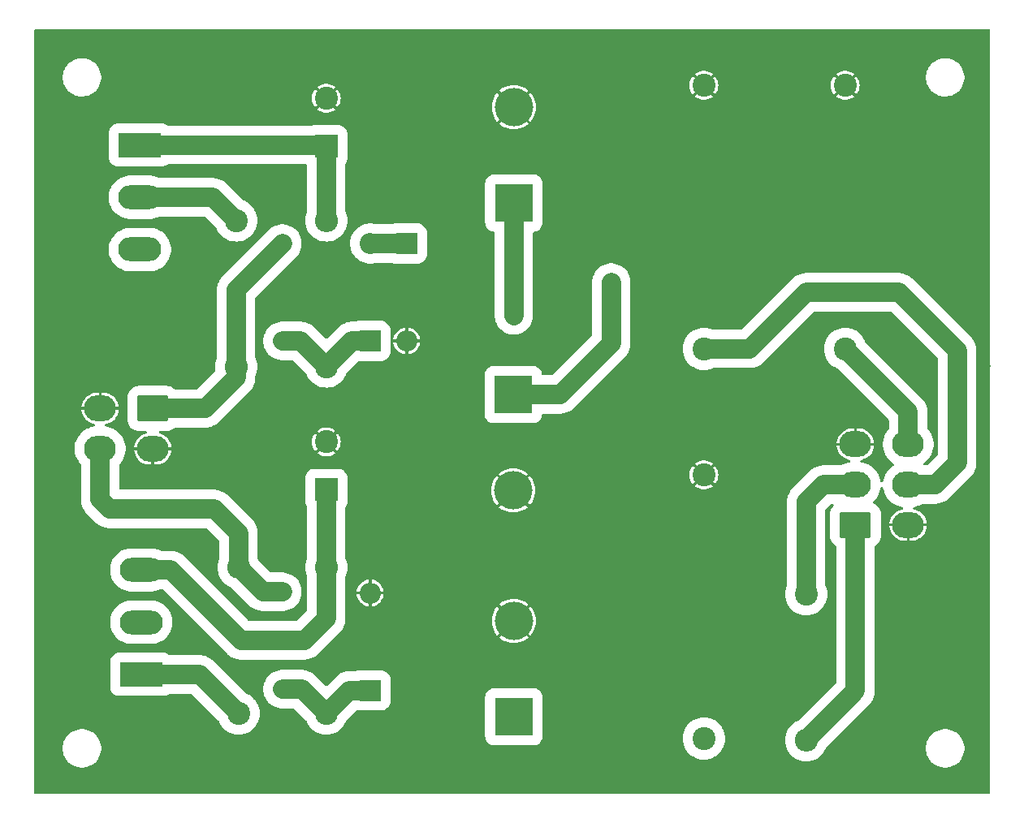
<source format=gbr>
G04 #@! TF.GenerationSoftware,KiCad,Pcbnew,8.0.5*
G04 #@! TF.CreationDate,2024-11-20T22:58:00+01:00*
G04 #@! TF.ProjectId,Anoden_Stabi,416e6f64-656e-45f5-9374-6162692e6b69,rev?*
G04 #@! TF.SameCoordinates,Original*
G04 #@! TF.FileFunction,Copper,L1,Top*
G04 #@! TF.FilePolarity,Positive*
%FSLAX46Y46*%
G04 Gerber Fmt 4.6, Leading zero omitted, Abs format (unit mm)*
G04 Created by KiCad (PCBNEW 8.0.5) date 2024-11-20 22:58:00*
%MOMM*%
%LPD*%
G01*
G04 APERTURE LIST*
G04 Aperture macros list*
%AMRoundRect*
0 Rectangle with rounded corners*
0 $1 Rounding radius*
0 $2 $3 $4 $5 $6 $7 $8 $9 X,Y pos of 4 corners*
0 Add a 4 corners polygon primitive as box body*
4,1,4,$2,$3,$4,$5,$6,$7,$8,$9,$2,$3,0*
0 Add four circle primitives for the rounded corners*
1,1,$1+$1,$2,$3*
1,1,$1+$1,$4,$5*
1,1,$1+$1,$6,$7*
1,1,$1+$1,$8,$9*
0 Add four rect primitives between the rounded corners*
20,1,$1+$1,$2,$3,$4,$5,0*
20,1,$1+$1,$4,$5,$6,$7,0*
20,1,$1+$1,$6,$7,$8,$9,0*
20,1,$1+$1,$8,$9,$2,$3,0*%
G04 Aperture macros list end*
G04 #@! TA.AperFunction,ComponentPad*
%ADD10C,2.400000*%
G04 #@! TD*
G04 #@! TA.AperFunction,ComponentPad*
%ADD11O,2.400000X2.400000*%
G04 #@! TD*
G04 #@! TA.AperFunction,ComponentPad*
%ADD12R,4.000000X4.000000*%
G04 #@! TD*
G04 #@! TA.AperFunction,ComponentPad*
%ADD13C,4.000000*%
G04 #@! TD*
G04 #@! TA.AperFunction,ComponentPad*
%ADD14R,2.200000X2.200000*%
G04 #@! TD*
G04 #@! TA.AperFunction,ComponentPad*
%ADD15O,2.200000X2.200000*%
G04 #@! TD*
G04 #@! TA.AperFunction,ComponentPad*
%ADD16R,4.500000X2.500000*%
G04 #@! TD*
G04 #@! TA.AperFunction,ComponentPad*
%ADD17O,4.500000X2.500000*%
G04 #@! TD*
G04 #@! TA.AperFunction,ComponentPad*
%ADD18C,1.600000*%
G04 #@! TD*
G04 #@! TA.AperFunction,ComponentPad*
%ADD19O,1.600000X1.600000*%
G04 #@! TD*
G04 #@! TA.AperFunction,ComponentPad*
%ADD20R,2.400000X2.400000*%
G04 #@! TD*
G04 #@! TA.AperFunction,ComponentPad*
%ADD21RoundRect,0.250001X1.399999X-1.099999X1.399999X1.099999X-1.399999X1.099999X-1.399999X-1.099999X0*%
G04 #@! TD*
G04 #@! TA.AperFunction,ComponentPad*
%ADD22O,3.300000X2.700000*%
G04 #@! TD*
G04 #@! TA.AperFunction,ComponentPad*
%ADD23RoundRect,0.250001X-1.399999X1.099999X-1.399999X-1.099999X1.399999X-1.099999X1.399999X1.099999X0*%
G04 #@! TD*
G04 #@! TA.AperFunction,ViaPad*
%ADD24C,1.200000*%
G04 #@! TD*
G04 #@! TA.AperFunction,Conductor*
%ADD25C,2.000000*%
G04 #@! TD*
G04 APERTURE END LIST*
D10*
X156718000Y-107442000D03*
D11*
X156718000Y-122682000D03*
D10*
X106680000Y-119888000D03*
D11*
X106680000Y-104648000D03*
D10*
X97536000Y-119888000D03*
D11*
X97536000Y-104648000D03*
D10*
X106680000Y-83693000D03*
D11*
X106680000Y-68453000D03*
D10*
X97282000Y-68453000D03*
D11*
X97282000Y-83693000D03*
D12*
X126238000Y-120227832D03*
D13*
X126238000Y-110227832D03*
D12*
X126170150Y-86614000D03*
D13*
X126170150Y-96614000D03*
D12*
X126238000Y-66633832D03*
D13*
X126238000Y-56633832D03*
D14*
X111252000Y-117475000D03*
D15*
X111252000Y-107315000D03*
D16*
X87255000Y-60590000D03*
D17*
X87255000Y-66040000D03*
X87255000Y-71490000D03*
D18*
X102108000Y-81026000D03*
D19*
X102108000Y-70866000D03*
D18*
X102108000Y-117348000D03*
D19*
X102108000Y-107188000D03*
D18*
X136398000Y-78359000D03*
D19*
X126238000Y-78359000D03*
D20*
X106680000Y-60706000D03*
D10*
X106680000Y-55706000D03*
X106680000Y-91557959D03*
D20*
X106680000Y-96557959D03*
D21*
X161850000Y-100212000D03*
D22*
X161850000Y-96012000D03*
X161850000Y-91812000D03*
X167350000Y-100212000D03*
X167350000Y-96012000D03*
X167350000Y-91812000D03*
D10*
X146050000Y-94996000D03*
X146050000Y-122496000D03*
X146050000Y-54356000D03*
X146050000Y-81856000D03*
D14*
X111252000Y-81026000D03*
D15*
X111252000Y-70866000D03*
D14*
X115062000Y-70866000D03*
D15*
X115062000Y-81026000D03*
D10*
X160782000Y-54356000D03*
X160782000Y-81856000D03*
D18*
X136398000Y-74930000D03*
D19*
X126238000Y-74930000D03*
D16*
X87382000Y-115813000D03*
D17*
X87382000Y-110363000D03*
X87382000Y-104913000D03*
D23*
X88594000Y-88070000D03*
D22*
X88594000Y-92270000D03*
X83094000Y-88070000D03*
X83094000Y-92270000D03*
D24*
X112268000Y-101600000D03*
X112522000Y-66040000D03*
X173609000Y-64643000D03*
X79883000Y-106807000D03*
X111125000Y-125984000D03*
X89281000Y-125730000D03*
X146050000Y-62484000D03*
X146304000Y-117856000D03*
X79756000Y-116205000D03*
X96520000Y-94996000D03*
X160147000Y-50800000D03*
X160020000Y-125984000D03*
X168656000Y-58928000D03*
X146050000Y-88392000D03*
X154014873Y-98512733D03*
X145796000Y-72390000D03*
X156464000Y-113538000D03*
X110998000Y-50927000D03*
X154686000Y-88392000D03*
X146050000Y-105156000D03*
X165100000Y-122682000D03*
X175328000Y-83658493D03*
X148336000Y-50800000D03*
X173736000Y-74422000D03*
X173736000Y-116205000D03*
X157734000Y-72390000D03*
X101346000Y-50800000D03*
X100838000Y-65024000D03*
X87376000Y-79502000D03*
X121158000Y-76962000D03*
X173736000Y-106807000D03*
X79883000Y-74422000D03*
X139446000Y-88392000D03*
X160782000Y-62484000D03*
X79756000Y-62738000D03*
X138684000Y-58674000D03*
X113284000Y-87122000D03*
X101346000Y-125984000D03*
X132842000Y-50800000D03*
X135890000Y-71374000D03*
X136652000Y-105156000D03*
X117602000Y-104902000D03*
X96520000Y-91186000D03*
D25*
X94048000Y-88070000D02*
X88594000Y-88070000D01*
X97282000Y-84836000D02*
X94048000Y-88070000D01*
X97282000Y-83693000D02*
X97282000Y-84836000D01*
X84074000Y-98552000D02*
X83094000Y-97572000D01*
X94996000Y-98552000D02*
X84074000Y-98552000D01*
X83094000Y-97572000D02*
X83094000Y-92270000D01*
X97536000Y-101092000D02*
X94996000Y-98552000D01*
X97536000Y-104648000D02*
X97536000Y-101092000D01*
X106680000Y-109982000D02*
X106680000Y-104648000D01*
X97790000Y-112268000D02*
X104394000Y-112268000D01*
X90435000Y-104913000D02*
X97790000Y-112268000D01*
X104394000Y-112268000D02*
X106680000Y-109982000D01*
X87382000Y-104913000D02*
X90435000Y-104913000D01*
X172466000Y-93726000D02*
X170180000Y-96012000D01*
X166370000Y-75946000D02*
X172466000Y-82042000D01*
X156718000Y-75946000D02*
X166370000Y-75946000D01*
X172466000Y-82042000D02*
X172466000Y-93726000D01*
X150808000Y-81856000D02*
X156718000Y-75946000D01*
X170180000Y-96012000D02*
X167350000Y-96012000D01*
X146050000Y-81856000D02*
X150808000Y-81856000D01*
X161850000Y-117550000D02*
X161850000Y-100212000D01*
X156718000Y-122682000D02*
X161850000Y-117550000D01*
X156718000Y-97790000D02*
X158496000Y-96012000D01*
X156718000Y-107442000D02*
X156718000Y-97790000D01*
X158496000Y-96012000D02*
X161850000Y-96012000D01*
X167350000Y-88424000D02*
X160782000Y-81856000D01*
X167350000Y-91812000D02*
X167350000Y-88424000D01*
X106564000Y-60590000D02*
X106680000Y-60706000D01*
X87255000Y-60590000D02*
X106564000Y-60590000D01*
X106680000Y-60706000D02*
X106680000Y-68453000D01*
X100076000Y-107188000D02*
X97536000Y-104648000D01*
X102108000Y-107188000D02*
X100076000Y-107188000D01*
X93461000Y-115813000D02*
X97536000Y-119888000D01*
X87382000Y-115813000D02*
X93461000Y-115813000D01*
X102108000Y-117348000D02*
X104140000Y-117348000D01*
X104140000Y-117348000D02*
X106680000Y-119888000D01*
X109093000Y-117475000D02*
X106680000Y-119888000D01*
X111252000Y-117475000D02*
X109093000Y-117475000D01*
X106680000Y-104648000D02*
X106680000Y-96557959D01*
X131064000Y-86614000D02*
X126170150Y-86614000D01*
X136398000Y-81280000D02*
X131064000Y-86614000D01*
X136398000Y-78359000D02*
X136398000Y-81280000D01*
X136398000Y-74930000D02*
X136398000Y-78359000D01*
X126238000Y-74930000D02*
X126238000Y-66633832D01*
X126238000Y-78359000D02*
X126238000Y-74930000D01*
X94869000Y-66040000D02*
X97282000Y-68453000D01*
X87255000Y-66040000D02*
X94869000Y-66040000D01*
X97282000Y-83693000D02*
X97282000Y-75692000D01*
X97282000Y-75692000D02*
X102108000Y-70866000D01*
X104013000Y-81026000D02*
X106680000Y-83693000D01*
X102108000Y-81026000D02*
X104013000Y-81026000D01*
X109347000Y-81026000D02*
X106680000Y-83693000D01*
X111252000Y-81026000D02*
X109347000Y-81026000D01*
X111252000Y-70866000D02*
X115062000Y-70866000D01*
G04 #@! TA.AperFunction,Conductor*
G36*
X175837121Y-48544162D02*
G01*
X175883614Y-48597818D01*
X175895000Y-48650160D01*
X175895000Y-128144000D01*
X175874998Y-128212121D01*
X175821342Y-128258614D01*
X175769000Y-128270000D01*
X76326000Y-128270000D01*
X76257879Y-128249998D01*
X76211386Y-128196342D01*
X76200000Y-128144000D01*
X76200000Y-123391613D01*
X79200700Y-123391613D01*
X79200700Y-123653866D01*
X79234928Y-123913860D01*
X79234930Y-123913867D01*
X79302804Y-124167179D01*
X79403162Y-124409464D01*
X79403163Y-124409465D01*
X79403168Y-124409475D01*
X79534283Y-124636573D01*
X79534287Y-124636579D01*
X79693927Y-124844625D01*
X79693946Y-124844646D01*
X79879353Y-125030053D01*
X79879363Y-125030062D01*
X79879369Y-125030068D01*
X80087423Y-125189714D01*
X80314536Y-125320838D01*
X80556821Y-125421196D01*
X80810133Y-125489070D01*
X80810137Y-125489070D01*
X80810139Y-125489071D01*
X80877148Y-125497892D01*
X81070136Y-125523300D01*
X81070143Y-125523300D01*
X81332377Y-125523300D01*
X81332384Y-125523300D01*
X81567362Y-125492364D01*
X81592380Y-125489071D01*
X81592380Y-125489070D01*
X81592387Y-125489070D01*
X81845699Y-125421196D01*
X82087984Y-125320838D01*
X82315097Y-125189714D01*
X82523151Y-125030068D01*
X82708588Y-124844631D01*
X82868234Y-124636577D01*
X82999358Y-124409464D01*
X83099716Y-124167179D01*
X83167590Y-123913867D01*
X83201820Y-123653864D01*
X83201820Y-123391616D01*
X83176412Y-123198628D01*
X83167591Y-123131619D01*
X83167590Y-123131617D01*
X83167590Y-123131613D01*
X83099716Y-122878301D01*
X82999358Y-122636016D01*
X82868234Y-122408903D01*
X82773826Y-122285869D01*
X82708592Y-122200854D01*
X82708590Y-122200852D01*
X82708588Y-122200849D01*
X82708582Y-122200843D01*
X82708573Y-122200833D01*
X82523166Y-122015426D01*
X82523145Y-122015407D01*
X82315099Y-121855767D01*
X82315093Y-121855763D01*
X82087995Y-121724648D01*
X82087990Y-121724645D01*
X82087984Y-121724642D01*
X81845699Y-121624284D01*
X81592387Y-121556410D01*
X81592380Y-121556408D01*
X81332386Y-121522180D01*
X81332384Y-121522180D01*
X81070136Y-121522180D01*
X81070133Y-121522180D01*
X80810139Y-121556408D01*
X80556821Y-121624284D01*
X80314534Y-121724643D01*
X80314524Y-121724648D01*
X80087426Y-121855763D01*
X80087420Y-121855767D01*
X79879374Y-122015407D01*
X79879353Y-122015426D01*
X79693946Y-122200833D01*
X79693927Y-122200854D01*
X79534287Y-122408900D01*
X79534283Y-122408906D01*
X79403168Y-122636004D01*
X79403163Y-122636014D01*
X79403162Y-122636016D01*
X79384115Y-122682000D01*
X79302804Y-122878301D01*
X79234928Y-123131619D01*
X79200700Y-123391613D01*
X76200000Y-123391613D01*
X76200000Y-114504965D01*
X84131500Y-114504965D01*
X84131500Y-117121027D01*
X84131501Y-117121037D01*
X84140950Y-117227333D01*
X84142114Y-117240418D01*
X84184381Y-117388134D01*
X84198092Y-117436051D01*
X84240231Y-117516723D01*
X84292302Y-117616407D01*
X84420891Y-117774109D01*
X84578593Y-117902698D01*
X84758951Y-117996909D01*
X84954582Y-118052886D01*
X85073963Y-118063500D01*
X89690036Y-118063499D01*
X89809418Y-118052886D01*
X90005049Y-117996909D01*
X90185407Y-117902698D01*
X90260035Y-117841846D01*
X90325470Y-117814301D01*
X90339659Y-117813500D01*
X92580176Y-117813500D01*
X92648297Y-117833502D01*
X92669271Y-117850405D01*
X95451077Y-120632211D01*
X95481294Y-120680802D01*
X95481296Y-120680807D01*
X95498641Y-120731903D01*
X95626220Y-120990608D01*
X95786473Y-121230445D01*
X95786476Y-121230449D01*
X95976672Y-121447327D01*
X96062026Y-121522180D01*
X96193546Y-121637520D01*
X96193548Y-121637521D01*
X96193550Y-121637523D01*
X96193554Y-121637526D01*
X96323933Y-121724642D01*
X96433389Y-121797778D01*
X96692098Y-121925359D01*
X96965247Y-122018081D01*
X97180831Y-122060963D01*
X97248150Y-122074354D01*
X97248152Y-122074354D01*
X97248161Y-122074356D01*
X97412640Y-122085136D01*
X97535997Y-122093222D01*
X97536000Y-122093222D01*
X97536003Y-122093222D01*
X97643939Y-122086147D01*
X97823839Y-122074356D01*
X98106753Y-122018081D01*
X98379902Y-121925359D01*
X98638611Y-121797778D01*
X98878454Y-121637520D01*
X99095327Y-121447327D01*
X99285520Y-121230454D01*
X99445778Y-120990611D01*
X99573359Y-120731902D01*
X99666081Y-120458753D01*
X99722356Y-120175839D01*
X99741222Y-119888000D01*
X99722356Y-119600161D01*
X99717450Y-119575499D01*
X99676276Y-119368502D01*
X99666081Y-119317247D01*
X99573359Y-119044098D01*
X99445778Y-118785389D01*
X99343978Y-118633034D01*
X99285526Y-118545554D01*
X99285523Y-118545550D01*
X99285521Y-118545548D01*
X99285520Y-118545546D01*
X99190062Y-118436697D01*
X99095327Y-118328672D01*
X98878449Y-118138476D01*
X98878445Y-118138473D01*
X98638608Y-117978220D01*
X98379903Y-117850641D01*
X98329413Y-117833502D01*
X98328802Y-117833294D01*
X98280211Y-117803077D01*
X97694012Y-117216878D01*
X100107500Y-117216878D01*
X100107500Y-117479121D01*
X100141728Y-117739108D01*
X100141729Y-117739114D01*
X100141730Y-117739116D01*
X100209602Y-117992419D01*
X100309957Y-118234697D01*
X100309958Y-118234698D01*
X100309963Y-118234709D01*
X100441073Y-118461799D01*
X100441077Y-118461805D01*
X100600710Y-118669842D01*
X100600729Y-118669863D01*
X100786136Y-118855270D01*
X100786157Y-118855289D01*
X100994194Y-119014922D01*
X100994200Y-119014926D01*
X101221290Y-119146036D01*
X101221294Y-119146037D01*
X101221303Y-119146043D01*
X101463581Y-119246398D01*
X101716884Y-119314270D01*
X101716890Y-119314270D01*
X101716891Y-119314271D01*
X101739450Y-119317241D01*
X101976880Y-119348500D01*
X103259176Y-119348500D01*
X103327297Y-119368502D01*
X103348271Y-119385405D01*
X104595078Y-120632212D01*
X104625295Y-120680803D01*
X104642641Y-120731902D01*
X104642644Y-120731908D01*
X104770220Y-120990608D01*
X104930473Y-121230445D01*
X104930476Y-121230449D01*
X105120672Y-121447327D01*
X105206026Y-121522180D01*
X105337546Y-121637520D01*
X105337548Y-121637521D01*
X105337550Y-121637523D01*
X105337554Y-121637526D01*
X105467933Y-121724642D01*
X105577389Y-121797778D01*
X105836098Y-121925359D01*
X106109247Y-122018081D01*
X106324831Y-122060963D01*
X106392150Y-122074354D01*
X106392152Y-122074354D01*
X106392161Y-122074356D01*
X106556640Y-122085136D01*
X106679997Y-122093222D01*
X106680000Y-122093222D01*
X106680003Y-122093222D01*
X106787939Y-122086147D01*
X106967839Y-122074356D01*
X107250753Y-122018081D01*
X107523902Y-121925359D01*
X107782611Y-121797778D01*
X108022454Y-121637520D01*
X108239327Y-121447327D01*
X108429520Y-121230454D01*
X108589778Y-120990611D01*
X108717359Y-120731902D01*
X108734705Y-120680802D01*
X108764919Y-120632214D01*
X109811468Y-119585665D01*
X109873778Y-119551641D01*
X109935222Y-119553623D01*
X109974582Y-119564886D01*
X110093963Y-119575500D01*
X112410036Y-119575499D01*
X112529418Y-119564886D01*
X112725049Y-119508909D01*
X112905407Y-119414698D01*
X113063109Y-119286109D01*
X113191698Y-119128407D01*
X113285909Y-118948049D01*
X113341886Y-118752418D01*
X113352500Y-118633037D01*
X113352500Y-118169797D01*
X123237500Y-118169797D01*
X123237500Y-122285859D01*
X123237501Y-122285869D01*
X123247128Y-122394165D01*
X123248114Y-122405250D01*
X123274082Y-122496003D01*
X123304092Y-122600883D01*
X123346465Y-122682003D01*
X123398302Y-122781239D01*
X123526891Y-122938941D01*
X123684593Y-123067530D01*
X123864951Y-123161741D01*
X124060582Y-123217718D01*
X124179963Y-123228332D01*
X128296036Y-123228331D01*
X128415418Y-123217718D01*
X128611049Y-123161741D01*
X128791407Y-123067530D01*
X128949109Y-122938941D01*
X129077698Y-122781239D01*
X129171909Y-122600881D01*
X129201920Y-122495996D01*
X143844778Y-122495996D01*
X143844778Y-122496003D01*
X143863643Y-122783834D01*
X143863645Y-122783849D01*
X143919919Y-123066754D01*
X143919920Y-123066758D01*
X143971165Y-123217718D01*
X144012641Y-123339902D01*
X144012644Y-123339908D01*
X144140220Y-123598608D01*
X144300473Y-123838445D01*
X144300476Y-123838449D01*
X144490672Y-124055327D01*
X144618214Y-124167178D01*
X144707546Y-124245520D01*
X144707548Y-124245521D01*
X144707550Y-124245523D01*
X144707554Y-124245526D01*
X144865981Y-124351383D01*
X144947389Y-124405778D01*
X145206098Y-124533359D01*
X145479247Y-124626081D01*
X145694831Y-124668963D01*
X145762150Y-124682354D01*
X145762152Y-124682354D01*
X145762161Y-124682356D01*
X145926640Y-124693136D01*
X146049997Y-124701222D01*
X146050000Y-124701222D01*
X146050003Y-124701222D01*
X146157939Y-124694147D01*
X146337839Y-124682356D01*
X146620753Y-124626081D01*
X146893902Y-124533359D01*
X147152611Y-124405778D01*
X147392454Y-124245520D01*
X147609327Y-124055327D01*
X147799520Y-123838454D01*
X147959778Y-123598611D01*
X148087359Y-123339902D01*
X148180081Y-123066753D01*
X148236356Y-122783839D01*
X148255222Y-122496000D01*
X148249273Y-122405243D01*
X148241449Y-122285866D01*
X148236356Y-122208161D01*
X148234898Y-122200833D01*
X148213493Y-122093222D01*
X148180081Y-121925247D01*
X148087359Y-121652098D01*
X147959778Y-121393389D01*
X147905383Y-121311981D01*
X147799526Y-121153554D01*
X147799523Y-121153550D01*
X147799521Y-121153548D01*
X147799520Y-121153546D01*
X147729767Y-121074009D01*
X147609327Y-120936672D01*
X147392449Y-120746476D01*
X147392445Y-120746473D01*
X147152608Y-120586220D01*
X146893908Y-120458644D01*
X146893902Y-120458641D01*
X146801266Y-120427195D01*
X146620758Y-120365920D01*
X146620754Y-120365919D01*
X146337849Y-120309645D01*
X146337834Y-120309643D01*
X146050003Y-120290778D01*
X146049997Y-120290778D01*
X145762165Y-120309643D01*
X145762150Y-120309645D01*
X145479245Y-120365919D01*
X145479241Y-120365920D01*
X145210855Y-120457025D01*
X145206098Y-120458641D01*
X145206095Y-120458642D01*
X145206091Y-120458644D01*
X144947391Y-120586220D01*
X144707554Y-120746473D01*
X144707550Y-120746476D01*
X144490672Y-120936672D01*
X144300476Y-121153550D01*
X144300473Y-121153554D01*
X144140220Y-121393391D01*
X144012644Y-121652091D01*
X144012640Y-121652101D01*
X143919920Y-121925241D01*
X143919919Y-121925245D01*
X143863645Y-122208150D01*
X143863643Y-122208165D01*
X143844778Y-122495996D01*
X129201920Y-122495996D01*
X129227886Y-122405250D01*
X129238500Y-122285869D01*
X129238499Y-118169796D01*
X129227886Y-118050414D01*
X129171909Y-117854783D01*
X129077698Y-117674425D01*
X128949109Y-117516723D01*
X128791407Y-117388134D01*
X128791405Y-117388133D01*
X128791404Y-117388132D01*
X128611051Y-117293924D01*
X128611050Y-117293923D01*
X128611049Y-117293923D01*
X128415418Y-117237946D01*
X128296037Y-117227332D01*
X128296032Y-117227332D01*
X124179972Y-117227332D01*
X124179962Y-117227333D01*
X124060588Y-117237945D01*
X124060585Y-117237945D01*
X124060582Y-117237946D01*
X123864951Y-117293923D01*
X123864948Y-117293924D01*
X123684595Y-117388132D01*
X123526891Y-117516723D01*
X123398300Y-117674427D01*
X123304092Y-117854780D01*
X123304091Y-117854782D01*
X123304091Y-117854783D01*
X123248114Y-118050414D01*
X123248114Y-118050420D01*
X123237500Y-118169797D01*
X113352500Y-118169797D01*
X113352499Y-116316964D01*
X113341886Y-116197582D01*
X113285909Y-116001951D01*
X113191698Y-115821593D01*
X113063109Y-115663891D01*
X112905407Y-115535302D01*
X112905405Y-115535301D01*
X112905404Y-115535300D01*
X112725051Y-115441092D01*
X112725050Y-115441091D01*
X112725049Y-115441091D01*
X112529418Y-115385114D01*
X112410037Y-115374500D01*
X112410032Y-115374500D01*
X110093972Y-115374500D01*
X110093962Y-115374501D01*
X109974588Y-115385113D01*
X109974585Y-115385113D01*
X109974582Y-115385114D01*
X109865800Y-115416240D01*
X109778949Y-115441091D01*
X109742405Y-115460181D01*
X109684067Y-115474500D01*
X108961877Y-115474500D01*
X108831881Y-115491615D01*
X108831880Y-115491615D01*
X108701891Y-115508727D01*
X108448585Y-115576600D01*
X108448581Y-115576602D01*
X108206301Y-115676958D01*
X108206290Y-115676963D01*
X107979200Y-115808073D01*
X107979194Y-115808077D01*
X107881457Y-115883075D01*
X107881456Y-115883076D01*
X107771154Y-115967711D01*
X107771137Y-115967726D01*
X106769094Y-116969769D01*
X106706782Y-117003795D01*
X106635966Y-116998730D01*
X106590904Y-116969769D01*
X105461861Y-115840726D01*
X105461852Y-115840718D01*
X105461851Y-115840717D01*
X105436931Y-115821595D01*
X105276206Y-115698266D01*
X105253804Y-115681076D01*
X105253799Y-115681073D01*
X105026709Y-115549963D01*
X105026701Y-115549959D01*
X105026697Y-115549957D01*
X104784419Y-115449602D01*
X104784416Y-115449601D01*
X104784414Y-115449600D01*
X104576362Y-115393853D01*
X104531116Y-115381729D01*
X104531114Y-115381728D01*
X104531108Y-115381727D01*
X104401119Y-115364615D01*
X104271122Y-115347500D01*
X104271120Y-115347500D01*
X101976880Y-115347500D01*
X101976878Y-115347500D01*
X101716891Y-115381728D01*
X101495345Y-115441091D01*
X101463581Y-115449602D01*
X101256684Y-115535302D01*
X101221301Y-115549958D01*
X101221290Y-115549963D01*
X100994200Y-115681073D01*
X100994194Y-115681077D01*
X100786157Y-115840710D01*
X100786136Y-115840729D01*
X100600729Y-116026136D01*
X100600710Y-116026157D01*
X100441077Y-116234194D01*
X100441073Y-116234200D01*
X100309963Y-116461290D01*
X100309958Y-116461301D01*
X100209602Y-116703581D01*
X100141728Y-116956891D01*
X100107500Y-117216878D01*
X97694012Y-117216878D01*
X94782861Y-114305726D01*
X94782851Y-114305717D01*
X94665131Y-114215388D01*
X94665131Y-114215387D01*
X94574806Y-114146078D01*
X94574799Y-114146073D01*
X94347709Y-114014963D01*
X94347700Y-114014959D01*
X94347697Y-114014957D01*
X94105419Y-113914602D01*
X94105416Y-113914601D01*
X94105414Y-113914600D01*
X93897362Y-113858853D01*
X93852116Y-113846729D01*
X93852114Y-113846728D01*
X93852108Y-113846727D01*
X93722119Y-113829615D01*
X93592122Y-113812500D01*
X93592120Y-113812500D01*
X90339659Y-113812500D01*
X90271538Y-113792498D01*
X90260035Y-113784153D01*
X90249157Y-113775283D01*
X90185407Y-113723302D01*
X90185405Y-113723301D01*
X90185404Y-113723300D01*
X90005051Y-113629092D01*
X90005050Y-113629091D01*
X90005049Y-113629091D01*
X89809418Y-113573114D01*
X89690037Y-113562500D01*
X89690032Y-113562500D01*
X85073972Y-113562500D01*
X85073962Y-113562501D01*
X84954588Y-113573113D01*
X84954585Y-113573113D01*
X84954582Y-113573114D01*
X84758951Y-113629091D01*
X84758948Y-113629092D01*
X84578595Y-113723300D01*
X84420891Y-113851891D01*
X84292300Y-114009595D01*
X84198092Y-114189948D01*
X84198091Y-114189950D01*
X84198091Y-114189951D01*
X84180513Y-114251384D01*
X84142114Y-114385582D01*
X84142114Y-114385584D01*
X84131500Y-114504965D01*
X76200000Y-114504965D01*
X76200000Y-110215491D01*
X84131500Y-110215491D01*
X84131500Y-110510508D01*
X84170005Y-110802985D01*
X84170006Y-110802991D01*
X84170007Y-110802993D01*
X84246361Y-111087952D01*
X84359257Y-111360507D01*
X84359258Y-111360508D01*
X84359263Y-111360519D01*
X84506759Y-111615990D01*
X84506764Y-111615997D01*
X84686346Y-111850033D01*
X84686365Y-111850054D01*
X84894945Y-112058634D01*
X84894966Y-112058653D01*
X85129002Y-112238235D01*
X85129009Y-112238240D01*
X85384480Y-112385736D01*
X85384484Y-112385737D01*
X85384493Y-112385743D01*
X85657048Y-112498639D01*
X85942007Y-112574993D01*
X85942013Y-112574993D01*
X85942014Y-112574994D01*
X85975574Y-112579412D01*
X86234494Y-112613500D01*
X86234501Y-112613500D01*
X88529499Y-112613500D01*
X88529506Y-112613500D01*
X88821993Y-112574993D01*
X89106952Y-112498639D01*
X89379507Y-112385743D01*
X89634994Y-112238238D01*
X89869042Y-112058646D01*
X90077646Y-111850042D01*
X90257238Y-111615994D01*
X90404743Y-111360507D01*
X90517639Y-111087952D01*
X90593993Y-110802993D01*
X90632500Y-110510506D01*
X90632500Y-110215494D01*
X90593993Y-109923007D01*
X90517639Y-109638048D01*
X90404743Y-109365493D01*
X90404737Y-109365484D01*
X90404736Y-109365480D01*
X90257240Y-109110009D01*
X90257235Y-109110002D01*
X90077653Y-108875966D01*
X90077634Y-108875945D01*
X89869054Y-108667365D01*
X89869033Y-108667346D01*
X89634997Y-108487764D01*
X89634990Y-108487759D01*
X89379519Y-108340263D01*
X89379511Y-108340259D01*
X89379507Y-108340257D01*
X89106952Y-108227361D01*
X88821993Y-108151007D01*
X88821991Y-108151006D01*
X88821985Y-108151005D01*
X88529508Y-108112500D01*
X88529506Y-108112500D01*
X86234494Y-108112500D01*
X86234491Y-108112500D01*
X85942014Y-108151005D01*
X85657048Y-108227361D01*
X85477325Y-108301805D01*
X85384491Y-108340258D01*
X85384480Y-108340263D01*
X85129009Y-108487759D01*
X85129002Y-108487764D01*
X84894966Y-108667346D01*
X84894945Y-108667365D01*
X84686365Y-108875945D01*
X84686346Y-108875966D01*
X84506764Y-109110002D01*
X84506759Y-109110009D01*
X84359263Y-109365480D01*
X84359258Y-109365491D01*
X84246361Y-109638048D01*
X84170005Y-109923014D01*
X84131500Y-110215491D01*
X76200000Y-110215491D01*
X76200000Y-104765491D01*
X84131500Y-104765491D01*
X84131500Y-105060508D01*
X84170005Y-105352985D01*
X84170006Y-105352991D01*
X84170007Y-105352993D01*
X84246361Y-105637952D01*
X84359257Y-105910507D01*
X84359258Y-105910508D01*
X84359263Y-105910519D01*
X84506759Y-106165990D01*
X84506764Y-106165997D01*
X84686346Y-106400033D01*
X84686365Y-106400054D01*
X84894945Y-106608634D01*
X84894966Y-106608653D01*
X85129002Y-106788235D01*
X85129009Y-106788240D01*
X85384480Y-106935736D01*
X85384484Y-106935737D01*
X85384493Y-106935743D01*
X85657048Y-107048639D01*
X85942007Y-107124993D01*
X85942013Y-107124993D01*
X85942014Y-107124994D01*
X85975574Y-107129412D01*
X86234494Y-107163500D01*
X86234501Y-107163500D01*
X88529499Y-107163500D01*
X88529506Y-107163500D01*
X88821993Y-107124993D01*
X89106952Y-107048639D01*
X89379507Y-106935743D01*
X89388793Y-106930382D01*
X89451795Y-106913500D01*
X89554176Y-106913500D01*
X89622297Y-106933502D01*
X89643271Y-106950405D01*
X96468138Y-113775273D01*
X96468155Y-113775288D01*
X96516653Y-113812501D01*
X96516654Y-113812502D01*
X96567987Y-113851891D01*
X96676197Y-113934924D01*
X96814819Y-114014957D01*
X96903303Y-114066043D01*
X97145581Y-114166398D01*
X97398885Y-114234271D01*
X97511766Y-114249130D01*
X97511767Y-114249131D01*
X97511768Y-114249131D01*
X97658880Y-114268500D01*
X97658886Y-114268500D01*
X104525113Y-114268500D01*
X104525120Y-114268500D01*
X104655118Y-114251385D01*
X104785116Y-114234271D01*
X105038419Y-114166398D01*
X105280697Y-114066043D01*
X105369181Y-114014957D01*
X105507803Y-113934924D01*
X105667347Y-113812501D01*
X105715851Y-113775283D01*
X108187283Y-111303851D01*
X108187288Y-111303844D01*
X108187292Y-111303840D01*
X108212954Y-111270394D01*
X108244970Y-111228670D01*
X108346924Y-111095803D01*
X108478043Y-110868697D01*
X108578398Y-110626419D01*
X108620322Y-110469957D01*
X108646271Y-110373116D01*
X108665398Y-110227828D01*
X123933065Y-110227828D01*
X123933065Y-110227835D01*
X123952783Y-110528681D01*
X123952785Y-110528696D01*
X124011604Y-110824394D01*
X124011605Y-110824398D01*
X124108517Y-111109888D01*
X124108521Y-111109898D01*
X124241866Y-111380297D01*
X124409369Y-111630985D01*
X124509050Y-111744648D01*
X124509051Y-111744648D01*
X125432071Y-110821628D01*
X125461249Y-110865295D01*
X125600537Y-111004583D01*
X125644202Y-111033759D01*
X124721182Y-111956779D01*
X124721182Y-111956780D01*
X124834851Y-112056465D01*
X125085534Y-112223965D01*
X125355933Y-112357310D01*
X125355943Y-112357314D01*
X125641433Y-112454226D01*
X125641437Y-112454227D01*
X125937135Y-112513046D01*
X125937150Y-112513048D01*
X126237997Y-112532767D01*
X126238003Y-112532767D01*
X126538849Y-112513048D01*
X126538864Y-112513046D01*
X126834562Y-112454227D01*
X126834566Y-112454226D01*
X127120056Y-112357314D01*
X127120066Y-112357310D01*
X127390465Y-112223965D01*
X127641154Y-112056462D01*
X127754816Y-111956781D01*
X127754816Y-111956779D01*
X126831796Y-111033759D01*
X126875463Y-111004583D01*
X127014751Y-110865295D01*
X127043927Y-110821628D01*
X127966947Y-111744648D01*
X127966949Y-111744648D01*
X128066630Y-111630986D01*
X128234133Y-111380297D01*
X128367478Y-111109898D01*
X128367482Y-111109888D01*
X128464394Y-110824398D01*
X128464395Y-110824394D01*
X128523214Y-110528696D01*
X128523216Y-110528681D01*
X128542935Y-110227835D01*
X128542935Y-110227828D01*
X128523216Y-109926982D01*
X128523214Y-109926967D01*
X128464395Y-109631269D01*
X128464394Y-109631265D01*
X128367482Y-109345775D01*
X128367478Y-109345765D01*
X128234133Y-109075367D01*
X128066629Y-108824678D01*
X127966948Y-108711014D01*
X127966947Y-108711014D01*
X127043927Y-109634034D01*
X127014751Y-109590369D01*
X126875463Y-109451081D01*
X126831796Y-109421903D01*
X127754816Y-108498883D01*
X127754816Y-108498882D01*
X127641153Y-108399201D01*
X127390465Y-108231698D01*
X127120066Y-108098353D01*
X127120056Y-108098349D01*
X126834566Y-108001437D01*
X126834562Y-108001436D01*
X126538864Y-107942617D01*
X126538849Y-107942615D01*
X126238003Y-107922897D01*
X126237997Y-107922897D01*
X125937150Y-107942615D01*
X125937135Y-107942617D01*
X125641437Y-108001436D01*
X125641433Y-108001437D01*
X125355943Y-108098349D01*
X125355933Y-108098353D01*
X125085535Y-108231698D01*
X124834844Y-108399203D01*
X124834840Y-108399206D01*
X124721182Y-108498881D01*
X124721182Y-108498883D01*
X125644203Y-109421904D01*
X125600537Y-109451081D01*
X125461249Y-109590369D01*
X125432072Y-109634035D01*
X124509051Y-108711014D01*
X124509049Y-108711014D01*
X124409374Y-108824672D01*
X124409371Y-108824676D01*
X124241866Y-109075367D01*
X124108521Y-109345765D01*
X124108517Y-109345775D01*
X124011605Y-109631265D01*
X124011604Y-109631269D01*
X123952785Y-109926967D01*
X123952783Y-109926982D01*
X123933065Y-110227828D01*
X108665398Y-110227828D01*
X108667022Y-110215494D01*
X108667023Y-110215491D01*
X108678364Y-110129341D01*
X108680500Y-110113120D01*
X108680500Y-107165000D01*
X109859632Y-107165000D01*
X110722791Y-107165000D01*
X110702000Y-107242591D01*
X110702000Y-107387409D01*
X110722791Y-107465000D01*
X109859632Y-107465000D01*
X109866362Y-107546225D01*
X109866364Y-107546234D01*
X109923316Y-107771133D01*
X109923319Y-107771140D01*
X110016516Y-107983609D01*
X110143416Y-108177845D01*
X110300549Y-108348537D01*
X110483652Y-108491052D01*
X110687699Y-108601477D01*
X110687701Y-108601478D01*
X110907137Y-108676810D01*
X110907146Y-108676812D01*
X111101999Y-108709326D01*
X111102000Y-108709326D01*
X111102000Y-107844209D01*
X111179591Y-107865000D01*
X111324409Y-107865000D01*
X111402000Y-107844209D01*
X111402000Y-108709326D01*
X111596853Y-108676812D01*
X111596862Y-108676810D01*
X111816298Y-108601478D01*
X111816300Y-108601477D01*
X112020347Y-108491052D01*
X112203450Y-108348537D01*
X112360583Y-108177845D01*
X112487483Y-107983609D01*
X112580680Y-107771140D01*
X112580683Y-107771133D01*
X112637635Y-107546234D01*
X112637637Y-107546225D01*
X112644368Y-107465000D01*
X111781209Y-107465000D01*
X111802000Y-107387409D01*
X111802000Y-107242591D01*
X111781209Y-107165000D01*
X112644367Y-107165000D01*
X112637637Y-107083774D01*
X112637635Y-107083765D01*
X112580683Y-106858866D01*
X112580680Y-106858859D01*
X112487483Y-106646390D01*
X112360583Y-106452154D01*
X112203450Y-106281462D01*
X112020347Y-106138947D01*
X111816300Y-106028522D01*
X111816298Y-106028521D01*
X111596862Y-105953189D01*
X111596855Y-105953187D01*
X111402000Y-105920672D01*
X111402000Y-106785790D01*
X111324409Y-106765000D01*
X111179591Y-106765000D01*
X111102000Y-106785790D01*
X111102000Y-105920672D01*
X110907144Y-105953187D01*
X110907137Y-105953189D01*
X110687701Y-106028521D01*
X110687699Y-106028522D01*
X110483652Y-106138947D01*
X110300549Y-106281462D01*
X110143416Y-106452154D01*
X110016516Y-106646390D01*
X109923319Y-106858859D01*
X109923316Y-106858866D01*
X109866364Y-107083765D01*
X109866362Y-107083774D01*
X109859632Y-107165000D01*
X108680500Y-107165000D01*
X108680500Y-105596023D01*
X108693494Y-105540295D01*
X108717359Y-105491901D01*
X108751963Y-105389963D01*
X108810081Y-105218753D01*
X108866356Y-104935839D01*
X108885222Y-104648000D01*
X108866356Y-104360161D01*
X108810081Y-104077247D01*
X108717359Y-103804098D01*
X108693494Y-103755704D01*
X108680500Y-103699976D01*
X108680500Y-98404297D01*
X108700502Y-98336176D01*
X108708841Y-98324679D01*
X108719698Y-98311366D01*
X108813909Y-98131008D01*
X108869886Y-97935377D01*
X108880500Y-97815996D01*
X108880500Y-96613996D01*
X123865215Y-96613996D01*
X123865215Y-96614003D01*
X123884933Y-96914849D01*
X123884935Y-96914864D01*
X123943754Y-97210562D01*
X123943755Y-97210566D01*
X124040667Y-97496056D01*
X124040671Y-97496066D01*
X124174016Y-97766465D01*
X124341519Y-98017153D01*
X124441200Y-98130816D01*
X124441201Y-98130816D01*
X125364221Y-97207796D01*
X125393399Y-97251463D01*
X125532687Y-97390751D01*
X125576352Y-97419927D01*
X124653332Y-98342947D01*
X124653332Y-98342948D01*
X124767001Y-98442633D01*
X125017684Y-98610133D01*
X125288083Y-98743478D01*
X125288093Y-98743482D01*
X125573583Y-98840394D01*
X125573587Y-98840395D01*
X125869285Y-98899214D01*
X125869300Y-98899216D01*
X126170147Y-98918935D01*
X126170153Y-98918935D01*
X126470999Y-98899216D01*
X126471014Y-98899214D01*
X126766712Y-98840395D01*
X126766716Y-98840394D01*
X127052206Y-98743482D01*
X127052216Y-98743478D01*
X127322615Y-98610133D01*
X127573304Y-98442630D01*
X127686966Y-98342949D01*
X127686966Y-98342947D01*
X126763946Y-97419927D01*
X126807613Y-97390751D01*
X126946901Y-97251463D01*
X126976077Y-97207796D01*
X127899097Y-98130816D01*
X127899099Y-98130816D01*
X127998780Y-98017154D01*
X128166283Y-97766465D01*
X128299628Y-97496066D01*
X128299632Y-97496056D01*
X128396544Y-97210566D01*
X128396545Y-97210562D01*
X128455364Y-96914864D01*
X128455366Y-96914849D01*
X128475085Y-96614003D01*
X128475085Y-96613996D01*
X128455366Y-96313150D01*
X128455364Y-96313135D01*
X128396545Y-96017437D01*
X128396544Y-96017433D01*
X128299632Y-95731943D01*
X128299628Y-95731933D01*
X128166283Y-95461535D01*
X127998779Y-95210846D01*
X127899098Y-95097182D01*
X127899097Y-95097182D01*
X126976077Y-96020202D01*
X126946901Y-95976537D01*
X126807613Y-95837249D01*
X126763946Y-95808071D01*
X127576017Y-94996000D01*
X144544859Y-94996000D01*
X144565388Y-95243743D01*
X144626411Y-95484716D01*
X144726266Y-95712364D01*
X144726270Y-95712370D01*
X144862229Y-95920473D01*
X144886752Y-95947113D01*
X145533123Y-95300742D01*
X145569881Y-95364408D01*
X145681592Y-95476119D01*
X145745255Y-95512875D01*
X145100417Y-96157712D01*
X145100417Y-96157713D01*
X145226765Y-96256053D01*
X145226766Y-96256054D01*
X145445392Y-96374367D01*
X145445394Y-96374369D01*
X145680505Y-96455082D01*
X145680512Y-96455084D01*
X145925710Y-96496000D01*
X146174290Y-96496000D01*
X146419487Y-96455084D01*
X146419494Y-96455082D01*
X146654605Y-96374369D01*
X146654607Y-96374367D01*
X146873231Y-96256054D01*
X146873241Y-96256048D01*
X146999580Y-96157713D01*
X146999581Y-96157712D01*
X146354744Y-95512875D01*
X146418408Y-95476119D01*
X146530119Y-95364408D01*
X146566875Y-95300744D01*
X147213245Y-95947114D01*
X147213246Y-95947113D01*
X147237764Y-95920481D01*
X147237769Y-95920475D01*
X147373729Y-95712370D01*
X147373733Y-95712364D01*
X147473588Y-95484716D01*
X147534611Y-95243743D01*
X147555140Y-94996000D01*
X147534611Y-94748256D01*
X147473588Y-94507283D01*
X147373733Y-94279635D01*
X147373729Y-94279629D01*
X147237770Y-94071526D01*
X147213245Y-94044884D01*
X146566874Y-94691254D01*
X146530119Y-94627592D01*
X146418408Y-94515881D01*
X146354744Y-94479124D01*
X146999580Y-93834287D01*
X146999580Y-93834286D01*
X146873234Y-93735946D01*
X146873233Y-93735945D01*
X146654607Y-93617632D01*
X146654605Y-93617630D01*
X146419494Y-93536917D01*
X146419487Y-93536915D01*
X146174290Y-93496000D01*
X145925710Y-93496000D01*
X145680512Y-93536915D01*
X145680505Y-93536917D01*
X145445394Y-93617630D01*
X145445392Y-93617631D01*
X145226763Y-93735948D01*
X145100418Y-93834286D01*
X145100418Y-93834287D01*
X145745255Y-94479124D01*
X145681592Y-94515881D01*
X145569881Y-94627592D01*
X145533124Y-94691255D01*
X144886753Y-94044884D01*
X144886753Y-94044885D01*
X144862232Y-94071523D01*
X144862227Y-94071528D01*
X144726270Y-94279629D01*
X144726266Y-94279635D01*
X144626411Y-94507283D01*
X144565388Y-94748256D01*
X144544859Y-94996000D01*
X127576017Y-94996000D01*
X127686966Y-94885051D01*
X127686966Y-94885050D01*
X127573303Y-94785369D01*
X127322615Y-94617866D01*
X127052216Y-94484521D01*
X127052206Y-94484517D01*
X126766716Y-94387605D01*
X126766712Y-94387604D01*
X126471014Y-94328785D01*
X126470999Y-94328783D01*
X126170153Y-94309065D01*
X126170147Y-94309065D01*
X125869300Y-94328783D01*
X125869285Y-94328785D01*
X125573587Y-94387604D01*
X125573583Y-94387605D01*
X125288093Y-94484517D01*
X125288083Y-94484521D01*
X125017685Y-94617866D01*
X124766994Y-94785371D01*
X124766990Y-94785374D01*
X124653332Y-94885049D01*
X124653332Y-94885051D01*
X125576353Y-95808072D01*
X125532687Y-95837249D01*
X125393399Y-95976537D01*
X125364222Y-96020203D01*
X124441201Y-95097182D01*
X124441199Y-95097182D01*
X124341524Y-95210840D01*
X124341521Y-95210844D01*
X124174016Y-95461535D01*
X124040671Y-95731933D01*
X124040667Y-95731943D01*
X123943755Y-96017433D01*
X123943754Y-96017437D01*
X123884935Y-96313135D01*
X123884933Y-96313150D01*
X123865215Y-96613996D01*
X108880500Y-96613996D01*
X108880499Y-95299923D01*
X108869886Y-95180541D01*
X108813909Y-94984910D01*
X108719698Y-94804552D01*
X108591109Y-94646850D01*
X108433407Y-94518261D01*
X108433405Y-94518260D01*
X108433404Y-94518259D01*
X108253051Y-94424051D01*
X108253050Y-94424050D01*
X108253049Y-94424050D01*
X108057418Y-94368073D01*
X107938037Y-94357459D01*
X107938032Y-94357459D01*
X105421972Y-94357459D01*
X105421962Y-94357460D01*
X105302588Y-94368072D01*
X105302585Y-94368072D01*
X105302582Y-94368073D01*
X105106951Y-94424050D01*
X105106948Y-94424051D01*
X104926595Y-94518259D01*
X104768891Y-94646850D01*
X104640300Y-94804554D01*
X104546092Y-94984907D01*
X104546091Y-94984909D01*
X104546091Y-94984910D01*
X104490114Y-95180541D01*
X104490114Y-95180547D01*
X104479500Y-95299924D01*
X104479500Y-97815986D01*
X104479501Y-97815996D01*
X104489360Y-97926904D01*
X104490114Y-97935377D01*
X104544264Y-98124622D01*
X104546092Y-98131010D01*
X104638200Y-98307343D01*
X104640302Y-98311366D01*
X104651151Y-98324672D01*
X104678698Y-98390105D01*
X104679500Y-98404297D01*
X104679500Y-103699976D01*
X104666506Y-103755704D01*
X104642644Y-103804090D01*
X104642640Y-103804101D01*
X104549920Y-104077241D01*
X104549919Y-104077245D01*
X104493645Y-104360150D01*
X104493643Y-104360165D01*
X104474778Y-104647996D01*
X104474778Y-104648003D01*
X104493643Y-104935834D01*
X104493645Y-104935849D01*
X104549919Y-105218754D01*
X104549920Y-105218758D01*
X104642640Y-105491901D01*
X104666506Y-105540295D01*
X104679500Y-105596023D01*
X104679500Y-109101176D01*
X104659498Y-109169297D01*
X104642595Y-109190271D01*
X103602271Y-110230595D01*
X103539959Y-110264621D01*
X103513176Y-110267500D01*
X98670824Y-110267500D01*
X98602703Y-110247498D01*
X98581729Y-110230595D01*
X91756861Y-103405726D01*
X91756855Y-103405721D01*
X91756851Y-103405717D01*
X91591879Y-103279130D01*
X91548803Y-103246076D01*
X91548799Y-103246074D01*
X91548797Y-103246072D01*
X91321709Y-103114963D01*
X91321701Y-103114959D01*
X91321697Y-103114957D01*
X91079419Y-103014602D01*
X91079416Y-103014601D01*
X91079414Y-103014600D01*
X90871362Y-102958853D01*
X90826116Y-102946729D01*
X90826114Y-102946728D01*
X90826108Y-102946727D01*
X90696119Y-102929615D01*
X90566122Y-102912500D01*
X90566120Y-102912500D01*
X89451795Y-102912500D01*
X89388793Y-102895618D01*
X89379516Y-102890261D01*
X89379510Y-102890258D01*
X89379507Y-102890257D01*
X89106952Y-102777361D01*
X88821993Y-102701007D01*
X88821991Y-102701006D01*
X88821985Y-102701005D01*
X88529508Y-102662500D01*
X88529506Y-102662500D01*
X86234494Y-102662500D01*
X86234491Y-102662500D01*
X85942014Y-102701005D01*
X85657048Y-102777361D01*
X85384491Y-102890258D01*
X85384480Y-102890263D01*
X85129009Y-103037759D01*
X85129002Y-103037764D01*
X84894966Y-103217346D01*
X84894945Y-103217365D01*
X84686365Y-103425945D01*
X84686346Y-103425966D01*
X84506764Y-103660002D01*
X84506759Y-103660009D01*
X84359263Y-103915480D01*
X84359258Y-103915491D01*
X84246361Y-104188048D01*
X84170005Y-104473014D01*
X84131500Y-104765491D01*
X76200000Y-104765491D01*
X76200000Y-92115937D01*
X80443500Y-92115937D01*
X80443500Y-92424062D01*
X80483716Y-92729536D01*
X80483717Y-92729542D01*
X80483718Y-92729544D01*
X80563465Y-93027164D01*
X80681378Y-93311830D01*
X80681379Y-93311831D01*
X80681384Y-93311842D01*
X80835440Y-93578675D01*
X80991048Y-93781465D01*
X81023009Y-93823117D01*
X81056595Y-93856703D01*
X81090620Y-93919013D01*
X81093500Y-93945798D01*
X81093500Y-97703122D01*
X81107577Y-97810044D01*
X81127727Y-97963109D01*
X81194282Y-98211494D01*
X81195600Y-98216414D01*
X81195601Y-98216418D01*
X81195602Y-98216419D01*
X81295957Y-98458697D01*
X81295958Y-98458698D01*
X81295963Y-98458709D01*
X81427073Y-98685799D01*
X81427077Y-98685805D01*
X81474682Y-98747844D01*
X81474682Y-98747845D01*
X81474683Y-98747845D01*
X81586717Y-98893851D01*
X81586721Y-98893855D01*
X81586726Y-98893861D01*
X82752138Y-100059273D01*
X82752146Y-100059280D01*
X82752149Y-100059283D01*
X82805921Y-100100543D01*
X82805922Y-100100544D01*
X82960194Y-100218922D01*
X82960200Y-100218926D01*
X83187290Y-100350036D01*
X83187294Y-100350037D01*
X83187303Y-100350043D01*
X83429581Y-100450398D01*
X83682884Y-100518271D01*
X83682890Y-100518271D01*
X83682891Y-100518272D01*
X83695402Y-100519919D01*
X83812882Y-100535385D01*
X83942880Y-100552500D01*
X94115176Y-100552500D01*
X94183297Y-100572502D01*
X94204271Y-100589405D01*
X95498595Y-101883729D01*
X95532621Y-101946041D01*
X95535500Y-101972824D01*
X95535500Y-103699976D01*
X95522506Y-103755704D01*
X95498644Y-103804090D01*
X95498640Y-103804101D01*
X95405920Y-104077241D01*
X95405919Y-104077245D01*
X95349645Y-104360150D01*
X95349643Y-104360165D01*
X95330778Y-104647996D01*
X95330778Y-104648003D01*
X95349643Y-104935834D01*
X95349645Y-104935849D01*
X95405919Y-105218754D01*
X95405920Y-105218758D01*
X95464037Y-105389963D01*
X95498641Y-105491902D01*
X95498644Y-105491908D01*
X95626220Y-105750608D01*
X95786473Y-105990445D01*
X95786476Y-105990449D01*
X95976672Y-106207327D01*
X96083832Y-106301303D01*
X96193546Y-106397520D01*
X96193548Y-106397521D01*
X96193550Y-106397523D01*
X96193554Y-106397526D01*
X96351981Y-106503383D01*
X96433389Y-106557778D01*
X96433390Y-106557778D01*
X96433391Y-106557779D01*
X96692100Y-106685360D01*
X96719647Y-106694710D01*
X96743192Y-106702703D01*
X96791786Y-106732921D01*
X98754137Y-108695273D01*
X98754154Y-108695288D01*
X98843509Y-108763851D01*
X98843510Y-108763852D01*
X98962194Y-108854922D01*
X98962200Y-108854926D01*
X99189290Y-108986036D01*
X99189294Y-108986037D01*
X99189303Y-108986043D01*
X99431581Y-109086398D01*
X99684884Y-109154271D01*
X99684890Y-109154271D01*
X99684891Y-109154272D01*
X99697402Y-109155919D01*
X99814882Y-109171385D01*
X99944880Y-109188500D01*
X99944887Y-109188500D01*
X102239113Y-109188500D01*
X102239120Y-109188500D01*
X102499116Y-109154270D01*
X102752419Y-109086398D01*
X102994697Y-108986043D01*
X103221803Y-108854924D01*
X103429851Y-108695282D01*
X103615282Y-108509851D01*
X103774924Y-108301803D01*
X103906043Y-108074697D01*
X104006398Y-107832419D01*
X104074270Y-107579116D01*
X104108500Y-107319120D01*
X104108500Y-107056880D01*
X104074270Y-106796884D01*
X104006398Y-106543581D01*
X103906043Y-106301303D01*
X103906037Y-106301294D01*
X103906036Y-106301290D01*
X103774926Y-106074200D01*
X103774922Y-106074194D01*
X103615289Y-105866157D01*
X103615270Y-105866136D01*
X103429863Y-105680729D01*
X103429842Y-105680710D01*
X103221805Y-105521077D01*
X103221799Y-105521073D01*
X102994709Y-105389963D01*
X102994701Y-105389959D01*
X102994697Y-105389957D01*
X102752419Y-105289602D01*
X102499116Y-105221730D01*
X102499114Y-105221729D01*
X102499108Y-105221728D01*
X102239121Y-105187500D01*
X102239120Y-105187500D01*
X100956825Y-105187500D01*
X100888704Y-105167498D01*
X100867730Y-105150595D01*
X99620921Y-103903786D01*
X99590703Y-103855192D01*
X99573359Y-103804098D01*
X99549494Y-103755704D01*
X99536500Y-103699976D01*
X99536500Y-100960887D01*
X99536500Y-100960880D01*
X99519385Y-100830882D01*
X99502271Y-100700884D01*
X99434398Y-100447581D01*
X99334043Y-100205303D01*
X99334037Y-100205294D01*
X99334036Y-100205290D01*
X99202926Y-99978200D01*
X99202922Y-99978194D01*
X99122856Y-99873851D01*
X99122855Y-99873850D01*
X99043288Y-99770154D01*
X99043273Y-99770137D01*
X96317861Y-97044726D01*
X96317851Y-97044717D01*
X96200131Y-96954388D01*
X96200131Y-96954387D01*
X96109806Y-96885078D01*
X96109799Y-96885073D01*
X95882709Y-96753963D01*
X95882701Y-96753959D01*
X95882697Y-96753957D01*
X95640419Y-96653602D01*
X95640416Y-96653601D01*
X95640414Y-96653600D01*
X95432362Y-96597853D01*
X95387116Y-96585729D01*
X95387114Y-96585728D01*
X95387108Y-96585727D01*
X95257119Y-96568615D01*
X95127122Y-96551500D01*
X95127120Y-96551500D01*
X85220500Y-96551500D01*
X85152379Y-96531498D01*
X85105886Y-96477842D01*
X85094500Y-96425500D01*
X85094500Y-93945798D01*
X85114502Y-93877677D01*
X85131401Y-93856706D01*
X85164991Y-93823117D01*
X85273886Y-93681203D01*
X85352559Y-93578675D01*
X85400292Y-93496000D01*
X85506622Y-93311830D01*
X85624535Y-93027164D01*
X85704282Y-92729544D01*
X85744500Y-92424060D01*
X85744500Y-92115940D01*
X85704282Y-91810456D01*
X85624535Y-91512836D01*
X85506622Y-91228170D01*
X85506616Y-91228161D01*
X85506615Y-91228157D01*
X85352559Y-90961324D01*
X85164995Y-90716888D01*
X85164993Y-90716886D01*
X85164991Y-90716883D01*
X85164985Y-90716877D01*
X85164976Y-90716867D01*
X84947132Y-90499023D01*
X84947111Y-90499004D01*
X84702675Y-90311440D01*
X84435842Y-90157384D01*
X84435834Y-90157380D01*
X84435830Y-90157378D01*
X84151164Y-90039465D01*
X83947881Y-89984995D01*
X83853537Y-89959716D01*
X83708569Y-89940631D01*
X83643642Y-89911908D01*
X83604551Y-89852643D01*
X83603706Y-89781652D01*
X83641376Y-89721473D01*
X83705306Y-89691260D01*
X83780380Y-89679369D01*
X84027375Y-89599116D01*
X84027381Y-89599113D01*
X84258791Y-89481203D01*
X84468905Y-89328546D01*
X84468908Y-89328544D01*
X84652544Y-89144908D01*
X84652546Y-89144905D01*
X84805203Y-88934791D01*
X84923113Y-88703381D01*
X84923116Y-88703375D01*
X85003369Y-88456380D01*
X85040810Y-88220000D01*
X83777877Y-88220000D01*
X83794000Y-88138944D01*
X83794000Y-88001056D01*
X83777877Y-87920000D01*
X85040809Y-87920000D01*
X85003369Y-87683619D01*
X84923116Y-87436624D01*
X84923113Y-87436618D01*
X84805203Y-87205208D01*
X84652546Y-86995094D01*
X84652544Y-86995091D01*
X84563237Y-86905784D01*
X85943500Y-86905784D01*
X85943500Y-89234216D01*
X85953904Y-89366411D01*
X85953905Y-89366414D01*
X86008903Y-89584679D01*
X86008906Y-89584688D01*
X86101991Y-89789624D01*
X86101997Y-89789632D01*
X86230178Y-89974651D01*
X86230182Y-89974656D01*
X86389343Y-90133817D01*
X86389348Y-90133821D01*
X86574367Y-90262002D01*
X86574375Y-90262008D01*
X86683200Y-90311438D01*
X86779317Y-90355096D01*
X86997589Y-90410096D01*
X87129784Y-90420500D01*
X87129786Y-90420500D01*
X87851132Y-90420500D01*
X87919253Y-90440502D01*
X87965746Y-90494158D01*
X87975850Y-90564432D01*
X87946356Y-90629012D01*
X87890068Y-90666333D01*
X87660624Y-90740883D01*
X87660618Y-90740886D01*
X87429208Y-90858796D01*
X87219094Y-91011453D01*
X87219091Y-91011455D01*
X87035455Y-91195091D01*
X87035453Y-91195094D01*
X86882796Y-91405208D01*
X86764886Y-91636618D01*
X86764883Y-91636624D01*
X86684630Y-91883619D01*
X86647190Y-92120000D01*
X87910123Y-92120000D01*
X87894000Y-92201056D01*
X87894000Y-92338944D01*
X87910123Y-92420000D01*
X86647190Y-92420000D01*
X86684630Y-92656380D01*
X86764883Y-92903375D01*
X86764886Y-92903381D01*
X86882796Y-93134791D01*
X87035453Y-93344905D01*
X87035455Y-93344908D01*
X87219091Y-93528544D01*
X87219094Y-93528546D01*
X87429208Y-93681203D01*
X87660618Y-93799113D01*
X87660624Y-93799116D01*
X87907620Y-93879369D01*
X87907616Y-93879369D01*
X88164145Y-93920000D01*
X88444000Y-93920000D01*
X88444000Y-92953876D01*
X88525056Y-92970000D01*
X88662944Y-92970000D01*
X88744000Y-92953876D01*
X88744000Y-93920000D01*
X89023855Y-93920000D01*
X89280381Y-93879369D01*
X89527375Y-93799116D01*
X89527381Y-93799113D01*
X89758791Y-93681203D01*
X89968905Y-93528546D01*
X89968908Y-93528544D01*
X90152544Y-93344908D01*
X90152546Y-93344905D01*
X90305203Y-93134791D01*
X90423113Y-92903381D01*
X90423116Y-92903375D01*
X90503369Y-92656380D01*
X90540810Y-92420000D01*
X89277877Y-92420000D01*
X89294000Y-92338944D01*
X89294000Y-92201056D01*
X89277877Y-92120000D01*
X90540809Y-92120000D01*
X90503369Y-91883619D01*
X90423116Y-91636624D01*
X90423113Y-91636618D01*
X90383034Y-91557959D01*
X105174859Y-91557959D01*
X105195388Y-91805702D01*
X105256411Y-92046675D01*
X105356266Y-92274323D01*
X105356270Y-92274329D01*
X105492229Y-92482432D01*
X105516752Y-92509072D01*
X106163123Y-91862701D01*
X106199881Y-91926367D01*
X106311592Y-92038078D01*
X106375255Y-92074834D01*
X105730417Y-92719671D01*
X105730417Y-92719672D01*
X105856765Y-92818012D01*
X105856766Y-92818013D01*
X106075392Y-92936326D01*
X106075394Y-92936328D01*
X106310505Y-93017041D01*
X106310512Y-93017043D01*
X106555710Y-93057959D01*
X106804290Y-93057959D01*
X107049487Y-93017043D01*
X107049494Y-93017041D01*
X107284605Y-92936328D01*
X107284607Y-92936326D01*
X107503231Y-92818013D01*
X107503241Y-92818007D01*
X107629580Y-92719672D01*
X107629581Y-92719671D01*
X106984744Y-92074834D01*
X107048408Y-92038078D01*
X107160119Y-91926367D01*
X107196875Y-91862703D01*
X107843245Y-92509073D01*
X107843246Y-92509072D01*
X107867764Y-92482440D01*
X107867769Y-92482434D01*
X108003729Y-92274329D01*
X108003733Y-92274323D01*
X108103588Y-92046675D01*
X108164611Y-91805702D01*
X108185140Y-91557959D01*
X108164611Y-91310215D01*
X108103588Y-91069242D01*
X108003733Y-90841594D01*
X108003729Y-90841588D01*
X107867770Y-90633485D01*
X107843245Y-90606843D01*
X107196874Y-91253213D01*
X107160119Y-91189551D01*
X107048408Y-91077840D01*
X106984744Y-91041083D01*
X107629580Y-90396246D01*
X107629580Y-90396245D01*
X107503234Y-90297905D01*
X107503233Y-90297904D01*
X107284607Y-90179591D01*
X107284605Y-90179589D01*
X107049494Y-90098876D01*
X107049487Y-90098874D01*
X106804290Y-90057959D01*
X106555710Y-90057959D01*
X106310512Y-90098874D01*
X106310505Y-90098876D01*
X106075394Y-90179589D01*
X106075392Y-90179590D01*
X105856763Y-90297907D01*
X105730418Y-90396245D01*
X105730418Y-90396246D01*
X106375255Y-91041083D01*
X106311592Y-91077840D01*
X106199881Y-91189551D01*
X106163124Y-91253214D01*
X105516753Y-90606843D01*
X105516753Y-90606844D01*
X105492232Y-90633482D01*
X105492227Y-90633487D01*
X105356270Y-90841588D01*
X105356266Y-90841594D01*
X105256411Y-91069242D01*
X105195388Y-91310215D01*
X105174859Y-91557959D01*
X90383034Y-91557959D01*
X90305203Y-91405208D01*
X90152546Y-91195094D01*
X90152544Y-91195091D01*
X89968908Y-91011455D01*
X89968905Y-91011453D01*
X89758791Y-90858796D01*
X89527381Y-90740886D01*
X89527375Y-90740883D01*
X89297932Y-90666333D01*
X89239326Y-90626260D01*
X89211689Y-90560863D01*
X89223796Y-90490906D01*
X89271802Y-90438600D01*
X89336868Y-90420500D01*
X90058214Y-90420500D01*
X90058216Y-90420500D01*
X90190411Y-90410096D01*
X90408683Y-90355096D01*
X90613626Y-90262007D01*
X90798654Y-90133819D01*
X90798656Y-90133817D01*
X90825069Y-90107405D01*
X90887381Y-90073379D01*
X90914164Y-90070500D01*
X94179113Y-90070500D01*
X94179120Y-90070500D01*
X94309118Y-90053385D01*
X94439116Y-90036271D01*
X94692419Y-89968398D01*
X94934697Y-89868043D01*
X94959994Y-89853438D01*
X95161803Y-89736924D01*
X95252131Y-89667611D01*
X95369851Y-89577283D01*
X98789283Y-86157851D01*
X98905663Y-86006181D01*
X98948924Y-85949803D01*
X99080043Y-85722697D01*
X99180398Y-85480419D01*
X99184691Y-85464397D01*
X99190554Y-85442518D01*
X99205403Y-85387097D01*
X99248271Y-85227115D01*
X99264121Y-85106718D01*
X99282500Y-84967120D01*
X99282500Y-84641023D01*
X99295494Y-84585295D01*
X99309958Y-84555965D01*
X99319359Y-84536902D01*
X99412081Y-84263753D01*
X99468356Y-83980839D01*
X99487222Y-83693000D01*
X99484668Y-83654041D01*
X99469138Y-83417090D01*
X99468356Y-83405161D01*
X99412081Y-83122247D01*
X99319359Y-82849098D01*
X99295494Y-82800704D01*
X99282500Y-82744976D01*
X99282500Y-80894878D01*
X100107500Y-80894878D01*
X100107500Y-81157121D01*
X100141728Y-81417108D01*
X100141729Y-81417114D01*
X100141730Y-81417116D01*
X100174956Y-81541119D01*
X100209602Y-81670418D01*
X100309957Y-81912697D01*
X100309959Y-81912701D01*
X100441073Y-82139799D01*
X100441077Y-82139805D01*
X100600710Y-82347842D01*
X100600729Y-82347863D01*
X100786136Y-82533270D01*
X100786157Y-82533289D01*
X100994194Y-82692922D01*
X100994200Y-82692926D01*
X101221290Y-82824036D01*
X101221294Y-82824037D01*
X101221303Y-82824043D01*
X101463581Y-82924398D01*
X101716884Y-82992270D01*
X101716890Y-82992270D01*
X101716891Y-82992271D01*
X101741900Y-82995563D01*
X101976880Y-83026500D01*
X103132176Y-83026500D01*
X103200297Y-83046502D01*
X103221271Y-83063405D01*
X104595077Y-84437211D01*
X104625295Y-84485803D01*
X104642641Y-84536903D01*
X104770220Y-84795608D01*
X104930473Y-85035445D01*
X104930476Y-85035449D01*
X105120672Y-85252327D01*
X105258009Y-85372767D01*
X105337546Y-85442520D01*
X105337548Y-85442521D01*
X105337550Y-85442523D01*
X105337554Y-85442526D01*
X105495981Y-85548383D01*
X105577389Y-85602778D01*
X105836098Y-85730359D01*
X106109247Y-85823081D01*
X106324831Y-85865963D01*
X106392150Y-85879354D01*
X106392152Y-85879354D01*
X106392161Y-85879356D01*
X106556640Y-85890136D01*
X106679997Y-85898222D01*
X106680000Y-85898222D01*
X106680003Y-85898222D01*
X106787939Y-85891147D01*
X106967839Y-85879356D01*
X107250753Y-85823081D01*
X107523902Y-85730359D01*
X107782611Y-85602778D01*
X108022454Y-85442520D01*
X108239327Y-85252327D01*
X108429520Y-85035454D01*
X108589778Y-84795611D01*
X108707958Y-84555965D01*
X123169650Y-84555965D01*
X123169650Y-88672027D01*
X123169651Y-88672037D01*
X123172437Y-88703381D01*
X123180264Y-88791418D01*
X123236241Y-88987049D01*
X123236242Y-88987051D01*
X123318699Y-89144908D01*
X123330452Y-89167407D01*
X123459041Y-89325109D01*
X123616743Y-89453698D01*
X123797101Y-89547909D01*
X123992732Y-89603886D01*
X124112113Y-89614500D01*
X128228186Y-89614499D01*
X128347568Y-89603886D01*
X128543199Y-89547909D01*
X128723557Y-89453698D01*
X128881259Y-89325109D01*
X129009848Y-89167407D01*
X129104059Y-88987049D01*
X129160036Y-88791418D01*
X129165555Y-88729340D01*
X129191512Y-88663259D01*
X129249074Y-88621701D01*
X129291060Y-88614500D01*
X131195113Y-88614500D01*
X131195120Y-88614500D01*
X131325118Y-88597385D01*
X131455116Y-88580271D01*
X131708419Y-88512398D01*
X131950697Y-88412043D01*
X131967290Y-88402463D01*
X132177803Y-88280924D01*
X132307430Y-88181457D01*
X132385851Y-88121283D01*
X137905283Y-82601851D01*
X138006165Y-82470379D01*
X138047818Y-82416095D01*
X138064923Y-82393805D01*
X138186032Y-82184037D01*
X138196043Y-82166697D01*
X138296398Y-81924419D01*
X138299539Y-81912697D01*
X138314732Y-81855996D01*
X143844778Y-81855996D01*
X143844778Y-81856003D01*
X143863643Y-82143834D01*
X143863645Y-82143849D01*
X143919919Y-82426754D01*
X143919920Y-82426758D01*
X143934727Y-82470376D01*
X144012641Y-82699902D01*
X144012644Y-82699908D01*
X144140220Y-82958608D01*
X144300473Y-83198445D01*
X144300476Y-83198449D01*
X144490672Y-83415327D01*
X144613366Y-83522926D01*
X144707546Y-83605520D01*
X144707548Y-83605521D01*
X144707550Y-83605523D01*
X144707554Y-83605526D01*
X144865981Y-83711383D01*
X144947389Y-83765778D01*
X145206098Y-83893359D01*
X145479247Y-83986081D01*
X145694831Y-84028963D01*
X145762150Y-84042354D01*
X145762152Y-84042354D01*
X145762161Y-84042356D01*
X145926640Y-84053136D01*
X146049997Y-84061222D01*
X146050000Y-84061222D01*
X146050003Y-84061222D01*
X146157939Y-84054147D01*
X146337839Y-84042356D01*
X146620753Y-83986081D01*
X146893902Y-83893359D01*
X146942296Y-83869494D01*
X146998024Y-83856500D01*
X150939113Y-83856500D01*
X150939120Y-83856500D01*
X151069118Y-83839385D01*
X151199116Y-83822271D01*
X151452419Y-83754398D01*
X151694697Y-83654043D01*
X151764920Y-83613500D01*
X151921803Y-83522924D01*
X152059728Y-83417090D01*
X152129851Y-83363283D01*
X157509729Y-77983405D01*
X157572041Y-77949379D01*
X157598824Y-77946500D01*
X165489176Y-77946500D01*
X165557297Y-77966502D01*
X165578271Y-77983405D01*
X170428595Y-82833729D01*
X170462621Y-82896041D01*
X170465500Y-82922824D01*
X170465500Y-92845176D01*
X170445498Y-92913297D01*
X170428595Y-92934271D01*
X169388271Y-93974595D01*
X169325959Y-94008621D01*
X169299176Y-94011500D01*
X169011592Y-94011500D01*
X168943471Y-93991498D01*
X168896978Y-93937842D01*
X168886874Y-93867568D01*
X168916368Y-93802988D01*
X168948591Y-93776381D01*
X168958670Y-93770562D01*
X169203117Y-93582991D01*
X169420991Y-93365117D01*
X169597727Y-93134791D01*
X169608559Y-93120675D01*
X169711083Y-92943099D01*
X169762622Y-92853830D01*
X169880535Y-92569164D01*
X169960282Y-92271544D01*
X170000500Y-91966060D01*
X170000500Y-91657940D01*
X169960282Y-91352456D01*
X169880535Y-91054836D01*
X169762622Y-90770170D01*
X169762616Y-90770161D01*
X169762615Y-90770157D01*
X169608559Y-90503324D01*
X169420995Y-90258888D01*
X169420993Y-90258886D01*
X169420991Y-90258883D01*
X169420985Y-90258877D01*
X169420976Y-90258867D01*
X169387405Y-90225296D01*
X169353379Y-90162984D01*
X169350500Y-90136201D01*
X169350500Y-88292887D01*
X169350500Y-88292880D01*
X169327908Y-88121282D01*
X169316271Y-88032885D01*
X169248398Y-87779581D01*
X169148043Y-87537303D01*
X169126909Y-87500697D01*
X169097447Y-87449668D01*
X169016926Y-87310200D01*
X169016922Y-87310194D01*
X168919554Y-87183303D01*
X168919553Y-87183302D01*
X168857288Y-87102155D01*
X168857273Y-87102138D01*
X162866921Y-81111787D01*
X162836703Y-81063193D01*
X162824077Y-81025999D01*
X162819359Y-81012098D01*
X162691778Y-80753389D01*
X162612600Y-80634891D01*
X162531526Y-80513554D01*
X162531523Y-80513550D01*
X162531521Y-80513548D01*
X162531520Y-80513546D01*
X162396425Y-80359500D01*
X162341327Y-80296672D01*
X162161879Y-80139301D01*
X162124454Y-80106480D01*
X162124452Y-80106478D01*
X162124449Y-80106476D01*
X162124445Y-80106473D01*
X161884608Y-79946220D01*
X161625908Y-79818644D01*
X161625902Y-79818641D01*
X161533266Y-79787195D01*
X161352758Y-79725920D01*
X161352754Y-79725919D01*
X161069849Y-79669645D01*
X161069834Y-79669643D01*
X160782003Y-79650778D01*
X160781997Y-79650778D01*
X160494165Y-79669643D01*
X160494150Y-79669645D01*
X160211245Y-79725919D01*
X160211241Y-79725920D01*
X159942855Y-79817025D01*
X159938098Y-79818641D01*
X159938095Y-79818642D01*
X159938091Y-79818644D01*
X159679391Y-79946220D01*
X159439554Y-80106473D01*
X159439550Y-80106476D01*
X159222672Y-80296672D01*
X159032476Y-80513550D01*
X159032473Y-80513554D01*
X158872220Y-80753391D01*
X158744644Y-81012091D01*
X158744640Y-81012101D01*
X158651920Y-81285241D01*
X158651919Y-81285245D01*
X158595645Y-81568150D01*
X158595643Y-81568165D01*
X158576778Y-81855996D01*
X158576778Y-81856003D01*
X158595643Y-82143834D01*
X158595645Y-82143849D01*
X158651919Y-82426754D01*
X158651920Y-82426758D01*
X158666727Y-82470376D01*
X158744641Y-82699902D01*
X158744644Y-82699908D01*
X158872220Y-82958608D01*
X159032473Y-83198445D01*
X159032476Y-83198449D01*
X159222672Y-83415327D01*
X159345366Y-83522926D01*
X159439546Y-83605520D01*
X159439548Y-83605521D01*
X159439550Y-83605523D01*
X159439554Y-83605526D01*
X159597981Y-83711383D01*
X159679389Y-83765778D01*
X159938098Y-83893359D01*
X159989194Y-83910703D01*
X160037787Y-83940921D01*
X165312595Y-89215729D01*
X165346621Y-89278041D01*
X165349500Y-89304824D01*
X165349500Y-90136201D01*
X165329498Y-90204322D01*
X165312595Y-90225296D01*
X165279023Y-90258867D01*
X165279004Y-90258888D01*
X165091440Y-90503324D01*
X164937384Y-90770157D01*
X164937379Y-90770168D01*
X164819465Y-91054836D01*
X164739716Y-91352463D01*
X164699500Y-91657937D01*
X164699500Y-91966062D01*
X164739716Y-92271536D01*
X164739717Y-92271542D01*
X164739718Y-92271544D01*
X164819465Y-92569164D01*
X164937378Y-92853830D01*
X164937379Y-92853831D01*
X164937384Y-92853842D01*
X165091440Y-93120675D01*
X165279004Y-93365111D01*
X165279023Y-93365132D01*
X165496867Y-93582976D01*
X165496877Y-93582985D01*
X165496883Y-93582991D01*
X165496886Y-93582993D01*
X165496888Y-93582995D01*
X165741321Y-93770557D01*
X165797308Y-93802881D01*
X165846301Y-93854264D01*
X165859736Y-93923978D01*
X165833349Y-93989888D01*
X165797308Y-94021119D01*
X165741321Y-94053442D01*
X165496888Y-94241004D01*
X165496867Y-94241023D01*
X165279023Y-94458867D01*
X165279004Y-94458888D01*
X165091440Y-94703324D01*
X164937384Y-94970157D01*
X164937379Y-94970168D01*
X164937378Y-94970170D01*
X164905201Y-95047851D01*
X164819465Y-95254836D01*
X164739716Y-95552463D01*
X164724922Y-95664840D01*
X164696200Y-95729767D01*
X164636935Y-95768859D01*
X164565943Y-95769704D01*
X164505764Y-95732034D01*
X164475505Y-95667809D01*
X164475078Y-95664840D01*
X164460283Y-95552463D01*
X164460282Y-95552462D01*
X164460282Y-95552456D01*
X164380535Y-95254836D01*
X164262622Y-94970170D01*
X164262616Y-94970161D01*
X164262615Y-94970157D01*
X164108559Y-94703324D01*
X163920995Y-94458888D01*
X163920993Y-94458886D01*
X163920991Y-94458883D01*
X163920985Y-94458877D01*
X163920976Y-94458867D01*
X163703132Y-94241023D01*
X163703111Y-94241004D01*
X163458675Y-94053440D01*
X163191842Y-93899384D01*
X163191834Y-93899380D01*
X163191830Y-93899378D01*
X162907164Y-93781465D01*
X162609544Y-93701718D01*
X162609537Y-93701716D01*
X162464569Y-93682631D01*
X162399642Y-93653908D01*
X162360551Y-93594643D01*
X162359706Y-93523652D01*
X162397376Y-93463473D01*
X162461306Y-93433260D01*
X162536380Y-93421369D01*
X162783375Y-93341116D01*
X162783381Y-93341113D01*
X163014791Y-93223203D01*
X163224905Y-93070546D01*
X163224908Y-93070544D01*
X163408544Y-92886908D01*
X163408546Y-92886905D01*
X163561203Y-92676791D01*
X163679113Y-92445381D01*
X163679116Y-92445375D01*
X163759369Y-92198380D01*
X163796810Y-91962000D01*
X162533877Y-91962000D01*
X162550000Y-91880944D01*
X162550000Y-91743056D01*
X162533877Y-91662000D01*
X163796809Y-91662000D01*
X163759369Y-91425619D01*
X163679116Y-91178624D01*
X163679113Y-91178618D01*
X163561203Y-90947208D01*
X163408546Y-90737094D01*
X163408544Y-90737091D01*
X163224908Y-90553455D01*
X163224905Y-90553453D01*
X163014791Y-90400796D01*
X162783381Y-90282886D01*
X162783375Y-90282883D01*
X162536379Y-90202630D01*
X162536383Y-90202630D01*
X162279855Y-90162000D01*
X162000000Y-90162000D01*
X162000000Y-91128123D01*
X161918944Y-91112000D01*
X161781056Y-91112000D01*
X161700000Y-91128123D01*
X161700000Y-90162000D01*
X161420145Y-90162000D01*
X161163618Y-90202630D01*
X160916624Y-90282883D01*
X160916618Y-90282886D01*
X160685208Y-90400796D01*
X160475094Y-90553453D01*
X160475091Y-90553455D01*
X160291455Y-90737091D01*
X160291453Y-90737094D01*
X160138796Y-90947208D01*
X160020886Y-91178618D01*
X160020883Y-91178624D01*
X159940630Y-91425619D01*
X159903190Y-91662000D01*
X161166123Y-91662000D01*
X161150000Y-91743056D01*
X161150000Y-91880944D01*
X161166123Y-91962000D01*
X159903190Y-91962000D01*
X159940630Y-92198380D01*
X160020883Y-92445375D01*
X160020886Y-92445381D01*
X160138796Y-92676791D01*
X160291453Y-92886905D01*
X160291455Y-92886908D01*
X160475091Y-93070544D01*
X160475094Y-93070546D01*
X160685208Y-93223203D01*
X160916618Y-93341113D01*
X160916624Y-93341116D01*
X161163620Y-93421369D01*
X161163618Y-93421369D01*
X161238693Y-93433260D01*
X161302846Y-93463672D01*
X161340374Y-93523940D01*
X161339360Y-93594930D01*
X161300128Y-93654102D01*
X161235430Y-93682631D01*
X161090462Y-93701716D01*
X160811810Y-93776381D01*
X160792836Y-93781465D01*
X160610190Y-93857120D01*
X160508168Y-93899379D01*
X160508158Y-93899384D01*
X160384983Y-93970500D01*
X160348614Y-93991498D01*
X160343208Y-93994619D01*
X160280208Y-94011500D01*
X158364877Y-94011500D01*
X158217767Y-94030868D01*
X158104891Y-94045727D01*
X157851585Y-94113601D01*
X157851581Y-94113602D01*
X157609301Y-94213958D01*
X157609290Y-94213963D01*
X157382202Y-94345072D01*
X157312848Y-94398290D01*
X157174149Y-94504717D01*
X157174138Y-94504726D01*
X155210726Y-96468138D01*
X155210717Y-96468149D01*
X155146760Y-96551500D01*
X155051074Y-96676199D01*
X155030122Y-96712491D01*
X155006179Y-96753963D01*
X154999388Y-96765725D01*
X154999387Y-96765726D01*
X154919963Y-96903291D01*
X154919958Y-96903301D01*
X154919957Y-96903303D01*
X154915168Y-96914864D01*
X154819602Y-97145581D01*
X154819600Y-97145585D01*
X154751728Y-97398888D01*
X154751727Y-97398893D01*
X154735879Y-97519280D01*
X154735879Y-97519281D01*
X154717500Y-97658878D01*
X154717500Y-106493976D01*
X154704506Y-106549704D01*
X154680644Y-106598090D01*
X154680640Y-106598101D01*
X154587920Y-106871241D01*
X154587919Y-106871245D01*
X154531645Y-107154150D01*
X154531643Y-107154165D01*
X154512778Y-107441996D01*
X154512778Y-107442003D01*
X154531643Y-107729834D01*
X154531645Y-107729849D01*
X154587919Y-108012754D01*
X154587920Y-108012758D01*
X154634849Y-108151005D01*
X154680641Y-108285902D01*
X154688483Y-108301805D01*
X154808220Y-108544608D01*
X154968473Y-108784445D01*
X154968476Y-108784449D01*
X155158672Y-109001327D01*
X155272529Y-109101176D01*
X155375546Y-109191520D01*
X155375548Y-109191521D01*
X155375550Y-109191523D01*
X155375554Y-109191526D01*
X155487404Y-109266261D01*
X155615389Y-109351778D01*
X155874098Y-109479359D01*
X156147247Y-109572081D01*
X156362831Y-109614963D01*
X156430150Y-109628354D01*
X156430152Y-109628354D01*
X156430161Y-109628356D01*
X156578032Y-109638048D01*
X156717997Y-109647222D01*
X156718000Y-109647222D01*
X156718003Y-109647222D01*
X156825939Y-109640147D01*
X157005839Y-109628356D01*
X157288753Y-109572081D01*
X157561902Y-109479359D01*
X157820611Y-109351778D01*
X158060454Y-109191520D01*
X158277327Y-109001327D01*
X158467520Y-108784454D01*
X158627778Y-108544611D01*
X158755359Y-108285902D01*
X158848081Y-108012753D01*
X158904356Y-107729839D01*
X158917632Y-107527292D01*
X158923222Y-107442003D01*
X158923222Y-107441996D01*
X158904356Y-107154165D01*
X158904356Y-107154161D01*
X158848081Y-106871247D01*
X158755359Y-106598098D01*
X158735476Y-106557779D01*
X158731494Y-106549704D01*
X158718500Y-106493976D01*
X158718500Y-98670824D01*
X158738502Y-98602703D01*
X158755405Y-98581729D01*
X159287729Y-98049405D01*
X159350041Y-98015379D01*
X159376824Y-98012500D01*
X159476836Y-98012500D01*
X159544957Y-98032502D01*
X159591450Y-98086158D01*
X159601554Y-98156432D01*
X159572060Y-98221012D01*
X159565931Y-98227595D01*
X159486182Y-98307343D01*
X159486178Y-98307348D01*
X159357997Y-98492367D01*
X159357991Y-98492375D01*
X159264906Y-98697311D01*
X159264903Y-98697320D01*
X159215379Y-98893861D01*
X159209904Y-98915589D01*
X159199500Y-99047784D01*
X159199500Y-101376216D01*
X159209904Y-101508411D01*
X159209905Y-101508414D01*
X159264903Y-101726679D01*
X159264906Y-101726688D01*
X159357991Y-101931624D01*
X159357997Y-101931632D01*
X159486178Y-102116651D01*
X159486182Y-102116656D01*
X159645342Y-102275816D01*
X159645345Y-102275818D01*
X159645346Y-102275819D01*
X159795257Y-102379678D01*
X159839859Y-102434911D01*
X159849500Y-102483248D01*
X159849500Y-116669175D01*
X159829498Y-116737296D01*
X159812595Y-116758270D01*
X155973787Y-120597077D01*
X155925196Y-120627294D01*
X155874101Y-120644639D01*
X155874100Y-120644639D01*
X155615391Y-120772220D01*
X155375554Y-120932473D01*
X155375550Y-120932476D01*
X155158672Y-121122672D01*
X154968476Y-121339550D01*
X154968473Y-121339554D01*
X154808220Y-121579391D01*
X154680644Y-121838091D01*
X154680640Y-121838101D01*
X154587920Y-122111241D01*
X154587919Y-122111245D01*
X154531645Y-122394150D01*
X154531643Y-122394165D01*
X154512778Y-122681996D01*
X154512778Y-122682003D01*
X154531643Y-122969834D01*
X154531645Y-122969849D01*
X154587919Y-123252754D01*
X154587920Y-123252758D01*
X154617501Y-123339898D01*
X154680641Y-123525902D01*
X154680644Y-123525908D01*
X154808220Y-123784608D01*
X154968473Y-124024445D01*
X154968476Y-124024449D01*
X155158672Y-124241327D01*
X155296009Y-124361767D01*
X155375546Y-124431520D01*
X155375548Y-124431521D01*
X155375550Y-124431523D01*
X155375554Y-124431526D01*
X155527953Y-124533355D01*
X155615389Y-124591778D01*
X155874098Y-124719359D01*
X156147247Y-124812081D01*
X156310963Y-124844646D01*
X156430150Y-124868354D01*
X156430152Y-124868354D01*
X156430161Y-124868356D01*
X156594640Y-124879136D01*
X156717997Y-124887222D01*
X156718000Y-124887222D01*
X156718003Y-124887222D01*
X156825939Y-124880147D01*
X157005839Y-124868356D01*
X157288753Y-124812081D01*
X157561902Y-124719359D01*
X157820611Y-124591778D01*
X158060454Y-124431520D01*
X158277327Y-124241327D01*
X158467520Y-124024454D01*
X158627778Y-123784611D01*
X158755359Y-123525902D01*
X158772704Y-123474802D01*
X158802919Y-123426213D01*
X158837519Y-123391613D01*
X169200520Y-123391613D01*
X169200520Y-123653866D01*
X169234748Y-123913860D01*
X169234750Y-123913867D01*
X169302624Y-124167179D01*
X169402982Y-124409464D01*
X169402983Y-124409465D01*
X169402988Y-124409475D01*
X169534103Y-124636573D01*
X169534107Y-124636579D01*
X169693747Y-124844625D01*
X169693766Y-124844646D01*
X169879173Y-125030053D01*
X169879183Y-125030062D01*
X169879189Y-125030068D01*
X170087243Y-125189714D01*
X170314356Y-125320838D01*
X170556641Y-125421196D01*
X170809953Y-125489070D01*
X170809957Y-125489070D01*
X170809959Y-125489071D01*
X170876968Y-125497892D01*
X171069956Y-125523300D01*
X171069963Y-125523300D01*
X171332197Y-125523300D01*
X171332204Y-125523300D01*
X171567182Y-125492364D01*
X171592200Y-125489071D01*
X171592200Y-125489070D01*
X171592207Y-125489070D01*
X171845519Y-125421196D01*
X172087804Y-125320838D01*
X172314917Y-125189714D01*
X172522971Y-125030068D01*
X172708408Y-124844631D01*
X172868054Y-124636577D01*
X172999178Y-124409464D01*
X173099536Y-124167179D01*
X173167410Y-123913867D01*
X173201640Y-123653864D01*
X173201640Y-123391616D01*
X173176232Y-123198628D01*
X173167411Y-123131619D01*
X173167410Y-123131617D01*
X173167410Y-123131613D01*
X173099536Y-122878301D01*
X172999178Y-122636016D01*
X172868054Y-122408903D01*
X172773646Y-122285869D01*
X172708412Y-122200854D01*
X172708410Y-122200852D01*
X172708408Y-122200849D01*
X172708402Y-122200843D01*
X172708393Y-122200833D01*
X172522986Y-122015426D01*
X172522965Y-122015407D01*
X172314919Y-121855767D01*
X172314913Y-121855763D01*
X172087815Y-121724648D01*
X172087810Y-121724645D01*
X172087804Y-121724642D01*
X171845519Y-121624284D01*
X171592207Y-121556410D01*
X171592200Y-121556408D01*
X171332206Y-121522180D01*
X171332204Y-121522180D01*
X171069956Y-121522180D01*
X171069953Y-121522180D01*
X170809959Y-121556408D01*
X170556641Y-121624284D01*
X170314354Y-121724643D01*
X170314344Y-121724648D01*
X170087246Y-121855763D01*
X170087240Y-121855767D01*
X169879194Y-122015407D01*
X169879173Y-122015426D01*
X169693766Y-122200833D01*
X169693747Y-122200854D01*
X169534107Y-122408900D01*
X169534103Y-122408906D01*
X169402988Y-122636004D01*
X169402983Y-122636014D01*
X169402982Y-122636016D01*
X169383935Y-122682000D01*
X169302624Y-122878301D01*
X169234748Y-123131619D01*
X169200520Y-123391613D01*
X158837519Y-123391613D01*
X163357283Y-118871851D01*
X163473380Y-118720550D01*
X163516924Y-118663803D01*
X163648043Y-118436697D01*
X163748398Y-118194419D01*
X163763387Y-118138480D01*
X163816271Y-117941116D01*
X163830438Y-117833502D01*
X163842864Y-117739118D01*
X163842864Y-117739117D01*
X163843752Y-117732369D01*
X163850500Y-117681120D01*
X163850500Y-102483248D01*
X163870502Y-102415127D01*
X163904740Y-102379679D01*
X164054654Y-102275819D01*
X164213819Y-102116654D01*
X164342007Y-101931626D01*
X164435096Y-101726683D01*
X164490096Y-101508411D01*
X164500500Y-101376216D01*
X164500500Y-99047784D01*
X164490096Y-98915589D01*
X164435096Y-98697317D01*
X164372872Y-98560326D01*
X164342008Y-98492375D01*
X164342002Y-98492367D01*
X164213821Y-98307348D01*
X164213817Y-98307343D01*
X164054656Y-98148182D01*
X164054651Y-98148178D01*
X163869632Y-98019997D01*
X163869627Y-98019994D01*
X163869628Y-98019994D01*
X163869626Y-98019993D01*
X163760800Y-97970562D01*
X163757738Y-97969171D01*
X163703988Y-97922788D01*
X163683847Y-97854708D01*
X163703710Y-97786546D01*
X163720747Y-97765360D01*
X163920991Y-97565117D01*
X163999630Y-97462632D01*
X164108559Y-97320675D01*
X164172131Y-97210566D01*
X164262622Y-97053830D01*
X164380535Y-96769164D01*
X164460282Y-96471544D01*
X164469455Y-96401868D01*
X164475078Y-96359159D01*
X164503800Y-96294232D01*
X164563065Y-96255140D01*
X164634057Y-96254295D01*
X164694236Y-96291965D01*
X164724495Y-96356190D01*
X164724922Y-96359159D01*
X164739716Y-96471536D01*
X164739717Y-96471542D01*
X164739718Y-96471544D01*
X164819465Y-96769164D01*
X164937378Y-97053830D01*
X164937379Y-97053831D01*
X164937384Y-97053842D01*
X165091440Y-97320675D01*
X165279004Y-97565111D01*
X165279023Y-97565132D01*
X165496867Y-97782976D01*
X165496877Y-97782985D01*
X165496883Y-97782991D01*
X165496886Y-97782993D01*
X165496888Y-97782995D01*
X165741324Y-97970559D01*
X166008157Y-98124615D01*
X166008161Y-98124616D01*
X166008170Y-98124622D01*
X166292836Y-98242535D01*
X166590456Y-98322282D01*
X166590460Y-98322282D01*
X166590462Y-98322283D01*
X166667562Y-98332433D01*
X166735429Y-98341368D01*
X166800356Y-98370090D01*
X166839448Y-98429355D01*
X166840293Y-98500347D01*
X166802623Y-98560526D01*
X166738695Y-98590739D01*
X166663617Y-98602630D01*
X166416624Y-98682883D01*
X166416618Y-98682886D01*
X166185208Y-98800796D01*
X165975094Y-98953453D01*
X165975091Y-98953455D01*
X165791455Y-99137091D01*
X165791453Y-99137094D01*
X165638796Y-99347208D01*
X165520886Y-99578618D01*
X165520883Y-99578624D01*
X165440630Y-99825619D01*
X165403190Y-100062000D01*
X166666123Y-100062000D01*
X166650000Y-100143056D01*
X166650000Y-100280944D01*
X166666123Y-100362000D01*
X165403190Y-100362000D01*
X165440630Y-100598380D01*
X165520883Y-100845375D01*
X165520886Y-100845381D01*
X165638796Y-101076791D01*
X165791453Y-101286905D01*
X165791455Y-101286908D01*
X165975091Y-101470544D01*
X165975094Y-101470546D01*
X166185208Y-101623203D01*
X166416618Y-101741113D01*
X166416624Y-101741116D01*
X166663620Y-101821369D01*
X166663616Y-101821369D01*
X166920145Y-101862000D01*
X167200000Y-101862000D01*
X167200000Y-100895876D01*
X167281056Y-100912000D01*
X167418944Y-100912000D01*
X167500000Y-100895876D01*
X167500000Y-101862000D01*
X167779855Y-101862000D01*
X168036381Y-101821369D01*
X168283375Y-101741116D01*
X168283381Y-101741113D01*
X168514791Y-101623203D01*
X168724905Y-101470546D01*
X168724908Y-101470544D01*
X168908544Y-101286908D01*
X168908546Y-101286905D01*
X169061203Y-101076791D01*
X169179113Y-100845381D01*
X169179116Y-100845375D01*
X169259369Y-100598380D01*
X169296810Y-100362000D01*
X168033877Y-100362000D01*
X168050000Y-100280944D01*
X168050000Y-100143056D01*
X168033877Y-100062000D01*
X169296809Y-100062000D01*
X169259369Y-99825619D01*
X169179116Y-99578624D01*
X169179113Y-99578618D01*
X169061203Y-99347208D01*
X168908546Y-99137094D01*
X168908544Y-99137091D01*
X168724908Y-98953455D01*
X168724905Y-98953453D01*
X168514791Y-98800796D01*
X168283381Y-98682886D01*
X168283375Y-98682883D01*
X168036382Y-98602630D01*
X167961304Y-98590739D01*
X167897152Y-98560326D01*
X167859625Y-98500057D01*
X167860639Y-98429068D01*
X167899872Y-98369896D01*
X167964568Y-98341368D01*
X168080754Y-98326072D01*
X168109537Y-98322283D01*
X168109537Y-98322282D01*
X168109544Y-98322282D01*
X168407164Y-98242535D01*
X168691830Y-98124622D01*
X168856792Y-98029380D01*
X168919792Y-98012500D01*
X170311113Y-98012500D01*
X170311120Y-98012500D01*
X170441118Y-97995385D01*
X170571116Y-97978271D01*
X170824419Y-97910398D01*
X171066697Y-97810043D01*
X171293803Y-97678924D01*
X171293805Y-97678921D01*
X171293809Y-97678920D01*
X171378413Y-97614000D01*
X171395857Y-97600615D01*
X171395859Y-97600614D01*
X171442769Y-97564618D01*
X171501851Y-97519283D01*
X173973283Y-95047851D01*
X174042643Y-94957459D01*
X174132924Y-94839803D01*
X174264043Y-94612697D01*
X174364398Y-94370419D01*
X174380185Y-94311500D01*
X174380838Y-94309065D01*
X174392389Y-94265954D01*
X174432271Y-94117116D01*
X174451573Y-93970500D01*
X174466500Y-93857120D01*
X174466500Y-81910880D01*
X174442012Y-81724880D01*
X174434842Y-81670418D01*
X174432272Y-81650892D01*
X174432271Y-81650884D01*
X174364398Y-81397581D01*
X174264043Y-81155303D01*
X174189390Y-81026000D01*
X174132924Y-80928197D01*
X174132921Y-80928194D01*
X174132920Y-80928191D01*
X174044794Y-80813344D01*
X174044792Y-80813341D01*
X173973290Y-80720158D01*
X173973289Y-80720156D01*
X173973283Y-80720149D01*
X173973278Y-80720144D01*
X173973273Y-80720138D01*
X167691861Y-74438726D01*
X167691854Y-74438720D01*
X167691851Y-74438717D01*
X167691841Y-74438709D01*
X167492299Y-74285594D01*
X167492280Y-74285581D01*
X167483803Y-74279076D01*
X167483800Y-74279074D01*
X167256709Y-74147963D01*
X167256701Y-74147959D01*
X167256697Y-74147957D01*
X167014419Y-74047602D01*
X167014415Y-74047600D01*
X167014407Y-74047598D01*
X166998376Y-74043302D01*
X166998376Y-74043303D01*
X166843902Y-74001911D01*
X166761116Y-73979729D01*
X166761114Y-73979728D01*
X166761108Y-73979727D01*
X166631119Y-73962615D01*
X166501122Y-73945500D01*
X166501120Y-73945500D01*
X156586880Y-73945500D01*
X156586877Y-73945500D01*
X156456881Y-73962615D01*
X156456880Y-73962615D01*
X156326891Y-73979727D01*
X156089624Y-74043303D01*
X156089623Y-74043302D01*
X156073589Y-74047599D01*
X156073581Y-74047602D01*
X155831301Y-74147958D01*
X155831290Y-74147963D01*
X155604199Y-74279074D01*
X155604193Y-74279078D01*
X155595721Y-74285580D01*
X155595720Y-74285580D01*
X155396158Y-74438709D01*
X155396138Y-74438726D01*
X150016271Y-79818595D01*
X149953959Y-79852621D01*
X149927176Y-79855500D01*
X146998024Y-79855500D01*
X146942296Y-79842506D01*
X146893909Y-79818644D01*
X146893905Y-79818642D01*
X146893902Y-79818641D01*
X146801266Y-79787195D01*
X146620758Y-79725920D01*
X146620754Y-79725919D01*
X146337849Y-79669645D01*
X146337834Y-79669643D01*
X146050003Y-79650778D01*
X146049997Y-79650778D01*
X145762165Y-79669643D01*
X145762150Y-79669645D01*
X145479245Y-79725919D01*
X145479241Y-79725920D01*
X145210855Y-79817025D01*
X145206098Y-79818641D01*
X145206095Y-79818642D01*
X145206091Y-79818644D01*
X144947391Y-79946220D01*
X144707554Y-80106473D01*
X144707550Y-80106476D01*
X144490672Y-80296672D01*
X144300476Y-80513550D01*
X144300473Y-80513554D01*
X144140220Y-80753391D01*
X144012644Y-81012091D01*
X144012640Y-81012101D01*
X143919920Y-81285241D01*
X143919919Y-81285245D01*
X143863645Y-81568150D01*
X143863643Y-81568165D01*
X143844778Y-81855996D01*
X138314732Y-81855996D01*
X138364271Y-81671116D01*
X138381385Y-81541118D01*
X138398500Y-81411120D01*
X138398500Y-78227880D01*
X138398500Y-74798880D01*
X138364270Y-74538884D01*
X138296398Y-74285581D01*
X138196043Y-74043303D01*
X138196037Y-74043294D01*
X138196036Y-74043290D01*
X138064926Y-73816200D01*
X138064922Y-73816194D01*
X137905289Y-73608157D01*
X137905270Y-73608136D01*
X137719863Y-73422729D01*
X137719842Y-73422710D01*
X137511805Y-73263077D01*
X137511799Y-73263073D01*
X137284709Y-73131963D01*
X137284701Y-73131959D01*
X137284697Y-73131957D01*
X137042419Y-73031602D01*
X136789116Y-72963730D01*
X136789114Y-72963729D01*
X136789108Y-72963728D01*
X136529121Y-72929500D01*
X136529120Y-72929500D01*
X136266880Y-72929500D01*
X136266878Y-72929500D01*
X136006891Y-72963728D01*
X135753581Y-73031602D01*
X135511301Y-73131958D01*
X135511290Y-73131963D01*
X135284200Y-73263073D01*
X135284194Y-73263077D01*
X135076157Y-73422710D01*
X135076136Y-73422729D01*
X134890729Y-73608136D01*
X134890710Y-73608157D01*
X134731077Y-73816194D01*
X134731073Y-73816200D01*
X134599963Y-74043290D01*
X134599958Y-74043301D01*
X134599957Y-74043303D01*
X134499602Y-74285581D01*
X134458572Y-74438709D01*
X134431728Y-74538891D01*
X134397500Y-74798878D01*
X134397500Y-80399176D01*
X134377498Y-80467297D01*
X134360595Y-80488271D01*
X130272271Y-84576595D01*
X130209959Y-84610621D01*
X130183176Y-84613500D01*
X129291059Y-84613500D01*
X129222938Y-84593498D01*
X129176445Y-84539842D01*
X129165554Y-84498656D01*
X129160037Y-84436588D01*
X129160036Y-84436584D01*
X129160036Y-84436582D01*
X129104059Y-84240951D01*
X129009848Y-84060593D01*
X128881259Y-83902891D01*
X128723557Y-83774302D01*
X128723555Y-83774301D01*
X128723554Y-83774300D01*
X128543201Y-83680092D01*
X128543200Y-83680091D01*
X128543199Y-83680091D01*
X128347568Y-83624114D01*
X128228187Y-83613500D01*
X128228182Y-83613500D01*
X124112122Y-83613500D01*
X124112112Y-83613501D01*
X123992738Y-83624113D01*
X123992735Y-83624113D01*
X123992732Y-83624114D01*
X123797101Y-83680091D01*
X123797098Y-83680092D01*
X123616745Y-83774300D01*
X123459041Y-83902891D01*
X123330450Y-84060595D01*
X123236242Y-84240948D01*
X123236241Y-84240950D01*
X123236241Y-84240951D01*
X123180264Y-84436582D01*
X123175888Y-84485807D01*
X123169650Y-84555965D01*
X108707958Y-84555965D01*
X108717359Y-84536902D01*
X108734704Y-84485802D01*
X108764919Y-84437213D01*
X110038730Y-83163402D01*
X110101040Y-83129378D01*
X110127813Y-83126499D01*
X112410036Y-83126499D01*
X112529418Y-83115886D01*
X112725049Y-83059909D01*
X112905407Y-82965698D01*
X113063109Y-82837109D01*
X113191698Y-82679407D01*
X113285909Y-82499049D01*
X113341886Y-82303418D01*
X113352500Y-82184037D01*
X113352499Y-80876000D01*
X113669632Y-80876000D01*
X114532791Y-80876000D01*
X114512000Y-80953591D01*
X114512000Y-81098409D01*
X114532791Y-81176000D01*
X113669632Y-81176000D01*
X113676362Y-81257225D01*
X113676364Y-81257234D01*
X113733316Y-81482133D01*
X113733319Y-81482140D01*
X113826516Y-81694609D01*
X113953416Y-81888845D01*
X114110549Y-82059537D01*
X114293652Y-82202052D01*
X114497699Y-82312477D01*
X114497701Y-82312478D01*
X114717137Y-82387810D01*
X114717146Y-82387812D01*
X114911999Y-82420326D01*
X114912000Y-82420326D01*
X114912000Y-81555209D01*
X114989591Y-81576000D01*
X115134409Y-81576000D01*
X115212000Y-81555209D01*
X115212000Y-82420326D01*
X115406853Y-82387812D01*
X115406862Y-82387810D01*
X115626298Y-82312478D01*
X115626300Y-82312477D01*
X115830347Y-82202052D01*
X116013450Y-82059537D01*
X116170583Y-81888845D01*
X116297483Y-81694609D01*
X116390680Y-81482140D01*
X116390683Y-81482133D01*
X116447635Y-81257234D01*
X116447637Y-81257225D01*
X116454368Y-81176000D01*
X115591209Y-81176000D01*
X115612000Y-81098409D01*
X115612000Y-80953591D01*
X115591209Y-80876000D01*
X116454367Y-80876000D01*
X116447637Y-80794774D01*
X116447635Y-80794765D01*
X116390683Y-80569866D01*
X116390680Y-80569859D01*
X116297483Y-80357390D01*
X116170583Y-80163154D01*
X116013450Y-79992462D01*
X115830347Y-79849947D01*
X115626300Y-79739522D01*
X115626298Y-79739521D01*
X115406862Y-79664189D01*
X115406855Y-79664187D01*
X115212000Y-79631672D01*
X115212000Y-80496790D01*
X115134409Y-80476000D01*
X114989591Y-80476000D01*
X114912000Y-80496790D01*
X114912000Y-79631672D01*
X114717144Y-79664187D01*
X114717137Y-79664189D01*
X114497701Y-79739521D01*
X114497699Y-79739522D01*
X114293652Y-79849947D01*
X114110549Y-79992462D01*
X113953416Y-80163154D01*
X113826516Y-80357390D01*
X113733319Y-80569859D01*
X113733316Y-80569866D01*
X113676364Y-80794765D01*
X113676362Y-80794774D01*
X113669632Y-80876000D01*
X113352499Y-80876000D01*
X113352499Y-79867964D01*
X113341886Y-79748582D01*
X113285909Y-79552951D01*
X113191698Y-79372593D01*
X113063109Y-79214891D01*
X112905407Y-79086302D01*
X112905405Y-79086301D01*
X112905404Y-79086300D01*
X112725051Y-78992092D01*
X112725050Y-78992091D01*
X112725049Y-78992091D01*
X112529418Y-78936114D01*
X112410037Y-78925500D01*
X112410032Y-78925500D01*
X110093972Y-78925500D01*
X110093962Y-78925501D01*
X109974588Y-78936113D01*
X109974585Y-78936113D01*
X109974582Y-78936114D01*
X109865800Y-78967240D01*
X109778949Y-78992091D01*
X109742405Y-79011181D01*
X109684067Y-79025500D01*
X109215877Y-79025500D01*
X109068767Y-79044868D01*
X108955891Y-79059727D01*
X108741775Y-79117099D01*
X108702589Y-79127600D01*
X108702585Y-79127601D01*
X108702581Y-79127602D01*
X108460301Y-79227958D01*
X108460290Y-79227963D01*
X108233200Y-79359073D01*
X108233195Y-79359076D01*
X108203840Y-79381602D01*
X108025158Y-79518709D01*
X108025138Y-79518726D01*
X106769095Y-80774770D01*
X106706783Y-80808796D01*
X106635968Y-80803731D01*
X106590905Y-80774770D01*
X105334861Y-79518726D01*
X105334852Y-79518718D01*
X105334851Y-79518717D01*
X105334841Y-79518709D01*
X105156160Y-79381602D01*
X105126804Y-79359076D01*
X105126799Y-79359073D01*
X104899709Y-79227963D01*
X104899701Y-79227959D01*
X104899697Y-79227957D01*
X104657419Y-79127602D01*
X104657416Y-79127601D01*
X104657414Y-79127600D01*
X104449362Y-79071853D01*
X104404116Y-79059729D01*
X104404114Y-79059728D01*
X104404108Y-79059727D01*
X104274119Y-79042615D01*
X104144122Y-79025500D01*
X104144120Y-79025500D01*
X101976880Y-79025500D01*
X101976878Y-79025500D01*
X101716891Y-79059728D01*
X101463581Y-79127602D01*
X101221301Y-79227958D01*
X101221290Y-79227963D01*
X100994200Y-79359073D01*
X100994194Y-79359077D01*
X100786157Y-79518710D01*
X100786136Y-79518729D01*
X100600729Y-79704136D01*
X100600710Y-79704157D01*
X100441077Y-79912194D01*
X100441073Y-79912200D01*
X100309963Y-80139290D01*
X100309958Y-80139301D01*
X100209602Y-80381581D01*
X100141728Y-80634891D01*
X100107500Y-80894878D01*
X99282500Y-80894878D01*
X99282500Y-76572824D01*
X99302502Y-76504703D01*
X99319405Y-76483729D01*
X103615273Y-72187861D01*
X103615283Y-72187851D01*
X103774924Y-71979802D01*
X103906043Y-71752697D01*
X104006398Y-71510419D01*
X104074271Y-71257115D01*
X104108499Y-70997119D01*
X104108499Y-70865995D01*
X109146592Y-70865995D01*
X109146592Y-70866004D01*
X109166200Y-71152672D01*
X109166201Y-71152678D01*
X109166202Y-71152686D01*
X109198264Y-71306980D01*
X109224664Y-71434025D01*
X109224666Y-71434033D01*
X109320898Y-71704803D01*
X109437584Y-71929993D01*
X109453099Y-71959936D01*
X109618811Y-72194698D01*
X109814944Y-72404705D01*
X109814943Y-72404705D01*
X109814947Y-72404708D01*
X110037853Y-72586055D01*
X110283375Y-72735361D01*
X110546942Y-72849844D01*
X110823638Y-72927370D01*
X110823642Y-72927371D01*
X111108311Y-72966499D01*
X111108322Y-72966500D01*
X111395678Y-72966500D01*
X111395688Y-72966499D01*
X111472899Y-72955886D01*
X111680358Y-72927371D01*
X111880936Y-72871171D01*
X111914930Y-72866500D01*
X113494067Y-72866500D01*
X113552405Y-72880819D01*
X113588951Y-72899909D01*
X113784582Y-72955886D01*
X113903963Y-72966500D01*
X116220036Y-72966499D01*
X116339418Y-72955886D01*
X116535049Y-72899909D01*
X116715407Y-72805698D01*
X116873109Y-72677109D01*
X117001698Y-72519407D01*
X117095909Y-72339049D01*
X117151886Y-72143418D01*
X117162500Y-72024037D01*
X117162499Y-69707964D01*
X117151886Y-69588582D01*
X117095909Y-69392951D01*
X117001698Y-69212593D01*
X116873109Y-69054891D01*
X116715407Y-68926302D01*
X116715405Y-68926301D01*
X116715404Y-68926300D01*
X116535051Y-68832092D01*
X116535050Y-68832091D01*
X116535049Y-68832091D01*
X116339418Y-68776114D01*
X116220037Y-68765500D01*
X116220032Y-68765500D01*
X113903972Y-68765500D01*
X113903962Y-68765501D01*
X113784588Y-68776113D01*
X113784585Y-68776113D01*
X113784582Y-68776114D01*
X113675800Y-68807240D01*
X113588949Y-68832091D01*
X113552405Y-68851181D01*
X113494067Y-68865500D01*
X111914930Y-68865500D01*
X111880936Y-68860828D01*
X111778375Y-68832092D01*
X111680358Y-68804629D01*
X111654478Y-68801071D01*
X111395688Y-68765500D01*
X111395678Y-68765500D01*
X111108322Y-68765500D01*
X111108311Y-68765500D01*
X110823642Y-68804628D01*
X110606385Y-68865501D01*
X110546942Y-68882156D01*
X110546940Y-68882156D01*
X110546939Y-68882157D01*
X110283375Y-68996639D01*
X110037850Y-69145947D01*
X109814944Y-69327294D01*
X109618811Y-69537302D01*
X109453100Y-69772061D01*
X109320898Y-70027196D01*
X109224666Y-70297966D01*
X109224664Y-70297974D01*
X109211198Y-70362778D01*
X109184244Y-70492493D01*
X109166201Y-70579321D01*
X109166200Y-70579327D01*
X109146592Y-70865995D01*
X104108499Y-70865995D01*
X104108499Y-70734880D01*
X104076589Y-70492491D01*
X104074272Y-70474891D01*
X104074271Y-70474890D01*
X104074271Y-70474884D01*
X104006398Y-70221581D01*
X103906043Y-69979303D01*
X103906037Y-69979294D01*
X103906036Y-69979290D01*
X103774924Y-69752197D01*
X103615288Y-69544154D01*
X103615273Y-69544137D01*
X103429862Y-69358726D01*
X103429845Y-69358711D01*
X103221802Y-69199075D01*
X102994709Y-69067963D01*
X102994701Y-69067959D01*
X102994697Y-69067957D01*
X102752419Y-68967602D01*
X102752416Y-68967601D01*
X102752414Y-68967600D01*
X102544362Y-68911853D01*
X102499116Y-68899729D01*
X102499114Y-68899728D01*
X102499108Y-68899727D01*
X102239123Y-68865501D01*
X102239120Y-68865501D01*
X101976881Y-68865501D01*
X101976877Y-68865501D01*
X101716894Y-68899727D01*
X101716889Y-68899728D01*
X101716885Y-68899728D01*
X101716885Y-68899729D01*
X101463581Y-68967602D01*
X101328019Y-69023754D01*
X101221301Y-69067958D01*
X101221290Y-69067963D01*
X100994201Y-69199073D01*
X100786148Y-69358717D01*
X100786138Y-69358726D01*
X95774731Y-74370133D01*
X95774718Y-74370147D01*
X95684387Y-74487869D01*
X95684386Y-74487868D01*
X95615078Y-74578191D01*
X95487664Y-74798882D01*
X95483959Y-74805298D01*
X95483954Y-74805307D01*
X95383602Y-75047581D01*
X95383600Y-75047585D01*
X95315727Y-75300891D01*
X95298615Y-75430880D01*
X95298615Y-75430881D01*
X95281500Y-75560877D01*
X95281500Y-82744976D01*
X95268506Y-82800704D01*
X95244644Y-82849090D01*
X95244640Y-82849101D01*
X95151920Y-83122241D01*
X95151919Y-83122245D01*
X95095645Y-83405150D01*
X95095643Y-83405165D01*
X95076778Y-83692996D01*
X95076778Y-83693003D01*
X95095643Y-83980834D01*
X95095646Y-83980852D01*
X95117741Y-84091931D01*
X95111413Y-84162645D01*
X95083257Y-84205607D01*
X93256269Y-86032596D01*
X93193959Y-86066620D01*
X93167176Y-86069500D01*
X90914164Y-86069500D01*
X90846043Y-86049498D01*
X90825069Y-86032595D01*
X90798655Y-86006181D01*
X90798651Y-86006178D01*
X90613632Y-85877997D01*
X90613624Y-85877991D01*
X90408688Y-85784906D01*
X90408685Y-85784905D01*
X90408683Y-85784904D01*
X90190411Y-85729904D01*
X90058216Y-85719500D01*
X87129784Y-85719500D01*
X86997589Y-85729904D01*
X86997585Y-85729904D01*
X86997585Y-85729905D01*
X86779320Y-85784903D01*
X86779311Y-85784906D01*
X86574375Y-85877991D01*
X86574367Y-85877997D01*
X86389348Y-86006178D01*
X86389345Y-86006181D01*
X86230182Y-86165343D01*
X86230178Y-86165348D01*
X86101997Y-86350367D01*
X86101991Y-86350375D01*
X86008906Y-86555311D01*
X86008904Y-86555317D01*
X85953904Y-86773589D01*
X85943500Y-86905784D01*
X84563237Y-86905784D01*
X84468908Y-86811455D01*
X84468905Y-86811453D01*
X84258791Y-86658796D01*
X84027381Y-86540886D01*
X84027375Y-86540883D01*
X83780379Y-86460630D01*
X83780383Y-86460630D01*
X83523855Y-86420000D01*
X83244000Y-86420000D01*
X83244000Y-87386123D01*
X83162944Y-87370000D01*
X83025056Y-87370000D01*
X82944000Y-87386123D01*
X82944000Y-86420000D01*
X82664145Y-86420000D01*
X82407618Y-86460630D01*
X82160624Y-86540883D01*
X82160618Y-86540886D01*
X81929208Y-86658796D01*
X81719094Y-86811453D01*
X81719091Y-86811455D01*
X81535455Y-86995091D01*
X81535453Y-86995094D01*
X81382796Y-87205208D01*
X81264886Y-87436618D01*
X81264883Y-87436624D01*
X81184630Y-87683619D01*
X81147190Y-87920000D01*
X82410123Y-87920000D01*
X82394000Y-88001056D01*
X82394000Y-88138944D01*
X82410123Y-88220000D01*
X81147190Y-88220000D01*
X81184630Y-88456380D01*
X81264883Y-88703375D01*
X81264886Y-88703381D01*
X81382796Y-88934791D01*
X81535453Y-89144905D01*
X81535455Y-89144908D01*
X81719091Y-89328544D01*
X81719094Y-89328546D01*
X81929208Y-89481203D01*
X82160618Y-89599113D01*
X82160624Y-89599116D01*
X82407620Y-89679369D01*
X82407618Y-89679369D01*
X82482693Y-89691260D01*
X82546846Y-89721672D01*
X82584374Y-89781940D01*
X82583360Y-89852930D01*
X82544128Y-89912102D01*
X82479430Y-89940631D01*
X82334462Y-89959716D01*
X82048756Y-90036271D01*
X82036836Y-90039465D01*
X81809042Y-90133821D01*
X81752168Y-90157379D01*
X81752157Y-90157384D01*
X81485324Y-90311440D01*
X81240888Y-90499004D01*
X81240867Y-90499023D01*
X81023023Y-90716867D01*
X81023004Y-90716888D01*
X80835440Y-90961324D01*
X80681384Y-91228157D01*
X80681379Y-91228168D01*
X80681378Y-91228170D01*
X80608046Y-91405208D01*
X80563465Y-91512836D01*
X80483716Y-91810463D01*
X80443500Y-92115937D01*
X76200000Y-92115937D01*
X76200000Y-71342491D01*
X84004500Y-71342491D01*
X84004500Y-71637508D01*
X84043005Y-71929985D01*
X84043006Y-71929991D01*
X84043007Y-71929993D01*
X84119361Y-72214952D01*
X84232257Y-72487507D01*
X84232258Y-72487508D01*
X84232263Y-72487519D01*
X84379759Y-72742990D01*
X84379764Y-72742997D01*
X84559346Y-72977033D01*
X84559365Y-72977054D01*
X84767945Y-73185634D01*
X84767966Y-73185653D01*
X85002002Y-73365235D01*
X85002009Y-73365240D01*
X85257480Y-73512736D01*
X85257484Y-73512737D01*
X85257493Y-73512743D01*
X85530048Y-73625639D01*
X85815007Y-73701993D01*
X85815013Y-73701993D01*
X85815014Y-73701994D01*
X85848574Y-73706412D01*
X86107494Y-73740500D01*
X86107501Y-73740500D01*
X88402499Y-73740500D01*
X88402506Y-73740500D01*
X88694993Y-73701993D01*
X88979952Y-73625639D01*
X89252507Y-73512743D01*
X89507994Y-73365238D01*
X89742042Y-73185646D01*
X89950646Y-72977042D01*
X90130238Y-72742994D01*
X90277743Y-72487507D01*
X90390639Y-72214952D01*
X90466993Y-71929993D01*
X90505500Y-71637506D01*
X90505500Y-71342494D01*
X90466993Y-71050007D01*
X90390639Y-70765048D01*
X90277743Y-70492493D01*
X90277737Y-70492484D01*
X90277736Y-70492480D01*
X90130240Y-70237009D01*
X90130235Y-70237002D01*
X89950653Y-70002966D01*
X89950634Y-70002945D01*
X89742054Y-69794365D01*
X89742033Y-69794346D01*
X89507997Y-69614764D01*
X89507990Y-69614759D01*
X89252519Y-69467263D01*
X89252511Y-69467259D01*
X89252507Y-69467257D01*
X88979952Y-69354361D01*
X88694993Y-69278007D01*
X88694991Y-69278006D01*
X88694985Y-69278005D01*
X88402508Y-69239500D01*
X88402506Y-69239500D01*
X86107494Y-69239500D01*
X86107491Y-69239500D01*
X85815014Y-69278005D01*
X85530048Y-69354361D01*
X85257491Y-69467258D01*
X85257480Y-69467263D01*
X85002009Y-69614759D01*
X85002002Y-69614764D01*
X84767966Y-69794346D01*
X84767945Y-69794365D01*
X84559365Y-70002945D01*
X84559346Y-70002966D01*
X84379764Y-70237002D01*
X84379759Y-70237009D01*
X84232263Y-70492480D01*
X84232258Y-70492491D01*
X84119361Y-70765048D01*
X84043005Y-71050014D01*
X84004500Y-71342491D01*
X76200000Y-71342491D01*
X76200000Y-65892491D01*
X84004500Y-65892491D01*
X84004500Y-66187508D01*
X84043005Y-66479985D01*
X84043006Y-66479991D01*
X84043007Y-66479993D01*
X84119361Y-66764952D01*
X84232257Y-67037507D01*
X84232258Y-67037508D01*
X84232263Y-67037519D01*
X84379759Y-67292990D01*
X84379764Y-67292997D01*
X84559346Y-67527033D01*
X84559365Y-67527054D01*
X84767945Y-67735634D01*
X84767966Y-67735653D01*
X85002002Y-67915235D01*
X85002009Y-67915240D01*
X85257480Y-68062736D01*
X85257484Y-68062737D01*
X85257493Y-68062743D01*
X85530048Y-68175639D01*
X85815007Y-68251993D01*
X85815013Y-68251993D01*
X85815014Y-68251994D01*
X85848574Y-68256412D01*
X86107494Y-68290500D01*
X86107501Y-68290500D01*
X88402499Y-68290500D01*
X88402506Y-68290500D01*
X88694993Y-68251993D01*
X88979952Y-68175639D01*
X89252507Y-68062743D01*
X89261793Y-68057382D01*
X89324795Y-68040500D01*
X93988176Y-68040500D01*
X94056297Y-68060502D01*
X94077271Y-68077405D01*
X95197078Y-69197212D01*
X95227295Y-69245804D01*
X95244641Y-69296902D01*
X95244644Y-69296908D01*
X95372220Y-69555608D01*
X95532473Y-69795445D01*
X95532476Y-69795449D01*
X95722672Y-70012327D01*
X95860009Y-70132767D01*
X95939546Y-70202520D01*
X95939548Y-70202521D01*
X95939550Y-70202523D01*
X95939554Y-70202526D01*
X95991162Y-70237009D01*
X96179389Y-70362778D01*
X96438098Y-70490359D01*
X96711247Y-70583081D01*
X96926831Y-70625963D01*
X96994150Y-70639354D01*
X96994152Y-70639354D01*
X96994161Y-70639356D01*
X97158640Y-70650136D01*
X97281997Y-70658222D01*
X97282000Y-70658222D01*
X97282003Y-70658222D01*
X97389939Y-70651147D01*
X97569839Y-70639356D01*
X97852753Y-70583081D01*
X98125902Y-70490359D01*
X98384611Y-70362778D01*
X98624454Y-70202520D01*
X98841327Y-70012327D01*
X99031520Y-69795454D01*
X99191778Y-69555611D01*
X99319359Y-69296902D01*
X99412081Y-69023753D01*
X99468356Y-68740839D01*
X99487222Y-68453000D01*
X99468356Y-68165161D01*
X99412081Y-67882247D01*
X99319359Y-67609098D01*
X99191778Y-67350389D01*
X99137383Y-67268981D01*
X99031526Y-67110554D01*
X99031523Y-67110550D01*
X99031521Y-67110548D01*
X99031520Y-67110546D01*
X98961767Y-67031009D01*
X98841327Y-66893672D01*
X98624449Y-66703476D01*
X98624445Y-66703473D01*
X98384608Y-66543220D01*
X98125908Y-66415644D01*
X98125902Y-66415641D01*
X98074804Y-66398295D01*
X98026212Y-66368078D01*
X96190861Y-64532726D01*
X96190851Y-64532717D01*
X96073131Y-64442388D01*
X96073131Y-64442387D01*
X95982806Y-64373078D01*
X95982799Y-64373073D01*
X95755709Y-64241963D01*
X95755701Y-64241959D01*
X95755697Y-64241957D01*
X95513419Y-64141602D01*
X95513416Y-64141601D01*
X95513414Y-64141600D01*
X95285113Y-64080427D01*
X95260116Y-64073729D01*
X95260114Y-64073728D01*
X95260108Y-64073727D01*
X95130119Y-64056615D01*
X95000122Y-64039500D01*
X95000120Y-64039500D01*
X89324795Y-64039500D01*
X89261793Y-64022618D01*
X89252516Y-64017261D01*
X89252510Y-64017258D01*
X89252507Y-64017257D01*
X88979952Y-63904361D01*
X88694993Y-63828007D01*
X88694991Y-63828006D01*
X88694985Y-63828005D01*
X88402508Y-63789500D01*
X88402506Y-63789500D01*
X86107494Y-63789500D01*
X86107491Y-63789500D01*
X85815014Y-63828005D01*
X85530048Y-63904361D01*
X85257491Y-64017258D01*
X85257480Y-64017263D01*
X85002009Y-64164759D01*
X85002002Y-64164764D01*
X84767966Y-64344346D01*
X84767945Y-64344365D01*
X84559365Y-64552945D01*
X84559346Y-64552966D01*
X84379764Y-64787002D01*
X84379759Y-64787009D01*
X84232263Y-65042480D01*
X84232258Y-65042491D01*
X84119361Y-65315048D01*
X84043005Y-65600014D01*
X84004500Y-65892491D01*
X76200000Y-65892491D01*
X76200000Y-59281965D01*
X84004500Y-59281965D01*
X84004500Y-61898027D01*
X84004501Y-61898036D01*
X84015114Y-62017418D01*
X84071091Y-62213049D01*
X84071092Y-62213051D01*
X84105567Y-62279051D01*
X84165302Y-62393407D01*
X84293891Y-62551109D01*
X84451593Y-62679698D01*
X84631951Y-62773909D01*
X84827582Y-62829886D01*
X84946963Y-62840500D01*
X89563036Y-62840499D01*
X89682418Y-62829886D01*
X89878049Y-62773909D01*
X90058407Y-62679698D01*
X90133035Y-62618846D01*
X90198470Y-62591301D01*
X90212659Y-62590500D01*
X104553500Y-62590500D01*
X104621621Y-62610502D01*
X104668114Y-62664158D01*
X104679500Y-62716500D01*
X104679500Y-67504976D01*
X104666506Y-67560704D01*
X104642644Y-67609090D01*
X104642640Y-67609101D01*
X104549920Y-67882241D01*
X104549919Y-67882245D01*
X104493645Y-68165150D01*
X104493643Y-68165165D01*
X104474778Y-68452996D01*
X104474778Y-68453003D01*
X104493643Y-68740834D01*
X104493645Y-68740849D01*
X104549919Y-69023754D01*
X104549920Y-69023758D01*
X104564926Y-69067963D01*
X104642641Y-69296902D01*
X104642644Y-69296908D01*
X104770220Y-69555608D01*
X104930473Y-69795445D01*
X104930476Y-69795449D01*
X105120672Y-70012327D01*
X105258009Y-70132767D01*
X105337546Y-70202520D01*
X105337548Y-70202521D01*
X105337550Y-70202523D01*
X105337554Y-70202526D01*
X105389162Y-70237009D01*
X105577389Y-70362778D01*
X105836098Y-70490359D01*
X106109247Y-70583081D01*
X106324831Y-70625963D01*
X106392150Y-70639354D01*
X106392152Y-70639354D01*
X106392161Y-70639356D01*
X106556640Y-70650136D01*
X106679997Y-70658222D01*
X106680000Y-70658222D01*
X106680003Y-70658222D01*
X106787939Y-70651147D01*
X106967839Y-70639356D01*
X107250753Y-70583081D01*
X107523902Y-70490359D01*
X107782611Y-70362778D01*
X108022454Y-70202520D01*
X108239327Y-70012327D01*
X108429520Y-69795454D01*
X108589778Y-69555611D01*
X108717359Y-69296902D01*
X108810081Y-69023753D01*
X108866356Y-68740839D01*
X108885222Y-68453000D01*
X108866356Y-68165161D01*
X108810081Y-67882247D01*
X108717359Y-67609098D01*
X108693494Y-67560704D01*
X108680500Y-67504976D01*
X108680500Y-64575797D01*
X123237500Y-64575797D01*
X123237500Y-68691859D01*
X123237501Y-68691866D01*
X123237501Y-68691868D01*
X123248114Y-68811250D01*
X123304091Y-69006881D01*
X123304092Y-69006883D01*
X123335997Y-69067963D01*
X123398302Y-69187239D01*
X123526891Y-69344941D01*
X123684593Y-69473530D01*
X123864951Y-69567741D01*
X124060582Y-69623718D01*
X124122660Y-69629237D01*
X124188739Y-69655192D01*
X124230298Y-69712753D01*
X124237500Y-69754741D01*
X124237500Y-78490121D01*
X124271728Y-78750108D01*
X124271729Y-78750114D01*
X124271730Y-78750116D01*
X124339602Y-79003419D01*
X124439957Y-79245697D01*
X124439958Y-79245698D01*
X124439963Y-79245709D01*
X124571073Y-79472799D01*
X124571077Y-79472805D01*
X124730710Y-79680842D01*
X124730729Y-79680863D01*
X124916136Y-79866270D01*
X124916157Y-79866289D01*
X125124194Y-80025922D01*
X125124200Y-80025926D01*
X125351290Y-80157036D01*
X125351294Y-80157037D01*
X125351303Y-80157043D01*
X125593581Y-80257398D01*
X125846884Y-80325270D01*
X125846890Y-80325270D01*
X125846891Y-80325271D01*
X125871900Y-80328563D01*
X126106880Y-80359500D01*
X126106887Y-80359500D01*
X126369113Y-80359500D01*
X126369120Y-80359500D01*
X126629116Y-80325270D01*
X126882419Y-80257398D01*
X127124697Y-80157043D01*
X127351803Y-80025924D01*
X127559851Y-79866282D01*
X127745282Y-79680851D01*
X127753882Y-79669644D01*
X127869683Y-79518729D01*
X127904924Y-79472803D01*
X128036043Y-79245697D01*
X128136398Y-79003419D01*
X128204270Y-78750116D01*
X128238500Y-78490120D01*
X128238500Y-74798880D01*
X128238500Y-69754741D01*
X128258502Y-69686620D01*
X128312158Y-69640127D01*
X128353342Y-69629236D01*
X128383085Y-69626592D01*
X128415411Y-69623719D01*
X128415412Y-69623718D01*
X128415418Y-69623718D01*
X128611049Y-69567741D01*
X128791407Y-69473530D01*
X128949109Y-69344941D01*
X129077698Y-69187239D01*
X129171909Y-69006881D01*
X129227886Y-68811250D01*
X129238500Y-68691869D01*
X129238499Y-64575796D01*
X129227886Y-64456414D01*
X129171909Y-64260783D01*
X129077698Y-64080425D01*
X128949109Y-63922723D01*
X128791407Y-63794134D01*
X128791405Y-63794133D01*
X128791404Y-63794132D01*
X128611051Y-63699924D01*
X128611050Y-63699923D01*
X128611049Y-63699923D01*
X128415418Y-63643946D01*
X128296037Y-63633332D01*
X128296032Y-63633332D01*
X124179972Y-63633332D01*
X124179962Y-63633333D01*
X124060588Y-63643945D01*
X124060585Y-63643945D01*
X124060582Y-63643946D01*
X123864951Y-63699923D01*
X123864948Y-63699924D01*
X123684595Y-63794132D01*
X123526891Y-63922723D01*
X123398300Y-64080427D01*
X123304092Y-64260780D01*
X123304091Y-64260782D01*
X123304091Y-64260783D01*
X123248114Y-64456414D01*
X123239531Y-64552958D01*
X123237500Y-64575797D01*
X108680500Y-64575797D01*
X108680500Y-62552338D01*
X108700502Y-62484217D01*
X108708841Y-62472720D01*
X108719698Y-62459407D01*
X108813909Y-62279049D01*
X108869886Y-62083418D01*
X108880500Y-61964037D01*
X108880499Y-59447964D01*
X108869886Y-59328582D01*
X108813909Y-59132951D01*
X108719698Y-58952593D01*
X108591109Y-58794891D01*
X108433407Y-58666302D01*
X108433405Y-58666301D01*
X108433404Y-58666300D01*
X108253051Y-58572092D01*
X108253050Y-58572091D01*
X108253049Y-58572091D01*
X108057418Y-58516114D01*
X107938037Y-58505500D01*
X107938032Y-58505500D01*
X105421972Y-58505500D01*
X105421962Y-58505501D01*
X105302588Y-58516113D01*
X105302585Y-58516113D01*
X105302582Y-58516114D01*
X105193800Y-58547240D01*
X105106949Y-58572091D01*
X105101031Y-58575183D01*
X105042697Y-58589500D01*
X90212659Y-58589500D01*
X90144538Y-58569498D01*
X90133035Y-58561153D01*
X90077799Y-58516114D01*
X90058407Y-58500302D01*
X90058405Y-58500301D01*
X90058404Y-58500300D01*
X89878051Y-58406092D01*
X89878050Y-58406091D01*
X89878049Y-58406091D01*
X89682418Y-58350114D01*
X89563037Y-58339500D01*
X89563032Y-58339500D01*
X84946972Y-58339500D01*
X84946962Y-58339501D01*
X84827588Y-58350113D01*
X84827585Y-58350113D01*
X84827582Y-58350114D01*
X84631951Y-58406091D01*
X84631948Y-58406092D01*
X84451595Y-58500300D01*
X84293891Y-58628891D01*
X84165300Y-58786595D01*
X84071092Y-58966948D01*
X84071091Y-58966950D01*
X84071091Y-58966951D01*
X84015114Y-59162582D01*
X84015114Y-59162584D01*
X84004500Y-59281965D01*
X76200000Y-59281965D01*
X76200000Y-55706000D01*
X105174859Y-55706000D01*
X105195388Y-55953743D01*
X105256411Y-56194716D01*
X105356266Y-56422364D01*
X105356270Y-56422370D01*
X105492229Y-56630473D01*
X105516752Y-56657113D01*
X106163123Y-56010742D01*
X106199881Y-56074408D01*
X106311592Y-56186119D01*
X106375255Y-56222875D01*
X105730417Y-56867712D01*
X105730417Y-56867713D01*
X105856765Y-56966053D01*
X105856766Y-56966054D01*
X106075392Y-57084367D01*
X106075394Y-57084369D01*
X106310505Y-57165082D01*
X106310512Y-57165084D01*
X106555710Y-57206000D01*
X106804290Y-57206000D01*
X107049487Y-57165084D01*
X107049494Y-57165082D01*
X107284605Y-57084369D01*
X107284607Y-57084367D01*
X107503231Y-56966054D01*
X107503241Y-56966048D01*
X107629580Y-56867713D01*
X107629581Y-56867712D01*
X106984744Y-56222875D01*
X107048408Y-56186119D01*
X107160119Y-56074408D01*
X107196875Y-56010744D01*
X107843245Y-56657114D01*
X107843246Y-56657113D01*
X107864683Y-56633828D01*
X123933065Y-56633828D01*
X123933065Y-56633835D01*
X123952783Y-56934681D01*
X123952785Y-56934696D01*
X124011604Y-57230394D01*
X124011605Y-57230398D01*
X124108517Y-57515888D01*
X124108521Y-57515898D01*
X124241866Y-57786297D01*
X124409369Y-58036985D01*
X124509050Y-58150648D01*
X124509051Y-58150648D01*
X125432071Y-57227628D01*
X125461249Y-57271295D01*
X125600537Y-57410583D01*
X125644202Y-57439759D01*
X124721182Y-58362779D01*
X124721182Y-58362780D01*
X124834851Y-58462465D01*
X125085534Y-58629965D01*
X125355933Y-58763310D01*
X125355943Y-58763314D01*
X125641433Y-58860226D01*
X125641437Y-58860227D01*
X125937135Y-58919046D01*
X125937150Y-58919048D01*
X126237997Y-58938767D01*
X126238003Y-58938767D01*
X126538849Y-58919048D01*
X126538864Y-58919046D01*
X126834562Y-58860227D01*
X126834566Y-58860226D01*
X127120056Y-58763314D01*
X127120066Y-58763310D01*
X127390465Y-58629965D01*
X127641154Y-58462462D01*
X127754816Y-58362781D01*
X127754816Y-58362779D01*
X126831796Y-57439759D01*
X126875463Y-57410583D01*
X127014751Y-57271295D01*
X127043927Y-57227628D01*
X127966947Y-58150648D01*
X127966949Y-58150648D01*
X128066630Y-58036986D01*
X128234133Y-57786297D01*
X128367478Y-57515898D01*
X128367482Y-57515888D01*
X128464394Y-57230398D01*
X128464395Y-57230394D01*
X128523214Y-56934696D01*
X128523216Y-56934681D01*
X128542935Y-56633835D01*
X128542935Y-56633828D01*
X128523216Y-56332982D01*
X128523214Y-56332967D01*
X128464395Y-56037269D01*
X128464394Y-56037265D01*
X128367482Y-55751775D01*
X128367478Y-55751765D01*
X128234133Y-55481367D01*
X128066629Y-55230678D01*
X127966948Y-55117014D01*
X127966947Y-55117014D01*
X127043927Y-56040034D01*
X127014751Y-55996369D01*
X126875463Y-55857081D01*
X126831796Y-55827903D01*
X127754816Y-54904883D01*
X127754816Y-54904882D01*
X127641153Y-54805201D01*
X127390465Y-54637698D01*
X127120066Y-54504353D01*
X127120056Y-54504349D01*
X126834566Y-54407437D01*
X126834562Y-54407436D01*
X126575980Y-54356000D01*
X144544859Y-54356000D01*
X144565388Y-54603743D01*
X144626411Y-54844716D01*
X144726266Y-55072364D01*
X144726270Y-55072370D01*
X144862229Y-55280473D01*
X144886752Y-55307113D01*
X145533123Y-54660742D01*
X145569881Y-54724408D01*
X145681592Y-54836119D01*
X145745255Y-54872875D01*
X145100417Y-55517712D01*
X145100417Y-55517713D01*
X145226765Y-55616053D01*
X145226766Y-55616054D01*
X145445392Y-55734367D01*
X145445394Y-55734369D01*
X145680505Y-55815082D01*
X145680512Y-55815084D01*
X145925710Y-55856000D01*
X146174290Y-55856000D01*
X146419487Y-55815084D01*
X146419494Y-55815082D01*
X146654605Y-55734369D01*
X146654607Y-55734367D01*
X146873231Y-55616054D01*
X146873241Y-55616048D01*
X146999580Y-55517713D01*
X146999581Y-55517712D01*
X146354744Y-54872875D01*
X146418408Y-54836119D01*
X146530119Y-54724408D01*
X146566875Y-54660744D01*
X147213245Y-55307114D01*
X147213246Y-55307113D01*
X147237764Y-55280481D01*
X147237769Y-55280475D01*
X147373729Y-55072370D01*
X147373733Y-55072364D01*
X147473588Y-54844716D01*
X147534611Y-54603743D01*
X147555140Y-54356000D01*
X159276859Y-54356000D01*
X159297388Y-54603743D01*
X159358411Y-54844716D01*
X159458266Y-55072364D01*
X159458270Y-55072370D01*
X159594229Y-55280473D01*
X159618752Y-55307113D01*
X160265123Y-54660742D01*
X160301881Y-54724408D01*
X160413592Y-54836119D01*
X160477255Y-54872875D01*
X159832417Y-55517712D01*
X159832417Y-55517713D01*
X159958765Y-55616053D01*
X159958766Y-55616054D01*
X160177392Y-55734367D01*
X160177394Y-55734369D01*
X160412505Y-55815082D01*
X160412512Y-55815084D01*
X160657710Y-55856000D01*
X160906290Y-55856000D01*
X161151487Y-55815084D01*
X161151494Y-55815082D01*
X161386605Y-55734369D01*
X161386607Y-55734367D01*
X161605231Y-55616054D01*
X161605241Y-55616048D01*
X161731580Y-55517713D01*
X161731581Y-55517712D01*
X161086744Y-54872875D01*
X161150408Y-54836119D01*
X161262119Y-54724408D01*
X161298875Y-54660744D01*
X161945245Y-55307114D01*
X161945246Y-55307113D01*
X161969764Y-55280481D01*
X161969769Y-55280475D01*
X162105729Y-55072370D01*
X162105733Y-55072364D01*
X162205588Y-54844716D01*
X162266611Y-54603743D01*
X162287140Y-54356000D01*
X162266611Y-54108256D01*
X162205588Y-53867283D01*
X162105733Y-53639635D01*
X162105729Y-53639629D01*
X161969770Y-53431526D01*
X161945245Y-53404884D01*
X161298874Y-54051254D01*
X161262119Y-53987592D01*
X161150408Y-53875881D01*
X161086744Y-53839124D01*
X161534114Y-53391753D01*
X169200520Y-53391753D01*
X169200520Y-53654006D01*
X169234748Y-53914000D01*
X169234750Y-53914007D01*
X169302624Y-54167319D01*
X169402982Y-54409604D01*
X169402983Y-54409605D01*
X169402988Y-54409615D01*
X169534103Y-54636713D01*
X169534107Y-54636719D01*
X169693747Y-54844765D01*
X169693766Y-54844786D01*
X169879173Y-55030193D01*
X169879183Y-55030202D01*
X169879189Y-55030208D01*
X169879192Y-55030210D01*
X169879194Y-55030212D01*
X170087240Y-55189852D01*
X170087246Y-55189856D01*
X170157952Y-55230678D01*
X170314356Y-55320978D01*
X170556641Y-55421336D01*
X170809953Y-55489210D01*
X170809957Y-55489210D01*
X170809959Y-55489211D01*
X170876968Y-55498032D01*
X171069956Y-55523440D01*
X171069963Y-55523440D01*
X171332197Y-55523440D01*
X171332204Y-55523440D01*
X171567182Y-55492504D01*
X171592200Y-55489211D01*
X171592200Y-55489210D01*
X171592207Y-55489210D01*
X171845519Y-55421336D01*
X172087804Y-55320978D01*
X172314917Y-55189854D01*
X172522971Y-55030208D01*
X172708408Y-54844771D01*
X172868054Y-54636717D01*
X172999178Y-54409604D01*
X173099536Y-54167319D01*
X173167410Y-53914007D01*
X173201640Y-53654004D01*
X173201640Y-53391756D01*
X173167410Y-53131753D01*
X173099536Y-52878441D01*
X172999178Y-52636156D01*
X172868054Y-52409043D01*
X172708408Y-52200989D01*
X172708402Y-52200983D01*
X172708393Y-52200973D01*
X172522986Y-52015566D01*
X172522965Y-52015547D01*
X172314919Y-51855907D01*
X172314913Y-51855903D01*
X172087815Y-51724788D01*
X172087810Y-51724785D01*
X172087804Y-51724782D01*
X171845519Y-51624424D01*
X171592207Y-51556550D01*
X171592200Y-51556548D01*
X171332206Y-51522320D01*
X171332204Y-51522320D01*
X171069956Y-51522320D01*
X171069953Y-51522320D01*
X170809959Y-51556548D01*
X170556641Y-51624424D01*
X170314354Y-51724783D01*
X170314344Y-51724788D01*
X170087246Y-51855903D01*
X170087240Y-51855907D01*
X169879194Y-52015547D01*
X169879173Y-52015566D01*
X169693766Y-52200973D01*
X169693747Y-52200994D01*
X169534107Y-52409040D01*
X169534103Y-52409046D01*
X169402988Y-52636144D01*
X169402983Y-52636154D01*
X169302624Y-52878441D01*
X169234748Y-53131759D01*
X169200520Y-53391753D01*
X161534114Y-53391753D01*
X161731580Y-53194287D01*
X161731580Y-53194286D01*
X161605234Y-53095946D01*
X161605233Y-53095945D01*
X161386607Y-52977632D01*
X161386605Y-52977630D01*
X161151494Y-52896917D01*
X161151487Y-52896915D01*
X160906290Y-52856000D01*
X160657710Y-52856000D01*
X160412512Y-52896915D01*
X160412505Y-52896917D01*
X160177394Y-52977630D01*
X160177392Y-52977631D01*
X159958763Y-53095948D01*
X159832418Y-53194286D01*
X159832418Y-53194287D01*
X160477255Y-53839124D01*
X160413592Y-53875881D01*
X160301881Y-53987592D01*
X160265124Y-54051255D01*
X159618753Y-53404884D01*
X159618753Y-53404885D01*
X159594232Y-53431523D01*
X159594227Y-53431528D01*
X159458270Y-53639629D01*
X159458266Y-53639635D01*
X159358411Y-53867283D01*
X159297388Y-54108256D01*
X159276859Y-54356000D01*
X147555140Y-54356000D01*
X147534611Y-54108256D01*
X147473588Y-53867283D01*
X147373733Y-53639635D01*
X147373729Y-53639629D01*
X147237770Y-53431526D01*
X147213245Y-53404884D01*
X146566874Y-54051254D01*
X146530119Y-53987592D01*
X146418408Y-53875881D01*
X146354744Y-53839124D01*
X146999580Y-53194287D01*
X146999580Y-53194286D01*
X146873234Y-53095946D01*
X146873233Y-53095945D01*
X146654607Y-52977632D01*
X146654605Y-52977630D01*
X146419494Y-52896917D01*
X146419487Y-52896915D01*
X146174290Y-52856000D01*
X145925710Y-52856000D01*
X145680512Y-52896915D01*
X145680505Y-52896917D01*
X145445394Y-52977630D01*
X145445392Y-52977631D01*
X145226763Y-53095948D01*
X145100418Y-53194286D01*
X145100418Y-53194287D01*
X145745255Y-53839124D01*
X145681592Y-53875881D01*
X145569881Y-53987592D01*
X145533124Y-54051255D01*
X144886753Y-53404884D01*
X144886753Y-53404885D01*
X144862232Y-53431523D01*
X144862227Y-53431528D01*
X144726270Y-53639629D01*
X144726266Y-53639635D01*
X144626411Y-53867283D01*
X144565388Y-54108256D01*
X144544859Y-54356000D01*
X126575980Y-54356000D01*
X126538864Y-54348617D01*
X126538849Y-54348615D01*
X126238003Y-54328897D01*
X126237997Y-54328897D01*
X125937150Y-54348615D01*
X125937135Y-54348617D01*
X125641437Y-54407436D01*
X125641433Y-54407437D01*
X125355943Y-54504349D01*
X125355933Y-54504353D01*
X125085535Y-54637698D01*
X124834844Y-54805203D01*
X124834840Y-54805206D01*
X124721182Y-54904881D01*
X124721182Y-54904883D01*
X125644203Y-55827904D01*
X125600537Y-55857081D01*
X125461249Y-55996369D01*
X125432072Y-56040035D01*
X124509051Y-55117014D01*
X124509049Y-55117014D01*
X124409374Y-55230672D01*
X124409371Y-55230676D01*
X124241866Y-55481367D01*
X124108521Y-55751765D01*
X124108517Y-55751775D01*
X124011605Y-56037265D01*
X124011604Y-56037269D01*
X123952785Y-56332967D01*
X123952783Y-56332982D01*
X123933065Y-56633828D01*
X107864683Y-56633828D01*
X107867764Y-56630481D01*
X107867769Y-56630475D01*
X108003729Y-56422370D01*
X108003733Y-56422364D01*
X108103588Y-56194716D01*
X108164611Y-55953743D01*
X108185140Y-55706000D01*
X108164611Y-55458256D01*
X108103588Y-55217283D01*
X108003733Y-54989635D01*
X108003729Y-54989629D01*
X107867770Y-54781526D01*
X107843245Y-54754884D01*
X107196874Y-55401254D01*
X107160119Y-55337592D01*
X107048408Y-55225881D01*
X106984744Y-55189124D01*
X107629580Y-54544287D01*
X107629580Y-54544286D01*
X107503234Y-54445946D01*
X107503233Y-54445945D01*
X107284607Y-54327632D01*
X107284605Y-54327630D01*
X107049494Y-54246917D01*
X107049487Y-54246915D01*
X106804290Y-54206000D01*
X106555710Y-54206000D01*
X106310512Y-54246915D01*
X106310505Y-54246917D01*
X106075394Y-54327630D01*
X106075392Y-54327631D01*
X105856763Y-54445948D01*
X105730418Y-54544286D01*
X105730418Y-54544287D01*
X106375255Y-55189124D01*
X106311592Y-55225881D01*
X106199881Y-55337592D01*
X106163124Y-55401255D01*
X105516753Y-54754884D01*
X105516753Y-54754885D01*
X105492232Y-54781523D01*
X105492227Y-54781528D01*
X105356270Y-54989629D01*
X105356266Y-54989635D01*
X105256411Y-55217283D01*
X105195388Y-55458256D01*
X105174859Y-55706000D01*
X76200000Y-55706000D01*
X76200000Y-53391753D01*
X79200700Y-53391753D01*
X79200700Y-53654006D01*
X79234928Y-53914000D01*
X79234930Y-53914007D01*
X79302804Y-54167319D01*
X79403162Y-54409604D01*
X79403163Y-54409605D01*
X79403168Y-54409615D01*
X79534283Y-54636713D01*
X79534287Y-54636719D01*
X79693927Y-54844765D01*
X79693946Y-54844786D01*
X79879353Y-55030193D01*
X79879363Y-55030202D01*
X79879369Y-55030208D01*
X79879372Y-55030210D01*
X79879374Y-55030212D01*
X80087420Y-55189852D01*
X80087426Y-55189856D01*
X80158132Y-55230678D01*
X80314536Y-55320978D01*
X80556821Y-55421336D01*
X80810133Y-55489210D01*
X80810137Y-55489210D01*
X80810139Y-55489211D01*
X80877148Y-55498032D01*
X81070136Y-55523440D01*
X81070143Y-55523440D01*
X81332377Y-55523440D01*
X81332384Y-55523440D01*
X81567362Y-55492504D01*
X81592380Y-55489211D01*
X81592380Y-55489210D01*
X81592387Y-55489210D01*
X81845699Y-55421336D01*
X82087984Y-55320978D01*
X82315097Y-55189854D01*
X82523151Y-55030208D01*
X82708588Y-54844771D01*
X82868234Y-54636717D01*
X82999358Y-54409604D01*
X83099716Y-54167319D01*
X83167590Y-53914007D01*
X83201820Y-53654004D01*
X83201820Y-53391756D01*
X83167590Y-53131753D01*
X83099716Y-52878441D01*
X82999358Y-52636156D01*
X82868234Y-52409043D01*
X82708588Y-52200989D01*
X82708582Y-52200983D01*
X82708573Y-52200973D01*
X82523166Y-52015566D01*
X82523145Y-52015547D01*
X82315099Y-51855907D01*
X82315093Y-51855903D01*
X82087995Y-51724788D01*
X82087990Y-51724785D01*
X82087984Y-51724782D01*
X81845699Y-51624424D01*
X81592387Y-51556550D01*
X81592380Y-51556548D01*
X81332386Y-51522320D01*
X81332384Y-51522320D01*
X81070136Y-51522320D01*
X81070133Y-51522320D01*
X80810139Y-51556548D01*
X80556821Y-51624424D01*
X80314534Y-51724783D01*
X80314524Y-51724788D01*
X80087426Y-51855903D01*
X80087420Y-51855907D01*
X79879374Y-52015547D01*
X79879353Y-52015566D01*
X79693946Y-52200973D01*
X79693927Y-52200994D01*
X79534287Y-52409040D01*
X79534283Y-52409046D01*
X79403168Y-52636144D01*
X79403163Y-52636154D01*
X79302804Y-52878441D01*
X79234928Y-53131759D01*
X79200700Y-53391753D01*
X76200000Y-53391753D01*
X76200000Y-48650160D01*
X76220002Y-48582039D01*
X76273658Y-48535546D01*
X76326000Y-48524160D01*
X175769000Y-48524160D01*
X175837121Y-48544162D01*
G37*
G04 #@! TD.AperFunction*
G04 #@! TA.AperFunction,Conductor*
G36*
X175837121Y-48544162D02*
G01*
X175883614Y-48597818D01*
X175895000Y-48650160D01*
X175895000Y-128144000D01*
X175874998Y-128212121D01*
X175821342Y-128258614D01*
X175769000Y-128270000D01*
X76326000Y-128270000D01*
X76257879Y-128249998D01*
X76211386Y-128196342D01*
X76200000Y-128144000D01*
X76200000Y-123391613D01*
X79200700Y-123391613D01*
X79200700Y-123653866D01*
X79234928Y-123913860D01*
X79234930Y-123913867D01*
X79302804Y-124167179D01*
X79403162Y-124409464D01*
X79403163Y-124409465D01*
X79403168Y-124409475D01*
X79534283Y-124636573D01*
X79534287Y-124636579D01*
X79693927Y-124844625D01*
X79693946Y-124844646D01*
X79879353Y-125030053D01*
X79879363Y-125030062D01*
X79879369Y-125030068D01*
X80087423Y-125189714D01*
X80314536Y-125320838D01*
X80556821Y-125421196D01*
X80810133Y-125489070D01*
X80810137Y-125489070D01*
X80810139Y-125489071D01*
X80877148Y-125497892D01*
X81070136Y-125523300D01*
X81070143Y-125523300D01*
X81332377Y-125523300D01*
X81332384Y-125523300D01*
X81567362Y-125492364D01*
X81592380Y-125489071D01*
X81592380Y-125489070D01*
X81592387Y-125489070D01*
X81845699Y-125421196D01*
X82087984Y-125320838D01*
X82315097Y-125189714D01*
X82523151Y-125030068D01*
X82708588Y-124844631D01*
X82868234Y-124636577D01*
X82999358Y-124409464D01*
X83099716Y-124167179D01*
X83167590Y-123913867D01*
X83201820Y-123653864D01*
X83201820Y-123391616D01*
X83176412Y-123198628D01*
X83167591Y-123131619D01*
X83167590Y-123131617D01*
X83167590Y-123131613D01*
X83099716Y-122878301D01*
X82999358Y-122636016D01*
X82868234Y-122408903D01*
X82773826Y-122285869D01*
X82708592Y-122200854D01*
X82708590Y-122200852D01*
X82708588Y-122200849D01*
X82708582Y-122200843D01*
X82708573Y-122200833D01*
X82523166Y-122015426D01*
X82523145Y-122015407D01*
X82315099Y-121855767D01*
X82315093Y-121855763D01*
X82087995Y-121724648D01*
X82087990Y-121724645D01*
X82087984Y-121724642D01*
X81845699Y-121624284D01*
X81592387Y-121556410D01*
X81592380Y-121556408D01*
X81332386Y-121522180D01*
X81332384Y-121522180D01*
X81070136Y-121522180D01*
X81070133Y-121522180D01*
X80810139Y-121556408D01*
X80556821Y-121624284D01*
X80314534Y-121724643D01*
X80314524Y-121724648D01*
X80087426Y-121855763D01*
X80087420Y-121855767D01*
X79879374Y-122015407D01*
X79879353Y-122015426D01*
X79693946Y-122200833D01*
X79693927Y-122200854D01*
X79534287Y-122408900D01*
X79534283Y-122408906D01*
X79403168Y-122636004D01*
X79403163Y-122636014D01*
X79403162Y-122636016D01*
X79384115Y-122682000D01*
X79302804Y-122878301D01*
X79234928Y-123131619D01*
X79200700Y-123391613D01*
X76200000Y-123391613D01*
X76200000Y-114504965D01*
X84131500Y-114504965D01*
X84131500Y-117121027D01*
X84131501Y-117121037D01*
X84140950Y-117227333D01*
X84142114Y-117240418D01*
X84184381Y-117388134D01*
X84198092Y-117436051D01*
X84240231Y-117516723D01*
X84292302Y-117616407D01*
X84420891Y-117774109D01*
X84578593Y-117902698D01*
X84758951Y-117996909D01*
X84954582Y-118052886D01*
X85073963Y-118063500D01*
X89690036Y-118063499D01*
X89809418Y-118052886D01*
X90005049Y-117996909D01*
X90185407Y-117902698D01*
X90260035Y-117841846D01*
X90325470Y-117814301D01*
X90339659Y-117813500D01*
X92580176Y-117813500D01*
X92648297Y-117833502D01*
X92669271Y-117850405D01*
X95451077Y-120632211D01*
X95481294Y-120680802D01*
X95481296Y-120680807D01*
X95498641Y-120731903D01*
X95626220Y-120990608D01*
X95786473Y-121230445D01*
X95786476Y-121230449D01*
X95976672Y-121447327D01*
X96062026Y-121522180D01*
X96193546Y-121637520D01*
X96193548Y-121637521D01*
X96193550Y-121637523D01*
X96193554Y-121637526D01*
X96323933Y-121724642D01*
X96433389Y-121797778D01*
X96692098Y-121925359D01*
X96965247Y-122018081D01*
X97180831Y-122060963D01*
X97248150Y-122074354D01*
X97248152Y-122074354D01*
X97248161Y-122074356D01*
X97412640Y-122085136D01*
X97535997Y-122093222D01*
X97536000Y-122093222D01*
X97536003Y-122093222D01*
X97643939Y-122086147D01*
X97823839Y-122074356D01*
X98106753Y-122018081D01*
X98379902Y-121925359D01*
X98638611Y-121797778D01*
X98878454Y-121637520D01*
X99095327Y-121447327D01*
X99285520Y-121230454D01*
X99445778Y-120990611D01*
X99573359Y-120731902D01*
X99666081Y-120458753D01*
X99722356Y-120175839D01*
X99741222Y-119888000D01*
X99722356Y-119600161D01*
X99717450Y-119575499D01*
X99676276Y-119368502D01*
X99666081Y-119317247D01*
X99573359Y-119044098D01*
X99445778Y-118785389D01*
X99343978Y-118633034D01*
X99285526Y-118545554D01*
X99285523Y-118545550D01*
X99285521Y-118545548D01*
X99285520Y-118545546D01*
X99190062Y-118436697D01*
X99095327Y-118328672D01*
X98878449Y-118138476D01*
X98878445Y-118138473D01*
X98638608Y-117978220D01*
X98379903Y-117850641D01*
X98329413Y-117833502D01*
X98328802Y-117833294D01*
X98280211Y-117803077D01*
X97694012Y-117216878D01*
X100107500Y-117216878D01*
X100107500Y-117479121D01*
X100141728Y-117739108D01*
X100141729Y-117739114D01*
X100141730Y-117739116D01*
X100209602Y-117992419D01*
X100309957Y-118234697D01*
X100309958Y-118234698D01*
X100309963Y-118234709D01*
X100441073Y-118461799D01*
X100441077Y-118461805D01*
X100600710Y-118669842D01*
X100600729Y-118669863D01*
X100786136Y-118855270D01*
X100786157Y-118855289D01*
X100994194Y-119014922D01*
X100994200Y-119014926D01*
X101221290Y-119146036D01*
X101221294Y-119146037D01*
X101221303Y-119146043D01*
X101463581Y-119246398D01*
X101716884Y-119314270D01*
X101716890Y-119314270D01*
X101716891Y-119314271D01*
X101739450Y-119317241D01*
X101976880Y-119348500D01*
X103259176Y-119348500D01*
X103327297Y-119368502D01*
X103348271Y-119385405D01*
X104595078Y-120632212D01*
X104625295Y-120680803D01*
X104642641Y-120731902D01*
X104642644Y-120731908D01*
X104770220Y-120990608D01*
X104930473Y-121230445D01*
X104930476Y-121230449D01*
X105120672Y-121447327D01*
X105206026Y-121522180D01*
X105337546Y-121637520D01*
X105337548Y-121637521D01*
X105337550Y-121637523D01*
X105337554Y-121637526D01*
X105467933Y-121724642D01*
X105577389Y-121797778D01*
X105836098Y-121925359D01*
X106109247Y-122018081D01*
X106324831Y-122060963D01*
X106392150Y-122074354D01*
X106392152Y-122074354D01*
X106392161Y-122074356D01*
X106556640Y-122085136D01*
X106679997Y-122093222D01*
X106680000Y-122093222D01*
X106680003Y-122093222D01*
X106787939Y-122086147D01*
X106967839Y-122074356D01*
X107250753Y-122018081D01*
X107523902Y-121925359D01*
X107782611Y-121797778D01*
X108022454Y-121637520D01*
X108239327Y-121447327D01*
X108429520Y-121230454D01*
X108589778Y-120990611D01*
X108717359Y-120731902D01*
X108734705Y-120680802D01*
X108764919Y-120632214D01*
X109811468Y-119585665D01*
X109873778Y-119551641D01*
X109935222Y-119553623D01*
X109974582Y-119564886D01*
X110093963Y-119575500D01*
X112410036Y-119575499D01*
X112529418Y-119564886D01*
X112725049Y-119508909D01*
X112905407Y-119414698D01*
X113063109Y-119286109D01*
X113191698Y-119128407D01*
X113285909Y-118948049D01*
X113341886Y-118752418D01*
X113352500Y-118633037D01*
X113352500Y-118169797D01*
X123237500Y-118169797D01*
X123237500Y-122285859D01*
X123237501Y-122285869D01*
X123247128Y-122394165D01*
X123248114Y-122405250D01*
X123274082Y-122496003D01*
X123304092Y-122600883D01*
X123346465Y-122682003D01*
X123398302Y-122781239D01*
X123526891Y-122938941D01*
X123684593Y-123067530D01*
X123864951Y-123161741D01*
X124060582Y-123217718D01*
X124179963Y-123228332D01*
X128296036Y-123228331D01*
X128415418Y-123217718D01*
X128611049Y-123161741D01*
X128791407Y-123067530D01*
X128949109Y-122938941D01*
X129077698Y-122781239D01*
X129171909Y-122600881D01*
X129201920Y-122495996D01*
X143844778Y-122495996D01*
X143844778Y-122496003D01*
X143863643Y-122783834D01*
X143863645Y-122783849D01*
X143919919Y-123066754D01*
X143919920Y-123066758D01*
X143971165Y-123217718D01*
X144012641Y-123339902D01*
X144012644Y-123339908D01*
X144140220Y-123598608D01*
X144300473Y-123838445D01*
X144300476Y-123838449D01*
X144490672Y-124055327D01*
X144618214Y-124167178D01*
X144707546Y-124245520D01*
X144707548Y-124245521D01*
X144707550Y-124245523D01*
X144707554Y-124245526D01*
X144865981Y-124351383D01*
X144947389Y-124405778D01*
X145206098Y-124533359D01*
X145479247Y-124626081D01*
X145694831Y-124668963D01*
X145762150Y-124682354D01*
X145762152Y-124682354D01*
X145762161Y-124682356D01*
X145926640Y-124693136D01*
X146049997Y-124701222D01*
X146050000Y-124701222D01*
X146050003Y-124701222D01*
X146157939Y-124694147D01*
X146337839Y-124682356D01*
X146620753Y-124626081D01*
X146893902Y-124533359D01*
X147152611Y-124405778D01*
X147392454Y-124245520D01*
X147609327Y-124055327D01*
X147799520Y-123838454D01*
X147959778Y-123598611D01*
X148087359Y-123339902D01*
X148180081Y-123066753D01*
X148236356Y-122783839D01*
X148255222Y-122496000D01*
X148249273Y-122405243D01*
X148241449Y-122285866D01*
X148236356Y-122208161D01*
X148234898Y-122200833D01*
X148213493Y-122093222D01*
X148180081Y-121925247D01*
X148087359Y-121652098D01*
X147959778Y-121393389D01*
X147905383Y-121311981D01*
X147799526Y-121153554D01*
X147799523Y-121153550D01*
X147799521Y-121153548D01*
X147799520Y-121153546D01*
X147729767Y-121074009D01*
X147609327Y-120936672D01*
X147392449Y-120746476D01*
X147392445Y-120746473D01*
X147152608Y-120586220D01*
X146893908Y-120458644D01*
X146893902Y-120458641D01*
X146801266Y-120427195D01*
X146620758Y-120365920D01*
X146620754Y-120365919D01*
X146337849Y-120309645D01*
X146337834Y-120309643D01*
X146050003Y-120290778D01*
X146049997Y-120290778D01*
X145762165Y-120309643D01*
X145762150Y-120309645D01*
X145479245Y-120365919D01*
X145479241Y-120365920D01*
X145210855Y-120457025D01*
X145206098Y-120458641D01*
X145206095Y-120458642D01*
X145206091Y-120458644D01*
X144947391Y-120586220D01*
X144707554Y-120746473D01*
X144707550Y-120746476D01*
X144490672Y-120936672D01*
X144300476Y-121153550D01*
X144300473Y-121153554D01*
X144140220Y-121393391D01*
X144012644Y-121652091D01*
X144012640Y-121652101D01*
X143919920Y-121925241D01*
X143919919Y-121925245D01*
X143863645Y-122208150D01*
X143863643Y-122208165D01*
X143844778Y-122495996D01*
X129201920Y-122495996D01*
X129227886Y-122405250D01*
X129238500Y-122285869D01*
X129238499Y-118169796D01*
X129227886Y-118050414D01*
X129171909Y-117854783D01*
X129077698Y-117674425D01*
X128949109Y-117516723D01*
X128791407Y-117388134D01*
X128791405Y-117388133D01*
X128791404Y-117388132D01*
X128611051Y-117293924D01*
X128611050Y-117293923D01*
X128611049Y-117293923D01*
X128415418Y-117237946D01*
X128296037Y-117227332D01*
X128296032Y-117227332D01*
X124179972Y-117227332D01*
X124179962Y-117227333D01*
X124060588Y-117237945D01*
X124060585Y-117237945D01*
X124060582Y-117237946D01*
X123864951Y-117293923D01*
X123864948Y-117293924D01*
X123684595Y-117388132D01*
X123526891Y-117516723D01*
X123398300Y-117674427D01*
X123304092Y-117854780D01*
X123304091Y-117854782D01*
X123304091Y-117854783D01*
X123248114Y-118050414D01*
X123248114Y-118050420D01*
X123237500Y-118169797D01*
X113352500Y-118169797D01*
X113352499Y-116316964D01*
X113341886Y-116197582D01*
X113285909Y-116001951D01*
X113191698Y-115821593D01*
X113063109Y-115663891D01*
X112905407Y-115535302D01*
X112905405Y-115535301D01*
X112905404Y-115535300D01*
X112725051Y-115441092D01*
X112725050Y-115441091D01*
X112725049Y-115441091D01*
X112529418Y-115385114D01*
X112410037Y-115374500D01*
X112410032Y-115374500D01*
X110093972Y-115374500D01*
X110093962Y-115374501D01*
X109974588Y-115385113D01*
X109974585Y-115385113D01*
X109974582Y-115385114D01*
X109865800Y-115416240D01*
X109778949Y-115441091D01*
X109742405Y-115460181D01*
X109684067Y-115474500D01*
X108961877Y-115474500D01*
X108831881Y-115491615D01*
X108831880Y-115491615D01*
X108701891Y-115508727D01*
X108448585Y-115576600D01*
X108448581Y-115576602D01*
X108206301Y-115676958D01*
X108206290Y-115676963D01*
X107979200Y-115808073D01*
X107979194Y-115808077D01*
X107881457Y-115883075D01*
X107881456Y-115883076D01*
X107771154Y-115967711D01*
X107771137Y-115967726D01*
X106769094Y-116969769D01*
X106706782Y-117003795D01*
X106635966Y-116998730D01*
X106590904Y-116969769D01*
X105461861Y-115840726D01*
X105461852Y-115840718D01*
X105461851Y-115840717D01*
X105436931Y-115821595D01*
X105276206Y-115698266D01*
X105253804Y-115681076D01*
X105253799Y-115681073D01*
X105026709Y-115549963D01*
X105026701Y-115549959D01*
X105026697Y-115549957D01*
X104784419Y-115449602D01*
X104784416Y-115449601D01*
X104784414Y-115449600D01*
X104576362Y-115393853D01*
X104531116Y-115381729D01*
X104531114Y-115381728D01*
X104531108Y-115381727D01*
X104401119Y-115364615D01*
X104271122Y-115347500D01*
X104271120Y-115347500D01*
X101976880Y-115347500D01*
X101976878Y-115347500D01*
X101716891Y-115381728D01*
X101495345Y-115441091D01*
X101463581Y-115449602D01*
X101256684Y-115535302D01*
X101221301Y-115549958D01*
X101221290Y-115549963D01*
X100994200Y-115681073D01*
X100994194Y-115681077D01*
X100786157Y-115840710D01*
X100786136Y-115840729D01*
X100600729Y-116026136D01*
X100600710Y-116026157D01*
X100441077Y-116234194D01*
X100441073Y-116234200D01*
X100309963Y-116461290D01*
X100309958Y-116461301D01*
X100209602Y-116703581D01*
X100141728Y-116956891D01*
X100107500Y-117216878D01*
X97694012Y-117216878D01*
X94782861Y-114305726D01*
X94782851Y-114305717D01*
X94665131Y-114215388D01*
X94665131Y-114215387D01*
X94574806Y-114146078D01*
X94574799Y-114146073D01*
X94347709Y-114014963D01*
X94347700Y-114014959D01*
X94347697Y-114014957D01*
X94105419Y-113914602D01*
X94105416Y-113914601D01*
X94105414Y-113914600D01*
X93897362Y-113858853D01*
X93852116Y-113846729D01*
X93852114Y-113846728D01*
X93852108Y-113846727D01*
X93722119Y-113829615D01*
X93592122Y-113812500D01*
X93592120Y-113812500D01*
X90339659Y-113812500D01*
X90271538Y-113792498D01*
X90260035Y-113784153D01*
X90249157Y-113775283D01*
X90185407Y-113723302D01*
X90185405Y-113723301D01*
X90185404Y-113723300D01*
X90005051Y-113629092D01*
X90005050Y-113629091D01*
X90005049Y-113629091D01*
X89809418Y-113573114D01*
X89690037Y-113562500D01*
X89690032Y-113562500D01*
X85073972Y-113562500D01*
X85073962Y-113562501D01*
X84954588Y-113573113D01*
X84954585Y-113573113D01*
X84954582Y-113573114D01*
X84758951Y-113629091D01*
X84758948Y-113629092D01*
X84578595Y-113723300D01*
X84420891Y-113851891D01*
X84292300Y-114009595D01*
X84198092Y-114189948D01*
X84198091Y-114189950D01*
X84198091Y-114189951D01*
X84180513Y-114251384D01*
X84142114Y-114385582D01*
X84142114Y-114385584D01*
X84131500Y-114504965D01*
X76200000Y-114504965D01*
X76200000Y-110215491D01*
X84131500Y-110215491D01*
X84131500Y-110510508D01*
X84170005Y-110802985D01*
X84170006Y-110802991D01*
X84170007Y-110802993D01*
X84246361Y-111087952D01*
X84359257Y-111360507D01*
X84359258Y-111360508D01*
X84359263Y-111360519D01*
X84506759Y-111615990D01*
X84506764Y-111615997D01*
X84686346Y-111850033D01*
X84686365Y-111850054D01*
X84894945Y-112058634D01*
X84894966Y-112058653D01*
X85129002Y-112238235D01*
X85129009Y-112238240D01*
X85384480Y-112385736D01*
X85384484Y-112385737D01*
X85384493Y-112385743D01*
X85657048Y-112498639D01*
X85942007Y-112574993D01*
X85942013Y-112574993D01*
X85942014Y-112574994D01*
X85975574Y-112579412D01*
X86234494Y-112613500D01*
X86234501Y-112613500D01*
X88529499Y-112613500D01*
X88529506Y-112613500D01*
X88821993Y-112574993D01*
X89106952Y-112498639D01*
X89379507Y-112385743D01*
X89634994Y-112238238D01*
X89869042Y-112058646D01*
X90077646Y-111850042D01*
X90257238Y-111615994D01*
X90404743Y-111360507D01*
X90517639Y-111087952D01*
X90593993Y-110802993D01*
X90632500Y-110510506D01*
X90632500Y-110215494D01*
X90593993Y-109923007D01*
X90517639Y-109638048D01*
X90404743Y-109365493D01*
X90404737Y-109365484D01*
X90404736Y-109365480D01*
X90257240Y-109110009D01*
X90257235Y-109110002D01*
X90077653Y-108875966D01*
X90077634Y-108875945D01*
X89869054Y-108667365D01*
X89869033Y-108667346D01*
X89634997Y-108487764D01*
X89634990Y-108487759D01*
X89379519Y-108340263D01*
X89379511Y-108340259D01*
X89379507Y-108340257D01*
X89106952Y-108227361D01*
X88821993Y-108151007D01*
X88821991Y-108151006D01*
X88821985Y-108151005D01*
X88529508Y-108112500D01*
X88529506Y-108112500D01*
X86234494Y-108112500D01*
X86234491Y-108112500D01*
X85942014Y-108151005D01*
X85657048Y-108227361D01*
X85477325Y-108301805D01*
X85384491Y-108340258D01*
X85384480Y-108340263D01*
X85129009Y-108487759D01*
X85129002Y-108487764D01*
X84894966Y-108667346D01*
X84894945Y-108667365D01*
X84686365Y-108875945D01*
X84686346Y-108875966D01*
X84506764Y-109110002D01*
X84506759Y-109110009D01*
X84359263Y-109365480D01*
X84359258Y-109365491D01*
X84246361Y-109638048D01*
X84170005Y-109923014D01*
X84131500Y-110215491D01*
X76200000Y-110215491D01*
X76200000Y-104765491D01*
X84131500Y-104765491D01*
X84131500Y-105060508D01*
X84170005Y-105352985D01*
X84170006Y-105352991D01*
X84170007Y-105352993D01*
X84246361Y-105637952D01*
X84359257Y-105910507D01*
X84359258Y-105910508D01*
X84359263Y-105910519D01*
X84506759Y-106165990D01*
X84506764Y-106165997D01*
X84686346Y-106400033D01*
X84686365Y-106400054D01*
X84894945Y-106608634D01*
X84894966Y-106608653D01*
X85129002Y-106788235D01*
X85129009Y-106788240D01*
X85384480Y-106935736D01*
X85384484Y-106935737D01*
X85384493Y-106935743D01*
X85657048Y-107048639D01*
X85942007Y-107124993D01*
X85942013Y-107124993D01*
X85942014Y-107124994D01*
X85975574Y-107129412D01*
X86234494Y-107163500D01*
X86234501Y-107163500D01*
X88529499Y-107163500D01*
X88529506Y-107163500D01*
X88821993Y-107124993D01*
X89106952Y-107048639D01*
X89379507Y-106935743D01*
X89388793Y-106930382D01*
X89451795Y-106913500D01*
X89554176Y-106913500D01*
X89622297Y-106933502D01*
X89643271Y-106950405D01*
X96468138Y-113775273D01*
X96468155Y-113775288D01*
X96516653Y-113812501D01*
X96516654Y-113812502D01*
X96567987Y-113851891D01*
X96676197Y-113934924D01*
X96814819Y-114014957D01*
X96903303Y-114066043D01*
X97145581Y-114166398D01*
X97398885Y-114234271D01*
X97511766Y-114249130D01*
X97511767Y-114249131D01*
X97511768Y-114249131D01*
X97658880Y-114268500D01*
X97658886Y-114268500D01*
X104525113Y-114268500D01*
X104525120Y-114268500D01*
X104655118Y-114251385D01*
X104785116Y-114234271D01*
X105038419Y-114166398D01*
X105280697Y-114066043D01*
X105369181Y-114014957D01*
X105507803Y-113934924D01*
X105667347Y-113812501D01*
X105715851Y-113775283D01*
X108187283Y-111303851D01*
X108187288Y-111303844D01*
X108187292Y-111303840D01*
X108212954Y-111270394D01*
X108244970Y-111228670D01*
X108346924Y-111095803D01*
X108478043Y-110868697D01*
X108578398Y-110626419D01*
X108620322Y-110469957D01*
X108646271Y-110373116D01*
X108665398Y-110227828D01*
X123933065Y-110227828D01*
X123933065Y-110227835D01*
X123952783Y-110528681D01*
X123952785Y-110528696D01*
X124011604Y-110824394D01*
X124011605Y-110824398D01*
X124108517Y-111109888D01*
X124108521Y-111109898D01*
X124241866Y-111380297D01*
X124409369Y-111630985D01*
X124509050Y-111744648D01*
X124509051Y-111744648D01*
X125432071Y-110821628D01*
X125461249Y-110865295D01*
X125600537Y-111004583D01*
X125644202Y-111033759D01*
X124721182Y-111956779D01*
X124721182Y-111956780D01*
X124834851Y-112056465D01*
X125085534Y-112223965D01*
X125355933Y-112357310D01*
X125355943Y-112357314D01*
X125641433Y-112454226D01*
X125641437Y-112454227D01*
X125937135Y-112513046D01*
X125937150Y-112513048D01*
X126237997Y-112532767D01*
X126238003Y-112532767D01*
X126538849Y-112513048D01*
X126538864Y-112513046D01*
X126834562Y-112454227D01*
X126834566Y-112454226D01*
X127120056Y-112357314D01*
X127120066Y-112357310D01*
X127390465Y-112223965D01*
X127641154Y-112056462D01*
X127754816Y-111956781D01*
X127754816Y-111956779D01*
X126831796Y-111033759D01*
X126875463Y-111004583D01*
X127014751Y-110865295D01*
X127043927Y-110821628D01*
X127966947Y-111744648D01*
X127966949Y-111744648D01*
X128066630Y-111630986D01*
X128234133Y-111380297D01*
X128367478Y-111109898D01*
X128367482Y-111109888D01*
X128464394Y-110824398D01*
X128464395Y-110824394D01*
X128523214Y-110528696D01*
X128523216Y-110528681D01*
X128542935Y-110227835D01*
X128542935Y-110227828D01*
X128523216Y-109926982D01*
X128523214Y-109926967D01*
X128464395Y-109631269D01*
X128464394Y-109631265D01*
X128367482Y-109345775D01*
X128367478Y-109345765D01*
X128234133Y-109075367D01*
X128066629Y-108824678D01*
X127966948Y-108711014D01*
X127966947Y-108711014D01*
X127043927Y-109634034D01*
X127014751Y-109590369D01*
X126875463Y-109451081D01*
X126831796Y-109421903D01*
X127754816Y-108498883D01*
X127754816Y-108498882D01*
X127641153Y-108399201D01*
X127390465Y-108231698D01*
X127120066Y-108098353D01*
X127120056Y-108098349D01*
X126834566Y-108001437D01*
X126834562Y-108001436D01*
X126538864Y-107942617D01*
X126538849Y-107942615D01*
X126238003Y-107922897D01*
X126237997Y-107922897D01*
X125937150Y-107942615D01*
X125937135Y-107942617D01*
X125641437Y-108001436D01*
X125641433Y-108001437D01*
X125355943Y-108098349D01*
X125355933Y-108098353D01*
X125085535Y-108231698D01*
X124834844Y-108399203D01*
X124834840Y-108399206D01*
X124721182Y-108498881D01*
X124721182Y-108498883D01*
X125644203Y-109421904D01*
X125600537Y-109451081D01*
X125461249Y-109590369D01*
X125432072Y-109634035D01*
X124509051Y-108711014D01*
X124509049Y-108711014D01*
X124409374Y-108824672D01*
X124409371Y-108824676D01*
X124241866Y-109075367D01*
X124108521Y-109345765D01*
X124108517Y-109345775D01*
X124011605Y-109631265D01*
X124011604Y-109631269D01*
X123952785Y-109926967D01*
X123952783Y-109926982D01*
X123933065Y-110227828D01*
X108665398Y-110227828D01*
X108667022Y-110215494D01*
X108667023Y-110215491D01*
X108678364Y-110129341D01*
X108680500Y-110113120D01*
X108680500Y-107165000D01*
X109859632Y-107165000D01*
X110722791Y-107165000D01*
X110702000Y-107242591D01*
X110702000Y-107387409D01*
X110722791Y-107465000D01*
X109859632Y-107465000D01*
X109866362Y-107546225D01*
X109866364Y-107546234D01*
X109923316Y-107771133D01*
X109923319Y-107771140D01*
X110016516Y-107983609D01*
X110143416Y-108177845D01*
X110300549Y-108348537D01*
X110483652Y-108491052D01*
X110687699Y-108601477D01*
X110687701Y-108601478D01*
X110907137Y-108676810D01*
X110907146Y-108676812D01*
X111101999Y-108709326D01*
X111102000Y-108709326D01*
X111102000Y-107844209D01*
X111179591Y-107865000D01*
X111324409Y-107865000D01*
X111402000Y-107844209D01*
X111402000Y-108709326D01*
X111596853Y-108676812D01*
X111596862Y-108676810D01*
X111816298Y-108601478D01*
X111816300Y-108601477D01*
X112020347Y-108491052D01*
X112203450Y-108348537D01*
X112360583Y-108177845D01*
X112487483Y-107983609D01*
X112580680Y-107771140D01*
X112580683Y-107771133D01*
X112637635Y-107546234D01*
X112637637Y-107546225D01*
X112644368Y-107465000D01*
X111781209Y-107465000D01*
X111802000Y-107387409D01*
X111802000Y-107242591D01*
X111781209Y-107165000D01*
X112644367Y-107165000D01*
X112637637Y-107083774D01*
X112637635Y-107083765D01*
X112580683Y-106858866D01*
X112580680Y-106858859D01*
X112487483Y-106646390D01*
X112360583Y-106452154D01*
X112203450Y-106281462D01*
X112020347Y-106138947D01*
X111816300Y-106028522D01*
X111816298Y-106028521D01*
X111596862Y-105953189D01*
X111596855Y-105953187D01*
X111402000Y-105920672D01*
X111402000Y-106785790D01*
X111324409Y-106765000D01*
X111179591Y-106765000D01*
X111102000Y-106785790D01*
X111102000Y-105920672D01*
X110907144Y-105953187D01*
X110907137Y-105953189D01*
X110687701Y-106028521D01*
X110687699Y-106028522D01*
X110483652Y-106138947D01*
X110300549Y-106281462D01*
X110143416Y-106452154D01*
X110016516Y-106646390D01*
X109923319Y-106858859D01*
X109923316Y-106858866D01*
X109866364Y-107083765D01*
X109866362Y-107083774D01*
X109859632Y-107165000D01*
X108680500Y-107165000D01*
X108680500Y-105596023D01*
X108693494Y-105540295D01*
X108717359Y-105491901D01*
X108751963Y-105389963D01*
X108810081Y-105218753D01*
X108866356Y-104935839D01*
X108885222Y-104648000D01*
X108866356Y-104360161D01*
X108810081Y-104077247D01*
X108717359Y-103804098D01*
X108693494Y-103755704D01*
X108680500Y-103699976D01*
X108680500Y-98404297D01*
X108700502Y-98336176D01*
X108708841Y-98324679D01*
X108719698Y-98311366D01*
X108813909Y-98131008D01*
X108869886Y-97935377D01*
X108880500Y-97815996D01*
X108880500Y-96613996D01*
X123865215Y-96613996D01*
X123865215Y-96614003D01*
X123884933Y-96914849D01*
X123884935Y-96914864D01*
X123943754Y-97210562D01*
X123943755Y-97210566D01*
X124040667Y-97496056D01*
X124040671Y-97496066D01*
X124174016Y-97766465D01*
X124341519Y-98017153D01*
X124441200Y-98130816D01*
X124441201Y-98130816D01*
X125364221Y-97207796D01*
X125393399Y-97251463D01*
X125532687Y-97390751D01*
X125576352Y-97419927D01*
X124653332Y-98342947D01*
X124653332Y-98342948D01*
X124767001Y-98442633D01*
X125017684Y-98610133D01*
X125288083Y-98743478D01*
X125288093Y-98743482D01*
X125573583Y-98840394D01*
X125573587Y-98840395D01*
X125869285Y-98899214D01*
X125869300Y-98899216D01*
X126170147Y-98918935D01*
X126170153Y-98918935D01*
X126470999Y-98899216D01*
X126471014Y-98899214D01*
X126766712Y-98840395D01*
X126766716Y-98840394D01*
X127052206Y-98743482D01*
X127052216Y-98743478D01*
X127322615Y-98610133D01*
X127573304Y-98442630D01*
X127686966Y-98342949D01*
X127686966Y-98342947D01*
X126763946Y-97419927D01*
X126807613Y-97390751D01*
X126946901Y-97251463D01*
X126976077Y-97207796D01*
X127899097Y-98130816D01*
X127899099Y-98130816D01*
X127998780Y-98017154D01*
X128166283Y-97766465D01*
X128299628Y-97496066D01*
X128299632Y-97496056D01*
X128396544Y-97210566D01*
X128396545Y-97210562D01*
X128455364Y-96914864D01*
X128455366Y-96914849D01*
X128475085Y-96614003D01*
X128475085Y-96613996D01*
X128455366Y-96313150D01*
X128455364Y-96313135D01*
X128396545Y-96017437D01*
X128396544Y-96017433D01*
X128299632Y-95731943D01*
X128299628Y-95731933D01*
X128166283Y-95461535D01*
X127998779Y-95210846D01*
X127899098Y-95097182D01*
X127899097Y-95097182D01*
X126976077Y-96020202D01*
X126946901Y-95976537D01*
X126807613Y-95837249D01*
X126763946Y-95808071D01*
X127576017Y-94996000D01*
X144544859Y-94996000D01*
X144565388Y-95243743D01*
X144626411Y-95484716D01*
X144726266Y-95712364D01*
X144726270Y-95712370D01*
X144862229Y-95920473D01*
X144886752Y-95947113D01*
X145533123Y-95300742D01*
X145569881Y-95364408D01*
X145681592Y-95476119D01*
X145745255Y-95512875D01*
X145100417Y-96157712D01*
X145100417Y-96157713D01*
X145226765Y-96256053D01*
X145226766Y-96256054D01*
X145445392Y-96374367D01*
X145445394Y-96374369D01*
X145680505Y-96455082D01*
X145680512Y-96455084D01*
X145925710Y-96496000D01*
X146174290Y-96496000D01*
X146419487Y-96455084D01*
X146419494Y-96455082D01*
X146654605Y-96374369D01*
X146654607Y-96374367D01*
X146873231Y-96256054D01*
X146873241Y-96256048D01*
X146999580Y-96157713D01*
X146999581Y-96157712D01*
X146354744Y-95512875D01*
X146418408Y-95476119D01*
X146530119Y-95364408D01*
X146566875Y-95300744D01*
X147213245Y-95947114D01*
X147213246Y-95947113D01*
X147237764Y-95920481D01*
X147237769Y-95920475D01*
X147373729Y-95712370D01*
X147373733Y-95712364D01*
X147473588Y-95484716D01*
X147534611Y-95243743D01*
X147555140Y-94996000D01*
X147534611Y-94748256D01*
X147473588Y-94507283D01*
X147373733Y-94279635D01*
X147373729Y-94279629D01*
X147237770Y-94071526D01*
X147213245Y-94044884D01*
X146566874Y-94691254D01*
X146530119Y-94627592D01*
X146418408Y-94515881D01*
X146354744Y-94479124D01*
X146999580Y-93834287D01*
X146999580Y-93834286D01*
X146873234Y-93735946D01*
X146873233Y-93735945D01*
X146654607Y-93617632D01*
X146654605Y-93617630D01*
X146419494Y-93536917D01*
X146419487Y-93536915D01*
X146174290Y-93496000D01*
X145925710Y-93496000D01*
X145680512Y-93536915D01*
X145680505Y-93536917D01*
X145445394Y-93617630D01*
X145445392Y-93617631D01*
X145226763Y-93735948D01*
X145100418Y-93834286D01*
X145100418Y-93834287D01*
X145745255Y-94479124D01*
X145681592Y-94515881D01*
X145569881Y-94627592D01*
X145533124Y-94691255D01*
X144886753Y-94044884D01*
X144886753Y-94044885D01*
X144862232Y-94071523D01*
X144862227Y-94071528D01*
X144726270Y-94279629D01*
X144726266Y-94279635D01*
X144626411Y-94507283D01*
X144565388Y-94748256D01*
X144544859Y-94996000D01*
X127576017Y-94996000D01*
X127686966Y-94885051D01*
X127686966Y-94885050D01*
X127573303Y-94785369D01*
X127322615Y-94617866D01*
X127052216Y-94484521D01*
X127052206Y-94484517D01*
X126766716Y-94387605D01*
X126766712Y-94387604D01*
X126471014Y-94328785D01*
X126470999Y-94328783D01*
X126170153Y-94309065D01*
X126170147Y-94309065D01*
X125869300Y-94328783D01*
X125869285Y-94328785D01*
X125573587Y-94387604D01*
X125573583Y-94387605D01*
X125288093Y-94484517D01*
X125288083Y-94484521D01*
X125017685Y-94617866D01*
X124766994Y-94785371D01*
X124766990Y-94785374D01*
X124653332Y-94885049D01*
X124653332Y-94885051D01*
X125576353Y-95808072D01*
X125532687Y-95837249D01*
X125393399Y-95976537D01*
X125364222Y-96020203D01*
X124441201Y-95097182D01*
X124441199Y-95097182D01*
X124341524Y-95210840D01*
X124341521Y-95210844D01*
X124174016Y-95461535D01*
X124040671Y-95731933D01*
X124040667Y-95731943D01*
X123943755Y-96017433D01*
X123943754Y-96017437D01*
X123884935Y-96313135D01*
X123884933Y-96313150D01*
X123865215Y-96613996D01*
X108880500Y-96613996D01*
X108880499Y-95299923D01*
X108869886Y-95180541D01*
X108813909Y-94984910D01*
X108719698Y-94804552D01*
X108591109Y-94646850D01*
X108433407Y-94518261D01*
X108433405Y-94518260D01*
X108433404Y-94518259D01*
X108253051Y-94424051D01*
X108253050Y-94424050D01*
X108253049Y-94424050D01*
X108057418Y-94368073D01*
X107938037Y-94357459D01*
X107938032Y-94357459D01*
X105421972Y-94357459D01*
X105421962Y-94357460D01*
X105302588Y-94368072D01*
X105302585Y-94368072D01*
X105302582Y-94368073D01*
X105106951Y-94424050D01*
X105106948Y-94424051D01*
X104926595Y-94518259D01*
X104768891Y-94646850D01*
X104640300Y-94804554D01*
X104546092Y-94984907D01*
X104546091Y-94984909D01*
X104546091Y-94984910D01*
X104490114Y-95180541D01*
X104490114Y-95180547D01*
X104479500Y-95299924D01*
X104479500Y-97815986D01*
X104479501Y-97815996D01*
X104489360Y-97926904D01*
X104490114Y-97935377D01*
X104544264Y-98124622D01*
X104546092Y-98131010D01*
X104638200Y-98307343D01*
X104640302Y-98311366D01*
X104651151Y-98324672D01*
X104678698Y-98390105D01*
X104679500Y-98404297D01*
X104679500Y-103699976D01*
X104666506Y-103755704D01*
X104642644Y-103804090D01*
X104642640Y-103804101D01*
X104549920Y-104077241D01*
X104549919Y-104077245D01*
X104493645Y-104360150D01*
X104493643Y-104360165D01*
X104474778Y-104647996D01*
X104474778Y-104648003D01*
X104493643Y-104935834D01*
X104493645Y-104935849D01*
X104549919Y-105218754D01*
X104549920Y-105218758D01*
X104642640Y-105491901D01*
X104666506Y-105540295D01*
X104679500Y-105596023D01*
X104679500Y-109101176D01*
X104659498Y-109169297D01*
X104642595Y-109190271D01*
X103602271Y-110230595D01*
X103539959Y-110264621D01*
X103513176Y-110267500D01*
X98670824Y-110267500D01*
X98602703Y-110247498D01*
X98581729Y-110230595D01*
X91756861Y-103405726D01*
X91756855Y-103405721D01*
X91756851Y-103405717D01*
X91591879Y-103279130D01*
X91548803Y-103246076D01*
X91548799Y-103246074D01*
X91548797Y-103246072D01*
X91321709Y-103114963D01*
X91321701Y-103114959D01*
X91321697Y-103114957D01*
X91079419Y-103014602D01*
X91079416Y-103014601D01*
X91079414Y-103014600D01*
X90871362Y-102958853D01*
X90826116Y-102946729D01*
X90826114Y-102946728D01*
X90826108Y-102946727D01*
X90696119Y-102929615D01*
X90566122Y-102912500D01*
X90566120Y-102912500D01*
X89451795Y-102912500D01*
X89388793Y-102895618D01*
X89379516Y-102890261D01*
X89379510Y-102890258D01*
X89379507Y-102890257D01*
X89106952Y-102777361D01*
X88821993Y-102701007D01*
X88821991Y-102701006D01*
X88821985Y-102701005D01*
X88529508Y-102662500D01*
X88529506Y-102662500D01*
X86234494Y-102662500D01*
X86234491Y-102662500D01*
X85942014Y-102701005D01*
X85657048Y-102777361D01*
X85384491Y-102890258D01*
X85384480Y-102890263D01*
X85129009Y-103037759D01*
X85129002Y-103037764D01*
X84894966Y-103217346D01*
X84894945Y-103217365D01*
X84686365Y-103425945D01*
X84686346Y-103425966D01*
X84506764Y-103660002D01*
X84506759Y-103660009D01*
X84359263Y-103915480D01*
X84359258Y-103915491D01*
X84246361Y-104188048D01*
X84170005Y-104473014D01*
X84131500Y-104765491D01*
X76200000Y-104765491D01*
X76200000Y-92115937D01*
X80443500Y-92115937D01*
X80443500Y-92424062D01*
X80483716Y-92729536D01*
X80483717Y-92729542D01*
X80483718Y-92729544D01*
X80563465Y-93027164D01*
X80681378Y-93311830D01*
X80681379Y-93311831D01*
X80681384Y-93311842D01*
X80835440Y-93578675D01*
X80991048Y-93781465D01*
X81023009Y-93823117D01*
X81056595Y-93856703D01*
X81090620Y-93919013D01*
X81093500Y-93945798D01*
X81093500Y-97703122D01*
X81107577Y-97810044D01*
X81127727Y-97963109D01*
X81194282Y-98211494D01*
X81195600Y-98216414D01*
X81195601Y-98216418D01*
X81195602Y-98216419D01*
X81295957Y-98458697D01*
X81295958Y-98458698D01*
X81295963Y-98458709D01*
X81427073Y-98685799D01*
X81427077Y-98685805D01*
X81474682Y-98747844D01*
X81474682Y-98747845D01*
X81474683Y-98747845D01*
X81586717Y-98893851D01*
X81586721Y-98893855D01*
X81586726Y-98893861D01*
X82752138Y-100059273D01*
X82752146Y-100059280D01*
X82752149Y-100059283D01*
X82805921Y-100100543D01*
X82805922Y-100100544D01*
X82960194Y-100218922D01*
X82960200Y-100218926D01*
X83187290Y-100350036D01*
X83187294Y-100350037D01*
X83187303Y-100350043D01*
X83429581Y-100450398D01*
X83682884Y-100518271D01*
X83682890Y-100518271D01*
X83682891Y-100518272D01*
X83695402Y-100519919D01*
X83812882Y-100535385D01*
X83942880Y-100552500D01*
X94115176Y-100552500D01*
X94183297Y-100572502D01*
X94204271Y-100589405D01*
X95498595Y-101883729D01*
X95532621Y-101946041D01*
X95535500Y-101972824D01*
X95535500Y-103699976D01*
X95522506Y-103755704D01*
X95498644Y-103804090D01*
X95498640Y-103804101D01*
X95405920Y-104077241D01*
X95405919Y-104077245D01*
X95349645Y-104360150D01*
X95349643Y-104360165D01*
X95330778Y-104647996D01*
X95330778Y-104648003D01*
X95349643Y-104935834D01*
X95349645Y-104935849D01*
X95405919Y-105218754D01*
X95405920Y-105218758D01*
X95464037Y-105389963D01*
X95498641Y-105491902D01*
X95498644Y-105491908D01*
X95626220Y-105750608D01*
X95786473Y-105990445D01*
X95786476Y-105990449D01*
X95976672Y-106207327D01*
X96083832Y-106301303D01*
X96193546Y-106397520D01*
X96193548Y-106397521D01*
X96193550Y-106397523D01*
X96193554Y-106397526D01*
X96351981Y-106503383D01*
X96433389Y-106557778D01*
X96433390Y-106557778D01*
X96433391Y-106557779D01*
X96692100Y-106685360D01*
X96719647Y-106694710D01*
X96743192Y-106702703D01*
X96791786Y-106732921D01*
X98754137Y-108695273D01*
X98754154Y-108695288D01*
X98843509Y-108763851D01*
X98843510Y-108763852D01*
X98962194Y-108854922D01*
X98962200Y-108854926D01*
X99189290Y-108986036D01*
X99189294Y-108986037D01*
X99189303Y-108986043D01*
X99431581Y-109086398D01*
X99684884Y-109154271D01*
X99684890Y-109154271D01*
X99684891Y-109154272D01*
X99697402Y-109155919D01*
X99814882Y-109171385D01*
X99944880Y-109188500D01*
X99944887Y-109188500D01*
X102239113Y-109188500D01*
X102239120Y-109188500D01*
X102499116Y-109154270D01*
X102752419Y-109086398D01*
X102994697Y-108986043D01*
X103221803Y-108854924D01*
X103429851Y-108695282D01*
X103615282Y-108509851D01*
X103774924Y-108301803D01*
X103906043Y-108074697D01*
X104006398Y-107832419D01*
X104074270Y-107579116D01*
X104108500Y-107319120D01*
X104108500Y-107056880D01*
X104074270Y-106796884D01*
X104006398Y-106543581D01*
X103906043Y-106301303D01*
X103906037Y-106301294D01*
X103906036Y-106301290D01*
X103774926Y-106074200D01*
X103774922Y-106074194D01*
X103615289Y-105866157D01*
X103615270Y-105866136D01*
X103429863Y-105680729D01*
X103429842Y-105680710D01*
X103221805Y-105521077D01*
X103221799Y-105521073D01*
X102994709Y-105389963D01*
X102994701Y-105389959D01*
X102994697Y-105389957D01*
X102752419Y-105289602D01*
X102499116Y-105221730D01*
X102499114Y-105221729D01*
X102499108Y-105221728D01*
X102239121Y-105187500D01*
X102239120Y-105187500D01*
X100956825Y-105187500D01*
X100888704Y-105167498D01*
X100867730Y-105150595D01*
X99620921Y-103903786D01*
X99590703Y-103855192D01*
X99573359Y-103804098D01*
X99549494Y-103755704D01*
X99536500Y-103699976D01*
X99536500Y-100960887D01*
X99536500Y-100960880D01*
X99519385Y-100830882D01*
X99502271Y-100700884D01*
X99434398Y-100447581D01*
X99334043Y-100205303D01*
X99334037Y-100205294D01*
X99334036Y-100205290D01*
X99202926Y-99978200D01*
X99202922Y-99978194D01*
X99122856Y-99873851D01*
X99122855Y-99873850D01*
X99043288Y-99770154D01*
X99043273Y-99770137D01*
X96317861Y-97044726D01*
X96317851Y-97044717D01*
X96200131Y-96954388D01*
X96200131Y-96954387D01*
X96109806Y-96885078D01*
X96109799Y-96885073D01*
X95882709Y-96753963D01*
X95882701Y-96753959D01*
X95882697Y-96753957D01*
X95640419Y-96653602D01*
X95640416Y-96653601D01*
X95640414Y-96653600D01*
X95432362Y-96597853D01*
X95387116Y-96585729D01*
X95387114Y-96585728D01*
X95387108Y-96585727D01*
X95257119Y-96568615D01*
X95127122Y-96551500D01*
X95127120Y-96551500D01*
X85220500Y-96551500D01*
X85152379Y-96531498D01*
X85105886Y-96477842D01*
X85094500Y-96425500D01*
X85094500Y-93945798D01*
X85114502Y-93877677D01*
X85131401Y-93856706D01*
X85164991Y-93823117D01*
X85273886Y-93681203D01*
X85352559Y-93578675D01*
X85400292Y-93496000D01*
X85506622Y-93311830D01*
X85624535Y-93027164D01*
X85704282Y-92729544D01*
X85744500Y-92424060D01*
X85744500Y-92115940D01*
X85704282Y-91810456D01*
X85624535Y-91512836D01*
X85506622Y-91228170D01*
X85506616Y-91228161D01*
X85506615Y-91228157D01*
X85352559Y-90961324D01*
X85164995Y-90716888D01*
X85164993Y-90716886D01*
X85164991Y-90716883D01*
X85164985Y-90716877D01*
X85164976Y-90716867D01*
X84947132Y-90499023D01*
X84947111Y-90499004D01*
X84702675Y-90311440D01*
X84435842Y-90157384D01*
X84435834Y-90157380D01*
X84435830Y-90157378D01*
X84151164Y-90039465D01*
X83947881Y-89984995D01*
X83853537Y-89959716D01*
X83708569Y-89940631D01*
X83643642Y-89911908D01*
X83604551Y-89852643D01*
X83603706Y-89781652D01*
X83641376Y-89721473D01*
X83705306Y-89691260D01*
X83780380Y-89679369D01*
X84027375Y-89599116D01*
X84027381Y-89599113D01*
X84258791Y-89481203D01*
X84468905Y-89328546D01*
X84468908Y-89328544D01*
X84652544Y-89144908D01*
X84652546Y-89144905D01*
X84805203Y-88934791D01*
X84923113Y-88703381D01*
X84923116Y-88703375D01*
X85003369Y-88456380D01*
X85040810Y-88220000D01*
X83777877Y-88220000D01*
X83794000Y-88138944D01*
X83794000Y-88001056D01*
X83777877Y-87920000D01*
X85040809Y-87920000D01*
X85003369Y-87683619D01*
X84923116Y-87436624D01*
X84923113Y-87436618D01*
X84805203Y-87205208D01*
X84652546Y-86995094D01*
X84652544Y-86995091D01*
X84563237Y-86905784D01*
X85943500Y-86905784D01*
X85943500Y-89234216D01*
X85953904Y-89366411D01*
X85953905Y-89366414D01*
X86008903Y-89584679D01*
X86008906Y-89584688D01*
X86101991Y-89789624D01*
X86101997Y-89789632D01*
X86230178Y-89974651D01*
X86230182Y-89974656D01*
X86389343Y-90133817D01*
X86389348Y-90133821D01*
X86574367Y-90262002D01*
X86574375Y-90262008D01*
X86683200Y-90311438D01*
X86779317Y-90355096D01*
X86997589Y-90410096D01*
X87129784Y-90420500D01*
X87129786Y-90420500D01*
X87851132Y-90420500D01*
X87919253Y-90440502D01*
X87965746Y-90494158D01*
X87975850Y-90564432D01*
X87946356Y-90629012D01*
X87890068Y-90666333D01*
X87660624Y-90740883D01*
X87660618Y-90740886D01*
X87429208Y-90858796D01*
X87219094Y-91011453D01*
X87219091Y-91011455D01*
X87035455Y-91195091D01*
X87035453Y-91195094D01*
X86882796Y-91405208D01*
X86764886Y-91636618D01*
X86764883Y-91636624D01*
X86684630Y-91883619D01*
X86647190Y-92120000D01*
X87910123Y-92120000D01*
X87894000Y-92201056D01*
X87894000Y-92338944D01*
X87910123Y-92420000D01*
X86647190Y-92420000D01*
X86684630Y-92656380D01*
X86764883Y-92903375D01*
X86764886Y-92903381D01*
X86882796Y-93134791D01*
X87035453Y-93344905D01*
X87035455Y-93344908D01*
X87219091Y-93528544D01*
X87219094Y-93528546D01*
X87429208Y-93681203D01*
X87660618Y-93799113D01*
X87660624Y-93799116D01*
X87907620Y-93879369D01*
X87907616Y-93879369D01*
X88164145Y-93920000D01*
X88444000Y-93920000D01*
X88444000Y-92953876D01*
X88525056Y-92970000D01*
X88662944Y-92970000D01*
X88744000Y-92953876D01*
X88744000Y-93920000D01*
X89023855Y-93920000D01*
X89280381Y-93879369D01*
X89527375Y-93799116D01*
X89527381Y-93799113D01*
X89758791Y-93681203D01*
X89968905Y-93528546D01*
X89968908Y-93528544D01*
X90152544Y-93344908D01*
X90152546Y-93344905D01*
X90305203Y-93134791D01*
X90423113Y-92903381D01*
X90423116Y-92903375D01*
X90503369Y-92656380D01*
X90540810Y-92420000D01*
X89277877Y-92420000D01*
X89294000Y-92338944D01*
X89294000Y-92201056D01*
X89277877Y-92120000D01*
X90540809Y-92120000D01*
X90503369Y-91883619D01*
X90423116Y-91636624D01*
X90423113Y-91636618D01*
X90383034Y-91557959D01*
X105174859Y-91557959D01*
X105195388Y-91805702D01*
X105256411Y-92046675D01*
X105356266Y-92274323D01*
X105356270Y-92274329D01*
X105492229Y-92482432D01*
X105516752Y-92509072D01*
X106163123Y-91862701D01*
X106199881Y-91926367D01*
X106311592Y-92038078D01*
X106375255Y-92074834D01*
X105730417Y-92719671D01*
X105730417Y-92719672D01*
X105856765Y-92818012D01*
X105856766Y-92818013D01*
X106075392Y-92936326D01*
X106075394Y-92936328D01*
X106310505Y-93017041D01*
X106310512Y-93017043D01*
X106555710Y-93057959D01*
X106804290Y-93057959D01*
X107049487Y-93017043D01*
X107049494Y-93017041D01*
X107284605Y-92936328D01*
X107284607Y-92936326D01*
X107503231Y-92818013D01*
X107503241Y-92818007D01*
X107629580Y-92719672D01*
X107629581Y-92719671D01*
X106984744Y-92074834D01*
X107048408Y-92038078D01*
X107160119Y-91926367D01*
X107196875Y-91862703D01*
X107843245Y-92509073D01*
X107843246Y-92509072D01*
X107867764Y-92482440D01*
X107867769Y-92482434D01*
X108003729Y-92274329D01*
X108003733Y-92274323D01*
X108103588Y-92046675D01*
X108164611Y-91805702D01*
X108185140Y-91557959D01*
X108164611Y-91310215D01*
X108103588Y-91069242D01*
X108003733Y-90841594D01*
X108003729Y-90841588D01*
X107867770Y-90633485D01*
X107843245Y-90606843D01*
X107196874Y-91253213D01*
X107160119Y-91189551D01*
X107048408Y-91077840D01*
X106984744Y-91041083D01*
X107629580Y-90396246D01*
X107629580Y-90396245D01*
X107503234Y-90297905D01*
X107503233Y-90297904D01*
X107284607Y-90179591D01*
X107284605Y-90179589D01*
X107049494Y-90098876D01*
X107049487Y-90098874D01*
X106804290Y-90057959D01*
X106555710Y-90057959D01*
X106310512Y-90098874D01*
X106310505Y-90098876D01*
X106075394Y-90179589D01*
X106075392Y-90179590D01*
X105856763Y-90297907D01*
X105730418Y-90396245D01*
X105730418Y-90396246D01*
X106375255Y-91041083D01*
X106311592Y-91077840D01*
X106199881Y-91189551D01*
X106163124Y-91253214D01*
X105516753Y-90606843D01*
X105516753Y-90606844D01*
X105492232Y-90633482D01*
X105492227Y-90633487D01*
X105356270Y-90841588D01*
X105356266Y-90841594D01*
X105256411Y-91069242D01*
X105195388Y-91310215D01*
X105174859Y-91557959D01*
X90383034Y-91557959D01*
X90305203Y-91405208D01*
X90152546Y-91195094D01*
X90152544Y-91195091D01*
X89968908Y-91011455D01*
X89968905Y-91011453D01*
X89758791Y-90858796D01*
X89527381Y-90740886D01*
X89527375Y-90740883D01*
X89297932Y-90666333D01*
X89239326Y-90626260D01*
X89211689Y-90560863D01*
X89223796Y-90490906D01*
X89271802Y-90438600D01*
X89336868Y-90420500D01*
X90058214Y-90420500D01*
X90058216Y-90420500D01*
X90190411Y-90410096D01*
X90408683Y-90355096D01*
X90613626Y-90262007D01*
X90798654Y-90133819D01*
X90798656Y-90133817D01*
X90825069Y-90107405D01*
X90887381Y-90073379D01*
X90914164Y-90070500D01*
X94179113Y-90070500D01*
X94179120Y-90070500D01*
X94309118Y-90053385D01*
X94439116Y-90036271D01*
X94692419Y-89968398D01*
X94934697Y-89868043D01*
X94959994Y-89853438D01*
X95161803Y-89736924D01*
X95252131Y-89667611D01*
X95369851Y-89577283D01*
X98789283Y-86157851D01*
X98905663Y-86006181D01*
X98948924Y-85949803D01*
X99080043Y-85722697D01*
X99180398Y-85480419D01*
X99184691Y-85464397D01*
X99190554Y-85442518D01*
X99205403Y-85387097D01*
X99248271Y-85227115D01*
X99264121Y-85106718D01*
X99282500Y-84967120D01*
X99282500Y-84641023D01*
X99295494Y-84585295D01*
X99309958Y-84555965D01*
X99319359Y-84536902D01*
X99412081Y-84263753D01*
X99468356Y-83980839D01*
X99487222Y-83693000D01*
X99484668Y-83654041D01*
X99469138Y-83417090D01*
X99468356Y-83405161D01*
X99412081Y-83122247D01*
X99319359Y-82849098D01*
X99295494Y-82800704D01*
X99282500Y-82744976D01*
X99282500Y-80894878D01*
X100107500Y-80894878D01*
X100107500Y-81157121D01*
X100141728Y-81417108D01*
X100141729Y-81417114D01*
X100141730Y-81417116D01*
X100174956Y-81541119D01*
X100209602Y-81670418D01*
X100309957Y-81912697D01*
X100309959Y-81912701D01*
X100441073Y-82139799D01*
X100441077Y-82139805D01*
X100600710Y-82347842D01*
X100600729Y-82347863D01*
X100786136Y-82533270D01*
X100786157Y-82533289D01*
X100994194Y-82692922D01*
X100994200Y-82692926D01*
X101221290Y-82824036D01*
X101221294Y-82824037D01*
X101221303Y-82824043D01*
X101463581Y-82924398D01*
X101716884Y-82992270D01*
X101716890Y-82992270D01*
X101716891Y-82992271D01*
X101741900Y-82995563D01*
X101976880Y-83026500D01*
X103132176Y-83026500D01*
X103200297Y-83046502D01*
X103221271Y-83063405D01*
X104595077Y-84437211D01*
X104625295Y-84485803D01*
X104642641Y-84536903D01*
X104770220Y-84795608D01*
X104930473Y-85035445D01*
X104930476Y-85035449D01*
X105120672Y-85252327D01*
X105258009Y-85372767D01*
X105337546Y-85442520D01*
X105337548Y-85442521D01*
X105337550Y-85442523D01*
X105337554Y-85442526D01*
X105495981Y-85548383D01*
X105577389Y-85602778D01*
X105836098Y-85730359D01*
X106109247Y-85823081D01*
X106324831Y-85865963D01*
X106392150Y-85879354D01*
X106392152Y-85879354D01*
X106392161Y-85879356D01*
X106556640Y-85890136D01*
X106679997Y-85898222D01*
X106680000Y-85898222D01*
X106680003Y-85898222D01*
X106787939Y-85891147D01*
X106967839Y-85879356D01*
X107250753Y-85823081D01*
X107523902Y-85730359D01*
X107782611Y-85602778D01*
X108022454Y-85442520D01*
X108239327Y-85252327D01*
X108429520Y-85035454D01*
X108589778Y-84795611D01*
X108707958Y-84555965D01*
X123169650Y-84555965D01*
X123169650Y-88672027D01*
X123169651Y-88672037D01*
X123172437Y-88703381D01*
X123180264Y-88791418D01*
X123236241Y-88987049D01*
X123236242Y-88987051D01*
X123318699Y-89144908D01*
X123330452Y-89167407D01*
X123459041Y-89325109D01*
X123616743Y-89453698D01*
X123797101Y-89547909D01*
X123992732Y-89603886D01*
X124112113Y-89614500D01*
X128228186Y-89614499D01*
X128347568Y-89603886D01*
X128543199Y-89547909D01*
X128723557Y-89453698D01*
X128881259Y-89325109D01*
X129009848Y-89167407D01*
X129104059Y-88987049D01*
X129160036Y-88791418D01*
X129165555Y-88729340D01*
X129191512Y-88663259D01*
X129249074Y-88621701D01*
X129291060Y-88614500D01*
X131195113Y-88614500D01*
X131195120Y-88614500D01*
X131325118Y-88597385D01*
X131455116Y-88580271D01*
X131708419Y-88512398D01*
X131950697Y-88412043D01*
X131967290Y-88402463D01*
X132177803Y-88280924D01*
X132307430Y-88181457D01*
X132385851Y-88121283D01*
X137905283Y-82601851D01*
X138006165Y-82470379D01*
X138047818Y-82416095D01*
X138064923Y-82393805D01*
X138186032Y-82184037D01*
X138196043Y-82166697D01*
X138296398Y-81924419D01*
X138299539Y-81912697D01*
X138314732Y-81855996D01*
X143844778Y-81855996D01*
X143844778Y-81856003D01*
X143863643Y-82143834D01*
X143863645Y-82143849D01*
X143919919Y-82426754D01*
X143919920Y-82426758D01*
X143934727Y-82470376D01*
X144012641Y-82699902D01*
X144012644Y-82699908D01*
X144140220Y-82958608D01*
X144300473Y-83198445D01*
X144300476Y-83198449D01*
X144490672Y-83415327D01*
X144613366Y-83522926D01*
X144707546Y-83605520D01*
X144707548Y-83605521D01*
X144707550Y-83605523D01*
X144707554Y-83605526D01*
X144865981Y-83711383D01*
X144947389Y-83765778D01*
X145206098Y-83893359D01*
X145479247Y-83986081D01*
X145694831Y-84028963D01*
X145762150Y-84042354D01*
X145762152Y-84042354D01*
X145762161Y-84042356D01*
X145926640Y-84053136D01*
X146049997Y-84061222D01*
X146050000Y-84061222D01*
X146050003Y-84061222D01*
X146157939Y-84054147D01*
X146337839Y-84042356D01*
X146620753Y-83986081D01*
X146893902Y-83893359D01*
X146942296Y-83869494D01*
X146998024Y-83856500D01*
X150939113Y-83856500D01*
X150939120Y-83856500D01*
X151069118Y-83839385D01*
X151199116Y-83822271D01*
X151452419Y-83754398D01*
X151694697Y-83654043D01*
X151764920Y-83613500D01*
X151921803Y-83522924D01*
X152059728Y-83417090D01*
X152129851Y-83363283D01*
X157509729Y-77983405D01*
X157572041Y-77949379D01*
X157598824Y-77946500D01*
X165489176Y-77946500D01*
X165557297Y-77966502D01*
X165578271Y-77983405D01*
X170428595Y-82833729D01*
X170462621Y-82896041D01*
X170465500Y-82922824D01*
X170465500Y-92845176D01*
X170445498Y-92913297D01*
X170428595Y-92934271D01*
X169388271Y-93974595D01*
X169325959Y-94008621D01*
X169299176Y-94011500D01*
X169011592Y-94011500D01*
X168943471Y-93991498D01*
X168896978Y-93937842D01*
X168886874Y-93867568D01*
X168916368Y-93802988D01*
X168948591Y-93776381D01*
X168958670Y-93770562D01*
X169203117Y-93582991D01*
X169420991Y-93365117D01*
X169597727Y-93134791D01*
X169608559Y-93120675D01*
X169711083Y-92943099D01*
X169762622Y-92853830D01*
X169880535Y-92569164D01*
X169960282Y-92271544D01*
X170000500Y-91966060D01*
X170000500Y-91657940D01*
X169960282Y-91352456D01*
X169880535Y-91054836D01*
X169762622Y-90770170D01*
X169762616Y-90770161D01*
X169762615Y-90770157D01*
X169608559Y-90503324D01*
X169420995Y-90258888D01*
X169420993Y-90258886D01*
X169420991Y-90258883D01*
X169420985Y-90258877D01*
X169420976Y-90258867D01*
X169387405Y-90225296D01*
X169353379Y-90162984D01*
X169350500Y-90136201D01*
X169350500Y-88292887D01*
X169350500Y-88292880D01*
X169327908Y-88121282D01*
X169316271Y-88032885D01*
X169248398Y-87779581D01*
X169148043Y-87537303D01*
X169126909Y-87500697D01*
X169097447Y-87449668D01*
X169016926Y-87310200D01*
X169016922Y-87310194D01*
X168919554Y-87183303D01*
X168919553Y-87183302D01*
X168857288Y-87102155D01*
X168857273Y-87102138D01*
X162866921Y-81111787D01*
X162836703Y-81063193D01*
X162824077Y-81025999D01*
X162819359Y-81012098D01*
X162691778Y-80753389D01*
X162612600Y-80634891D01*
X162531526Y-80513554D01*
X162531523Y-80513550D01*
X162531521Y-80513548D01*
X162531520Y-80513546D01*
X162396425Y-80359500D01*
X162341327Y-80296672D01*
X162161879Y-80139301D01*
X162124454Y-80106480D01*
X162124452Y-80106478D01*
X162124449Y-80106476D01*
X162124445Y-80106473D01*
X161884608Y-79946220D01*
X161625908Y-79818644D01*
X161625902Y-79818641D01*
X161533266Y-79787195D01*
X161352758Y-79725920D01*
X161352754Y-79725919D01*
X161069849Y-79669645D01*
X161069834Y-79669643D01*
X160782003Y-79650778D01*
X160781997Y-79650778D01*
X160494165Y-79669643D01*
X160494150Y-79669645D01*
X160211245Y-79725919D01*
X160211241Y-79725920D01*
X159942855Y-79817025D01*
X159938098Y-79818641D01*
X159938095Y-79818642D01*
X159938091Y-79818644D01*
X159679391Y-79946220D01*
X159439554Y-80106473D01*
X159439550Y-80106476D01*
X159222672Y-80296672D01*
X159032476Y-80513550D01*
X159032473Y-80513554D01*
X158872220Y-80753391D01*
X158744644Y-81012091D01*
X158744640Y-81012101D01*
X158651920Y-81285241D01*
X158651919Y-81285245D01*
X158595645Y-81568150D01*
X158595643Y-81568165D01*
X158576778Y-81855996D01*
X158576778Y-81856003D01*
X158595643Y-82143834D01*
X158595645Y-82143849D01*
X158651919Y-82426754D01*
X158651920Y-82426758D01*
X158666727Y-82470376D01*
X158744641Y-82699902D01*
X158744644Y-82699908D01*
X158872220Y-82958608D01*
X159032473Y-83198445D01*
X159032476Y-83198449D01*
X159222672Y-83415327D01*
X159345366Y-83522926D01*
X159439546Y-83605520D01*
X159439548Y-83605521D01*
X159439550Y-83605523D01*
X159439554Y-83605526D01*
X159597981Y-83711383D01*
X159679389Y-83765778D01*
X159938098Y-83893359D01*
X159989194Y-83910703D01*
X160037787Y-83940921D01*
X165312595Y-89215729D01*
X165346621Y-89278041D01*
X165349500Y-89304824D01*
X165349500Y-90136201D01*
X165329498Y-90204322D01*
X165312595Y-90225296D01*
X165279023Y-90258867D01*
X165279004Y-90258888D01*
X165091440Y-90503324D01*
X164937384Y-90770157D01*
X164937379Y-90770168D01*
X164819465Y-91054836D01*
X164739716Y-91352463D01*
X164699500Y-91657937D01*
X164699500Y-91966062D01*
X164739716Y-92271536D01*
X164739717Y-92271542D01*
X164739718Y-92271544D01*
X164819465Y-92569164D01*
X164937378Y-92853830D01*
X164937379Y-92853831D01*
X164937384Y-92853842D01*
X165091440Y-93120675D01*
X165279004Y-93365111D01*
X165279023Y-93365132D01*
X165496867Y-93582976D01*
X165496877Y-93582985D01*
X165496883Y-93582991D01*
X165496886Y-93582993D01*
X165496888Y-93582995D01*
X165741321Y-93770557D01*
X165797308Y-93802881D01*
X165846301Y-93854264D01*
X165859736Y-93923978D01*
X165833349Y-93989888D01*
X165797308Y-94021119D01*
X165741321Y-94053442D01*
X165496888Y-94241004D01*
X165496867Y-94241023D01*
X165279023Y-94458867D01*
X165279004Y-94458888D01*
X165091440Y-94703324D01*
X164937384Y-94970157D01*
X164937379Y-94970168D01*
X164937378Y-94970170D01*
X164905201Y-95047851D01*
X164819465Y-95254836D01*
X164739716Y-95552463D01*
X164724922Y-95664840D01*
X164696200Y-95729767D01*
X164636935Y-95768859D01*
X164565943Y-95769704D01*
X164505764Y-95732034D01*
X164475505Y-95667809D01*
X164475078Y-95664840D01*
X164460283Y-95552463D01*
X164460282Y-95552462D01*
X164460282Y-95552456D01*
X164380535Y-95254836D01*
X164262622Y-94970170D01*
X164262616Y-94970161D01*
X164262615Y-94970157D01*
X164108559Y-94703324D01*
X163920995Y-94458888D01*
X163920993Y-94458886D01*
X163920991Y-94458883D01*
X163920985Y-94458877D01*
X163920976Y-94458867D01*
X163703132Y-94241023D01*
X163703111Y-94241004D01*
X163458675Y-94053440D01*
X163191842Y-93899384D01*
X163191834Y-93899380D01*
X163191830Y-93899378D01*
X162907164Y-93781465D01*
X162609544Y-93701718D01*
X162609537Y-93701716D01*
X162464569Y-93682631D01*
X162399642Y-93653908D01*
X162360551Y-93594643D01*
X162359706Y-93523652D01*
X162397376Y-93463473D01*
X162461306Y-93433260D01*
X162536380Y-93421369D01*
X162783375Y-93341116D01*
X162783381Y-93341113D01*
X163014791Y-93223203D01*
X163224905Y-93070546D01*
X163224908Y-93070544D01*
X163408544Y-92886908D01*
X163408546Y-92886905D01*
X163561203Y-92676791D01*
X163679113Y-92445381D01*
X163679116Y-92445375D01*
X163759369Y-92198380D01*
X163796810Y-91962000D01*
X162533877Y-91962000D01*
X162550000Y-91880944D01*
X162550000Y-91743056D01*
X162533877Y-91662000D01*
X163796809Y-91662000D01*
X163759369Y-91425619D01*
X163679116Y-91178624D01*
X163679113Y-91178618D01*
X163561203Y-90947208D01*
X163408546Y-90737094D01*
X163408544Y-90737091D01*
X163224908Y-90553455D01*
X163224905Y-90553453D01*
X163014791Y-90400796D01*
X162783381Y-90282886D01*
X162783375Y-90282883D01*
X162536379Y-90202630D01*
X162536383Y-90202630D01*
X162279855Y-90162000D01*
X162000000Y-90162000D01*
X162000000Y-91128123D01*
X161918944Y-91112000D01*
X161781056Y-91112000D01*
X161700000Y-91128123D01*
X161700000Y-90162000D01*
X161420145Y-90162000D01*
X161163618Y-90202630D01*
X160916624Y-90282883D01*
X160916618Y-90282886D01*
X160685208Y-90400796D01*
X160475094Y-90553453D01*
X160475091Y-90553455D01*
X160291455Y-90737091D01*
X160291453Y-90737094D01*
X160138796Y-90947208D01*
X160020886Y-91178618D01*
X160020883Y-91178624D01*
X159940630Y-91425619D01*
X159903190Y-91662000D01*
X161166123Y-91662000D01*
X161150000Y-91743056D01*
X161150000Y-91880944D01*
X161166123Y-91962000D01*
X159903190Y-91962000D01*
X159940630Y-92198380D01*
X160020883Y-92445375D01*
X160020886Y-92445381D01*
X160138796Y-92676791D01*
X160291453Y-92886905D01*
X160291455Y-92886908D01*
X160475091Y-93070544D01*
X160475094Y-93070546D01*
X160685208Y-93223203D01*
X160916618Y-93341113D01*
X160916624Y-93341116D01*
X161163620Y-93421369D01*
X161163618Y-93421369D01*
X161238693Y-93433260D01*
X161302846Y-93463672D01*
X161340374Y-93523940D01*
X161339360Y-93594930D01*
X161300128Y-93654102D01*
X161235430Y-93682631D01*
X161090462Y-93701716D01*
X160811810Y-93776381D01*
X160792836Y-93781465D01*
X160610190Y-93857120D01*
X160508168Y-93899379D01*
X160508158Y-93899384D01*
X160384983Y-93970500D01*
X160348614Y-93991498D01*
X160343208Y-93994619D01*
X160280208Y-94011500D01*
X158364877Y-94011500D01*
X158217767Y-94030868D01*
X158104891Y-94045727D01*
X157851585Y-94113601D01*
X157851581Y-94113602D01*
X157609301Y-94213958D01*
X157609290Y-94213963D01*
X157382202Y-94345072D01*
X157312848Y-94398290D01*
X157174149Y-94504717D01*
X157174138Y-94504726D01*
X155210726Y-96468138D01*
X155210717Y-96468149D01*
X155146760Y-96551500D01*
X155051074Y-96676199D01*
X155030122Y-96712491D01*
X155006179Y-96753963D01*
X154999388Y-96765725D01*
X154999387Y-96765726D01*
X154919963Y-96903291D01*
X154919958Y-96903301D01*
X154919957Y-96903303D01*
X154915168Y-96914864D01*
X154819602Y-97145581D01*
X154819600Y-97145585D01*
X154751728Y-97398888D01*
X154751727Y-97398893D01*
X154735879Y-97519280D01*
X154735879Y-97519281D01*
X154717500Y-97658878D01*
X154717500Y-106493976D01*
X154704506Y-106549704D01*
X154680644Y-106598090D01*
X154680640Y-106598101D01*
X154587920Y-106871241D01*
X154587919Y-106871245D01*
X154531645Y-107154150D01*
X154531643Y-107154165D01*
X154512778Y-107441996D01*
X154512778Y-107442003D01*
X154531643Y-107729834D01*
X154531645Y-107729849D01*
X154587919Y-108012754D01*
X154587920Y-108012758D01*
X154634849Y-108151005D01*
X154680641Y-108285902D01*
X154688483Y-108301805D01*
X154808220Y-108544608D01*
X154968473Y-108784445D01*
X154968476Y-108784449D01*
X155158672Y-109001327D01*
X155272529Y-109101176D01*
X155375546Y-109191520D01*
X155375548Y-109191521D01*
X155375550Y-109191523D01*
X155375554Y-109191526D01*
X155487404Y-109266261D01*
X155615389Y-109351778D01*
X155874098Y-109479359D01*
X156147247Y-109572081D01*
X156362831Y-109614963D01*
X156430150Y-109628354D01*
X156430152Y-109628354D01*
X156430161Y-109628356D01*
X156578032Y-109638048D01*
X156717997Y-109647222D01*
X156718000Y-109647222D01*
X156718003Y-109647222D01*
X156825939Y-109640147D01*
X157005839Y-109628356D01*
X157288753Y-109572081D01*
X157561902Y-109479359D01*
X157820611Y-109351778D01*
X158060454Y-109191520D01*
X158277327Y-109001327D01*
X158467520Y-108784454D01*
X158627778Y-108544611D01*
X158755359Y-108285902D01*
X158848081Y-108012753D01*
X158904356Y-107729839D01*
X158917632Y-107527292D01*
X158923222Y-107442003D01*
X158923222Y-107441996D01*
X158904356Y-107154165D01*
X158904356Y-107154161D01*
X158848081Y-106871247D01*
X158755359Y-106598098D01*
X158735476Y-106557779D01*
X158731494Y-106549704D01*
X158718500Y-106493976D01*
X158718500Y-98670824D01*
X158738502Y-98602703D01*
X158755405Y-98581729D01*
X159287729Y-98049405D01*
X159350041Y-98015379D01*
X159376824Y-98012500D01*
X159476836Y-98012500D01*
X159544957Y-98032502D01*
X159591450Y-98086158D01*
X159601554Y-98156432D01*
X159572060Y-98221012D01*
X159565931Y-98227595D01*
X159486182Y-98307343D01*
X159486178Y-98307348D01*
X159357997Y-98492367D01*
X159357991Y-98492375D01*
X159264906Y-98697311D01*
X159264903Y-98697320D01*
X159215379Y-98893861D01*
X159209904Y-98915589D01*
X159199500Y-99047784D01*
X159199500Y-101376216D01*
X159209904Y-101508411D01*
X159209905Y-101508414D01*
X159264903Y-101726679D01*
X159264906Y-101726688D01*
X159357991Y-101931624D01*
X159357997Y-101931632D01*
X159486178Y-102116651D01*
X159486182Y-102116656D01*
X159645342Y-102275816D01*
X159645345Y-102275818D01*
X159645346Y-102275819D01*
X159795257Y-102379678D01*
X159839859Y-102434911D01*
X159849500Y-102483248D01*
X159849500Y-116669175D01*
X159829498Y-116737296D01*
X159812595Y-116758270D01*
X155973787Y-120597077D01*
X155925196Y-120627294D01*
X155874101Y-120644639D01*
X155874100Y-120644639D01*
X155615391Y-120772220D01*
X155375554Y-120932473D01*
X155375550Y-120932476D01*
X155158672Y-121122672D01*
X154968476Y-121339550D01*
X154968473Y-121339554D01*
X154808220Y-121579391D01*
X154680644Y-121838091D01*
X154680640Y-121838101D01*
X154587920Y-122111241D01*
X154587919Y-122111245D01*
X154531645Y-122394150D01*
X154531643Y-122394165D01*
X154512778Y-122681996D01*
X154512778Y-122682003D01*
X154531643Y-122969834D01*
X154531645Y-122969849D01*
X154587919Y-123252754D01*
X154587920Y-123252758D01*
X154617501Y-123339898D01*
X154680641Y-123525902D01*
X154680644Y-123525908D01*
X154808220Y-123784608D01*
X154968473Y-124024445D01*
X154968476Y-124024449D01*
X155158672Y-124241327D01*
X155296009Y-124361767D01*
X155375546Y-124431520D01*
X155375548Y-124431521D01*
X155375550Y-124431523D01*
X155375554Y-124431526D01*
X155527953Y-124533355D01*
X155615389Y-124591778D01*
X155874098Y-124719359D01*
X156147247Y-124812081D01*
X156310963Y-124844646D01*
X156430150Y-124868354D01*
X156430152Y-124868354D01*
X156430161Y-124868356D01*
X156594640Y-124879136D01*
X156717997Y-124887222D01*
X156718000Y-124887222D01*
X156718003Y-124887222D01*
X156825939Y-124880147D01*
X157005839Y-124868356D01*
X157288753Y-124812081D01*
X157561902Y-124719359D01*
X157820611Y-124591778D01*
X158060454Y-124431520D01*
X158277327Y-124241327D01*
X158467520Y-124024454D01*
X158627778Y-123784611D01*
X158755359Y-123525902D01*
X158772704Y-123474802D01*
X158802919Y-123426213D01*
X158837519Y-123391613D01*
X169200520Y-123391613D01*
X169200520Y-123653866D01*
X169234748Y-123913860D01*
X169234750Y-123913867D01*
X169302624Y-124167179D01*
X169402982Y-124409464D01*
X169402983Y-124409465D01*
X169402988Y-124409475D01*
X169534103Y-124636573D01*
X169534107Y-124636579D01*
X169693747Y-124844625D01*
X169693766Y-124844646D01*
X169879173Y-125030053D01*
X169879183Y-125030062D01*
X169879189Y-125030068D01*
X170087243Y-125189714D01*
X170314356Y-125320838D01*
X170556641Y-125421196D01*
X170809953Y-125489070D01*
X170809957Y-125489070D01*
X170809959Y-125489071D01*
X170876968Y-125497892D01*
X171069956Y-125523300D01*
X171069963Y-125523300D01*
X171332197Y-125523300D01*
X171332204Y-125523300D01*
X171567182Y-125492364D01*
X171592200Y-125489071D01*
X171592200Y-125489070D01*
X171592207Y-125489070D01*
X171845519Y-125421196D01*
X172087804Y-125320838D01*
X172314917Y-125189714D01*
X172522971Y-125030068D01*
X172708408Y-124844631D01*
X172868054Y-124636577D01*
X172999178Y-124409464D01*
X173099536Y-124167179D01*
X173167410Y-123913867D01*
X173201640Y-123653864D01*
X173201640Y-123391616D01*
X173176232Y-123198628D01*
X173167411Y-123131619D01*
X173167410Y-123131617D01*
X173167410Y-123131613D01*
X173099536Y-122878301D01*
X172999178Y-122636016D01*
X172868054Y-122408903D01*
X172773646Y-122285869D01*
X172708412Y-122200854D01*
X172708410Y-122200852D01*
X172708408Y-122200849D01*
X172708402Y-122200843D01*
X172708393Y-122200833D01*
X172522986Y-122015426D01*
X172522965Y-122015407D01*
X172314919Y-121855767D01*
X172314913Y-121855763D01*
X172087815Y-121724648D01*
X172087810Y-121724645D01*
X172087804Y-121724642D01*
X171845519Y-121624284D01*
X171592207Y-121556410D01*
X171592200Y-121556408D01*
X171332206Y-121522180D01*
X171332204Y-121522180D01*
X171069956Y-121522180D01*
X171069953Y-121522180D01*
X170809959Y-121556408D01*
X170556641Y-121624284D01*
X170314354Y-121724643D01*
X170314344Y-121724648D01*
X170087246Y-121855763D01*
X170087240Y-121855767D01*
X169879194Y-122015407D01*
X169879173Y-122015426D01*
X169693766Y-122200833D01*
X169693747Y-122200854D01*
X169534107Y-122408900D01*
X169534103Y-122408906D01*
X169402988Y-122636004D01*
X169402983Y-122636014D01*
X169402982Y-122636016D01*
X169383935Y-122682000D01*
X169302624Y-122878301D01*
X169234748Y-123131619D01*
X169200520Y-123391613D01*
X158837519Y-123391613D01*
X163357283Y-118871851D01*
X163473380Y-118720550D01*
X163516924Y-118663803D01*
X163648043Y-118436697D01*
X163748398Y-118194419D01*
X163763387Y-118138480D01*
X163816271Y-117941116D01*
X163830438Y-117833502D01*
X163842864Y-117739118D01*
X163842864Y-117739117D01*
X163843752Y-117732369D01*
X163850500Y-117681120D01*
X163850500Y-102483248D01*
X163870502Y-102415127D01*
X163904740Y-102379679D01*
X164054654Y-102275819D01*
X164213819Y-102116654D01*
X164342007Y-101931626D01*
X164435096Y-101726683D01*
X164490096Y-101508411D01*
X164500500Y-101376216D01*
X164500500Y-99047784D01*
X164490096Y-98915589D01*
X164435096Y-98697317D01*
X164372872Y-98560326D01*
X164342008Y-98492375D01*
X164342002Y-98492367D01*
X164213821Y-98307348D01*
X164213817Y-98307343D01*
X164054656Y-98148182D01*
X164054651Y-98148178D01*
X163869632Y-98019997D01*
X163869627Y-98019994D01*
X163869628Y-98019994D01*
X163869626Y-98019993D01*
X163760800Y-97970562D01*
X163757738Y-97969171D01*
X163703988Y-97922788D01*
X163683847Y-97854708D01*
X163703710Y-97786546D01*
X163720747Y-97765360D01*
X163920991Y-97565117D01*
X163999630Y-97462632D01*
X164108559Y-97320675D01*
X164172131Y-97210566D01*
X164262622Y-97053830D01*
X164380535Y-96769164D01*
X164460282Y-96471544D01*
X164469455Y-96401868D01*
X164475078Y-96359159D01*
X164503800Y-96294232D01*
X164563065Y-96255140D01*
X164634057Y-96254295D01*
X164694236Y-96291965D01*
X164724495Y-96356190D01*
X164724922Y-96359159D01*
X164739716Y-96471536D01*
X164739717Y-96471542D01*
X164739718Y-96471544D01*
X164819465Y-96769164D01*
X164937378Y-97053830D01*
X164937379Y-97053831D01*
X164937384Y-97053842D01*
X165091440Y-97320675D01*
X165279004Y-97565111D01*
X165279023Y-97565132D01*
X165496867Y-97782976D01*
X165496877Y-97782985D01*
X165496883Y-97782991D01*
X165496886Y-97782993D01*
X165496888Y-97782995D01*
X165741324Y-97970559D01*
X166008157Y-98124615D01*
X166008161Y-98124616D01*
X166008170Y-98124622D01*
X166292836Y-98242535D01*
X166590456Y-98322282D01*
X166590460Y-98322282D01*
X166590462Y-98322283D01*
X166667562Y-98332433D01*
X166735429Y-98341368D01*
X166800356Y-98370090D01*
X166839448Y-98429355D01*
X166840293Y-98500347D01*
X166802623Y-98560526D01*
X166738695Y-98590739D01*
X166663617Y-98602630D01*
X166416624Y-98682883D01*
X166416618Y-98682886D01*
X166185208Y-98800796D01*
X165975094Y-98953453D01*
X165975091Y-98953455D01*
X165791455Y-99137091D01*
X165791453Y-99137094D01*
X165638796Y-99347208D01*
X165520886Y-99578618D01*
X165520883Y-99578624D01*
X165440630Y-99825619D01*
X165403190Y-100062000D01*
X166666123Y-100062000D01*
X166650000Y-100143056D01*
X166650000Y-100280944D01*
X166666123Y-100362000D01*
X165403190Y-100362000D01*
X165440630Y-100598380D01*
X165520883Y-100845375D01*
X165520886Y-100845381D01*
X165638796Y-101076791D01*
X165791453Y-101286905D01*
X165791455Y-101286908D01*
X165975091Y-101470544D01*
X165975094Y-101470546D01*
X166185208Y-101623203D01*
X166416618Y-101741113D01*
X166416624Y-101741116D01*
X166663620Y-101821369D01*
X166663616Y-101821369D01*
X166920145Y-101862000D01*
X167200000Y-101862000D01*
X167200000Y-100895876D01*
X167281056Y-100912000D01*
X167418944Y-100912000D01*
X167500000Y-100895876D01*
X167500000Y-101862000D01*
X167779855Y-101862000D01*
X168036381Y-101821369D01*
X168283375Y-101741116D01*
X168283381Y-101741113D01*
X168514791Y-101623203D01*
X168724905Y-101470546D01*
X168724908Y-101470544D01*
X168908544Y-101286908D01*
X168908546Y-101286905D01*
X169061203Y-101076791D01*
X169179113Y-100845381D01*
X169179116Y-100845375D01*
X169259369Y-100598380D01*
X169296810Y-100362000D01*
X168033877Y-100362000D01*
X168050000Y-100280944D01*
X168050000Y-100143056D01*
X168033877Y-100062000D01*
X169296809Y-100062000D01*
X169259369Y-99825619D01*
X169179116Y-99578624D01*
X169179113Y-99578618D01*
X169061203Y-99347208D01*
X168908546Y-99137094D01*
X168908544Y-99137091D01*
X168724908Y-98953455D01*
X168724905Y-98953453D01*
X168514791Y-98800796D01*
X168283381Y-98682886D01*
X168283375Y-98682883D01*
X168036382Y-98602630D01*
X167961304Y-98590739D01*
X167897152Y-98560326D01*
X167859625Y-98500057D01*
X167860639Y-98429068D01*
X167899872Y-98369896D01*
X167964568Y-98341368D01*
X168080754Y-98326072D01*
X168109537Y-98322283D01*
X168109537Y-98322282D01*
X168109544Y-98322282D01*
X168407164Y-98242535D01*
X168691830Y-98124622D01*
X168856792Y-98029380D01*
X168919792Y-98012500D01*
X170311113Y-98012500D01*
X170311120Y-98012500D01*
X170441118Y-97995385D01*
X170571116Y-97978271D01*
X170824419Y-97910398D01*
X171066697Y-97810043D01*
X171293803Y-97678924D01*
X171293805Y-97678921D01*
X171293809Y-97678920D01*
X171378413Y-97614000D01*
X171395857Y-97600615D01*
X171395859Y-97600614D01*
X171442769Y-97564618D01*
X171501851Y-97519283D01*
X173973283Y-95047851D01*
X174042643Y-94957459D01*
X174132924Y-94839803D01*
X174264043Y-94612697D01*
X174364398Y-94370419D01*
X174380185Y-94311500D01*
X174380838Y-94309065D01*
X174392389Y-94265954D01*
X174432271Y-94117116D01*
X174451573Y-93970500D01*
X174466500Y-93857120D01*
X174466500Y-81910880D01*
X174442012Y-81724880D01*
X174434842Y-81670418D01*
X174432272Y-81650892D01*
X174432271Y-81650884D01*
X174364398Y-81397581D01*
X174264043Y-81155303D01*
X174189390Y-81026000D01*
X174132924Y-80928197D01*
X174132921Y-80928194D01*
X174132920Y-80928191D01*
X174044794Y-80813344D01*
X174044792Y-80813341D01*
X173973290Y-80720158D01*
X173973289Y-80720156D01*
X173973283Y-80720149D01*
X173973278Y-80720144D01*
X173973273Y-80720138D01*
X167691861Y-74438726D01*
X167691854Y-74438720D01*
X167691851Y-74438717D01*
X167691841Y-74438709D01*
X167492299Y-74285594D01*
X167492280Y-74285581D01*
X167483803Y-74279076D01*
X167483800Y-74279074D01*
X167256709Y-74147963D01*
X167256701Y-74147959D01*
X167256697Y-74147957D01*
X167014419Y-74047602D01*
X167014415Y-74047600D01*
X167014407Y-74047598D01*
X166998376Y-74043302D01*
X166998376Y-74043303D01*
X166843902Y-74001911D01*
X166761116Y-73979729D01*
X166761114Y-73979728D01*
X166761108Y-73979727D01*
X166631119Y-73962615D01*
X166501122Y-73945500D01*
X166501120Y-73945500D01*
X156586880Y-73945500D01*
X156586877Y-73945500D01*
X156456881Y-73962615D01*
X156456880Y-73962615D01*
X156326891Y-73979727D01*
X156089624Y-74043303D01*
X156089623Y-74043302D01*
X156073589Y-74047599D01*
X156073581Y-74047602D01*
X155831301Y-74147958D01*
X155831290Y-74147963D01*
X155604199Y-74279074D01*
X155604193Y-74279078D01*
X155595721Y-74285580D01*
X155595720Y-74285580D01*
X155396158Y-74438709D01*
X155396138Y-74438726D01*
X150016271Y-79818595D01*
X149953959Y-79852621D01*
X149927176Y-79855500D01*
X146998024Y-79855500D01*
X146942296Y-79842506D01*
X146893909Y-79818644D01*
X146893905Y-79818642D01*
X146893902Y-79818641D01*
X146801266Y-79787195D01*
X146620758Y-79725920D01*
X146620754Y-79725919D01*
X146337849Y-79669645D01*
X146337834Y-79669643D01*
X146050003Y-79650778D01*
X146049997Y-79650778D01*
X145762165Y-79669643D01*
X145762150Y-79669645D01*
X145479245Y-79725919D01*
X145479241Y-79725920D01*
X145210855Y-79817025D01*
X145206098Y-79818641D01*
X145206095Y-79818642D01*
X145206091Y-79818644D01*
X144947391Y-79946220D01*
X144707554Y-80106473D01*
X144707550Y-80106476D01*
X144490672Y-80296672D01*
X144300476Y-80513550D01*
X144300473Y-80513554D01*
X144140220Y-80753391D01*
X144012644Y-81012091D01*
X144012640Y-81012101D01*
X143919920Y-81285241D01*
X143919919Y-81285245D01*
X143863645Y-81568150D01*
X143863643Y-81568165D01*
X143844778Y-81855996D01*
X138314732Y-81855996D01*
X138364271Y-81671116D01*
X138381385Y-81541118D01*
X138398500Y-81411120D01*
X138398500Y-78227880D01*
X138398500Y-74798880D01*
X138364270Y-74538884D01*
X138296398Y-74285581D01*
X138196043Y-74043303D01*
X138196037Y-74043294D01*
X138196036Y-74043290D01*
X138064926Y-73816200D01*
X138064922Y-73816194D01*
X137905289Y-73608157D01*
X137905270Y-73608136D01*
X137719863Y-73422729D01*
X137719842Y-73422710D01*
X137511805Y-73263077D01*
X137511799Y-73263073D01*
X137284709Y-73131963D01*
X137284701Y-73131959D01*
X137284697Y-73131957D01*
X137042419Y-73031602D01*
X136789116Y-72963730D01*
X136789114Y-72963729D01*
X136789108Y-72963728D01*
X136529121Y-72929500D01*
X136529120Y-72929500D01*
X136266880Y-72929500D01*
X136266878Y-72929500D01*
X136006891Y-72963728D01*
X135753581Y-73031602D01*
X135511301Y-73131958D01*
X135511290Y-73131963D01*
X135284200Y-73263073D01*
X135284194Y-73263077D01*
X135076157Y-73422710D01*
X135076136Y-73422729D01*
X134890729Y-73608136D01*
X134890710Y-73608157D01*
X134731077Y-73816194D01*
X134731073Y-73816200D01*
X134599963Y-74043290D01*
X134599958Y-74043301D01*
X134599957Y-74043303D01*
X134499602Y-74285581D01*
X134458572Y-74438709D01*
X134431728Y-74538891D01*
X134397500Y-74798878D01*
X134397500Y-80399176D01*
X134377498Y-80467297D01*
X134360595Y-80488271D01*
X130272271Y-84576595D01*
X130209959Y-84610621D01*
X130183176Y-84613500D01*
X129291059Y-84613500D01*
X129222938Y-84593498D01*
X129176445Y-84539842D01*
X129165554Y-84498656D01*
X129160037Y-84436588D01*
X129160036Y-84436584D01*
X129160036Y-84436582D01*
X129104059Y-84240951D01*
X129009848Y-84060593D01*
X128881259Y-83902891D01*
X128723557Y-83774302D01*
X128723555Y-83774301D01*
X128723554Y-83774300D01*
X128543201Y-83680092D01*
X128543200Y-83680091D01*
X128543199Y-83680091D01*
X128347568Y-83624114D01*
X128228187Y-83613500D01*
X128228182Y-83613500D01*
X124112122Y-83613500D01*
X124112112Y-83613501D01*
X123992738Y-83624113D01*
X123992735Y-83624113D01*
X123992732Y-83624114D01*
X123797101Y-83680091D01*
X123797098Y-83680092D01*
X123616745Y-83774300D01*
X123459041Y-83902891D01*
X123330450Y-84060595D01*
X123236242Y-84240948D01*
X123236241Y-84240950D01*
X123236241Y-84240951D01*
X123180264Y-84436582D01*
X123175888Y-84485807D01*
X123169650Y-84555965D01*
X108707958Y-84555965D01*
X108717359Y-84536902D01*
X108734704Y-84485802D01*
X108764919Y-84437213D01*
X110038730Y-83163402D01*
X110101040Y-83129378D01*
X110127813Y-83126499D01*
X112410036Y-83126499D01*
X112529418Y-83115886D01*
X112725049Y-83059909D01*
X112905407Y-82965698D01*
X113063109Y-82837109D01*
X113191698Y-82679407D01*
X113285909Y-82499049D01*
X113341886Y-82303418D01*
X113352500Y-82184037D01*
X113352499Y-80876000D01*
X113669632Y-80876000D01*
X114532791Y-80876000D01*
X114512000Y-80953591D01*
X114512000Y-81098409D01*
X114532791Y-81176000D01*
X113669632Y-81176000D01*
X113676362Y-81257225D01*
X113676364Y-81257234D01*
X113733316Y-81482133D01*
X113733319Y-81482140D01*
X113826516Y-81694609D01*
X113953416Y-81888845D01*
X114110549Y-82059537D01*
X114293652Y-82202052D01*
X114497699Y-82312477D01*
X114497701Y-82312478D01*
X114717137Y-82387810D01*
X114717146Y-82387812D01*
X114911999Y-82420326D01*
X114912000Y-82420326D01*
X114912000Y-81555209D01*
X114989591Y-81576000D01*
X115134409Y-81576000D01*
X115212000Y-81555209D01*
X115212000Y-82420326D01*
X115406853Y-82387812D01*
X115406862Y-82387810D01*
X115626298Y-82312478D01*
X115626300Y-82312477D01*
X115830347Y-82202052D01*
X116013450Y-82059537D01*
X116170583Y-81888845D01*
X116297483Y-81694609D01*
X116390680Y-81482140D01*
X116390683Y-81482133D01*
X116447635Y-81257234D01*
X116447637Y-81257225D01*
X116454368Y-81176000D01*
X115591209Y-81176000D01*
X115612000Y-81098409D01*
X115612000Y-80953591D01*
X115591209Y-80876000D01*
X116454367Y-80876000D01*
X116447637Y-80794774D01*
X116447635Y-80794765D01*
X116390683Y-80569866D01*
X116390680Y-80569859D01*
X116297483Y-80357390D01*
X116170583Y-80163154D01*
X116013450Y-79992462D01*
X115830347Y-79849947D01*
X115626300Y-79739522D01*
X115626298Y-79739521D01*
X115406862Y-79664189D01*
X115406855Y-79664187D01*
X115212000Y-79631672D01*
X115212000Y-80496790D01*
X115134409Y-80476000D01*
X114989591Y-80476000D01*
X114912000Y-80496790D01*
X114912000Y-79631672D01*
X114717144Y-79664187D01*
X114717137Y-79664189D01*
X114497701Y-79739521D01*
X114497699Y-79739522D01*
X114293652Y-79849947D01*
X114110549Y-79992462D01*
X113953416Y-80163154D01*
X113826516Y-80357390D01*
X113733319Y-80569859D01*
X113733316Y-80569866D01*
X113676364Y-80794765D01*
X113676362Y-80794774D01*
X113669632Y-80876000D01*
X113352499Y-80876000D01*
X113352499Y-79867964D01*
X113341886Y-79748582D01*
X113285909Y-79552951D01*
X113191698Y-79372593D01*
X113063109Y-79214891D01*
X112905407Y-79086302D01*
X112905405Y-79086301D01*
X112905404Y-79086300D01*
X112725051Y-78992092D01*
X112725050Y-78992091D01*
X112725049Y-78992091D01*
X112529418Y-78936114D01*
X112410037Y-78925500D01*
X112410032Y-78925500D01*
X110093972Y-78925500D01*
X110093962Y-78925501D01*
X109974588Y-78936113D01*
X109974585Y-78936113D01*
X109974582Y-78936114D01*
X109865800Y-78967240D01*
X109778949Y-78992091D01*
X109742405Y-79011181D01*
X109684067Y-79025500D01*
X109215877Y-79025500D01*
X109068767Y-79044868D01*
X108955891Y-79059727D01*
X108741775Y-79117099D01*
X108702589Y-79127600D01*
X108702585Y-79127601D01*
X108702581Y-79127602D01*
X108460301Y-79227958D01*
X108460290Y-79227963D01*
X108233200Y-79359073D01*
X108233195Y-79359076D01*
X108203840Y-79381602D01*
X108025158Y-79518709D01*
X108025138Y-79518726D01*
X106769095Y-80774770D01*
X106706783Y-80808796D01*
X106635968Y-80803731D01*
X106590905Y-80774770D01*
X105334861Y-79518726D01*
X105334852Y-79518718D01*
X105334851Y-79518717D01*
X105334841Y-79518709D01*
X105156160Y-79381602D01*
X105126804Y-79359076D01*
X105126799Y-79359073D01*
X104899709Y-79227963D01*
X104899701Y-79227959D01*
X104899697Y-79227957D01*
X104657419Y-79127602D01*
X104657416Y-79127601D01*
X104657414Y-79127600D01*
X104449362Y-79071853D01*
X104404116Y-79059729D01*
X104404114Y-79059728D01*
X104404108Y-79059727D01*
X104274119Y-79042615D01*
X104144122Y-79025500D01*
X104144120Y-79025500D01*
X101976880Y-79025500D01*
X101976878Y-79025500D01*
X101716891Y-79059728D01*
X101463581Y-79127602D01*
X101221301Y-79227958D01*
X101221290Y-79227963D01*
X100994200Y-79359073D01*
X100994194Y-79359077D01*
X100786157Y-79518710D01*
X100786136Y-79518729D01*
X100600729Y-79704136D01*
X100600710Y-79704157D01*
X100441077Y-79912194D01*
X100441073Y-79912200D01*
X100309963Y-80139290D01*
X100309958Y-80139301D01*
X100209602Y-80381581D01*
X100141728Y-80634891D01*
X100107500Y-80894878D01*
X99282500Y-80894878D01*
X99282500Y-76572824D01*
X99302502Y-76504703D01*
X99319405Y-76483729D01*
X103615273Y-72187861D01*
X103615283Y-72187851D01*
X103774924Y-71979802D01*
X103906043Y-71752697D01*
X104006398Y-71510419D01*
X104074271Y-71257115D01*
X104108499Y-70997119D01*
X104108499Y-70865995D01*
X109146592Y-70865995D01*
X109146592Y-70866004D01*
X109166200Y-71152672D01*
X109166201Y-71152678D01*
X109166202Y-71152686D01*
X109198264Y-71306980D01*
X109224664Y-71434025D01*
X109224666Y-71434033D01*
X109320898Y-71704803D01*
X109437584Y-71929993D01*
X109453099Y-71959936D01*
X109618811Y-72194698D01*
X109814944Y-72404705D01*
X109814943Y-72404705D01*
X109814947Y-72404708D01*
X110037853Y-72586055D01*
X110283375Y-72735361D01*
X110546942Y-72849844D01*
X110823638Y-72927370D01*
X110823642Y-72927371D01*
X111108311Y-72966499D01*
X111108322Y-72966500D01*
X111395678Y-72966500D01*
X111395688Y-72966499D01*
X111472899Y-72955886D01*
X111680358Y-72927371D01*
X111880936Y-72871171D01*
X111914930Y-72866500D01*
X113494067Y-72866500D01*
X113552405Y-72880819D01*
X113588951Y-72899909D01*
X113784582Y-72955886D01*
X113903963Y-72966500D01*
X116220036Y-72966499D01*
X116339418Y-72955886D01*
X116535049Y-72899909D01*
X116715407Y-72805698D01*
X116873109Y-72677109D01*
X117001698Y-72519407D01*
X117095909Y-72339049D01*
X117151886Y-72143418D01*
X117162500Y-72024037D01*
X117162499Y-69707964D01*
X117151886Y-69588582D01*
X117095909Y-69392951D01*
X117001698Y-69212593D01*
X116873109Y-69054891D01*
X116715407Y-68926302D01*
X116715405Y-68926301D01*
X116715404Y-68926300D01*
X116535051Y-68832092D01*
X116535050Y-68832091D01*
X116535049Y-68832091D01*
X116339418Y-68776114D01*
X116220037Y-68765500D01*
X116220032Y-68765500D01*
X113903972Y-68765500D01*
X113903962Y-68765501D01*
X113784588Y-68776113D01*
X113784585Y-68776113D01*
X113784582Y-68776114D01*
X113675800Y-68807240D01*
X113588949Y-68832091D01*
X113552405Y-68851181D01*
X113494067Y-68865500D01*
X111914930Y-68865500D01*
X111880936Y-68860828D01*
X111778375Y-68832092D01*
X111680358Y-68804629D01*
X111654478Y-68801071D01*
X111395688Y-68765500D01*
X111395678Y-68765500D01*
X111108322Y-68765500D01*
X111108311Y-68765500D01*
X110823642Y-68804628D01*
X110606385Y-68865501D01*
X110546942Y-68882156D01*
X110546940Y-68882156D01*
X110546939Y-68882157D01*
X110283375Y-68996639D01*
X110037850Y-69145947D01*
X109814944Y-69327294D01*
X109618811Y-69537302D01*
X109453100Y-69772061D01*
X109320898Y-70027196D01*
X109224666Y-70297966D01*
X109224664Y-70297974D01*
X109211198Y-70362778D01*
X109184244Y-70492493D01*
X109166201Y-70579321D01*
X109166200Y-70579327D01*
X109146592Y-70865995D01*
X104108499Y-70865995D01*
X104108499Y-70734880D01*
X104076589Y-70492491D01*
X104074272Y-70474891D01*
X104074271Y-70474890D01*
X104074271Y-70474884D01*
X104006398Y-70221581D01*
X103906043Y-69979303D01*
X103906037Y-69979294D01*
X103906036Y-69979290D01*
X103774924Y-69752197D01*
X103615288Y-69544154D01*
X103615273Y-69544137D01*
X103429862Y-69358726D01*
X103429845Y-69358711D01*
X103221802Y-69199075D01*
X102994709Y-69067963D01*
X102994701Y-69067959D01*
X102994697Y-69067957D01*
X102752419Y-68967602D01*
X102752416Y-68967601D01*
X102752414Y-68967600D01*
X102544362Y-68911853D01*
X102499116Y-68899729D01*
X102499114Y-68899728D01*
X102499108Y-68899727D01*
X102239123Y-68865501D01*
X102239120Y-68865501D01*
X101976881Y-68865501D01*
X101976877Y-68865501D01*
X101716894Y-68899727D01*
X101716889Y-68899728D01*
X101716885Y-68899728D01*
X101716885Y-68899729D01*
X101463581Y-68967602D01*
X101328019Y-69023754D01*
X101221301Y-69067958D01*
X101221290Y-69067963D01*
X100994201Y-69199073D01*
X100786148Y-69358717D01*
X100786138Y-69358726D01*
X95774731Y-74370133D01*
X95774718Y-74370147D01*
X95684387Y-74487869D01*
X95684386Y-74487868D01*
X95615078Y-74578191D01*
X95487664Y-74798882D01*
X95483959Y-74805298D01*
X95483954Y-74805307D01*
X95383602Y-75047581D01*
X95383600Y-75047585D01*
X95315727Y-75300891D01*
X95298615Y-75430880D01*
X95298615Y-75430881D01*
X95281500Y-75560877D01*
X95281500Y-82744976D01*
X95268506Y-82800704D01*
X95244644Y-82849090D01*
X95244640Y-82849101D01*
X95151920Y-83122241D01*
X95151919Y-83122245D01*
X95095645Y-83405150D01*
X95095643Y-83405165D01*
X95076778Y-83692996D01*
X95076778Y-83693003D01*
X95095643Y-83980834D01*
X95095646Y-83980852D01*
X95117741Y-84091931D01*
X95111413Y-84162645D01*
X95083257Y-84205607D01*
X93256269Y-86032596D01*
X93193959Y-86066620D01*
X93167176Y-86069500D01*
X90914164Y-86069500D01*
X90846043Y-86049498D01*
X90825069Y-86032595D01*
X90798655Y-86006181D01*
X90798651Y-86006178D01*
X90613632Y-85877997D01*
X90613624Y-85877991D01*
X90408688Y-85784906D01*
X90408685Y-85784905D01*
X90408683Y-85784904D01*
X90190411Y-85729904D01*
X90058216Y-85719500D01*
X87129784Y-85719500D01*
X86997589Y-85729904D01*
X86997585Y-85729904D01*
X86997585Y-85729905D01*
X86779320Y-85784903D01*
X86779311Y-85784906D01*
X86574375Y-85877991D01*
X86574367Y-85877997D01*
X86389348Y-86006178D01*
X86389345Y-86006181D01*
X86230182Y-86165343D01*
X86230178Y-86165348D01*
X86101997Y-86350367D01*
X86101991Y-86350375D01*
X86008906Y-86555311D01*
X86008904Y-86555317D01*
X85953904Y-86773589D01*
X85943500Y-86905784D01*
X84563237Y-86905784D01*
X84468908Y-86811455D01*
X84468905Y-86811453D01*
X84258791Y-86658796D01*
X84027381Y-86540886D01*
X84027375Y-86540883D01*
X83780379Y-86460630D01*
X83780383Y-86460630D01*
X83523855Y-86420000D01*
X83244000Y-86420000D01*
X83244000Y-87386123D01*
X83162944Y-87370000D01*
X83025056Y-87370000D01*
X82944000Y-87386123D01*
X82944000Y-86420000D01*
X82664145Y-86420000D01*
X82407618Y-86460630D01*
X82160624Y-86540883D01*
X82160618Y-86540886D01*
X81929208Y-86658796D01*
X81719094Y-86811453D01*
X81719091Y-86811455D01*
X81535455Y-86995091D01*
X81535453Y-86995094D01*
X81382796Y-87205208D01*
X81264886Y-87436618D01*
X81264883Y-87436624D01*
X81184630Y-87683619D01*
X81147190Y-87920000D01*
X82410123Y-87920000D01*
X82394000Y-88001056D01*
X82394000Y-88138944D01*
X82410123Y-88220000D01*
X81147190Y-88220000D01*
X81184630Y-88456380D01*
X81264883Y-88703375D01*
X81264886Y-88703381D01*
X81382796Y-88934791D01*
X81535453Y-89144905D01*
X81535455Y-89144908D01*
X81719091Y-89328544D01*
X81719094Y-89328546D01*
X81929208Y-89481203D01*
X82160618Y-89599113D01*
X82160624Y-89599116D01*
X82407620Y-89679369D01*
X82407618Y-89679369D01*
X82482693Y-89691260D01*
X82546846Y-89721672D01*
X82584374Y-89781940D01*
X82583360Y-89852930D01*
X82544128Y-89912102D01*
X82479430Y-89940631D01*
X82334462Y-89959716D01*
X82048756Y-90036271D01*
X82036836Y-90039465D01*
X81809042Y-90133821D01*
X81752168Y-90157379D01*
X81752157Y-90157384D01*
X81485324Y-90311440D01*
X81240888Y-90499004D01*
X81240867Y-90499023D01*
X81023023Y-90716867D01*
X81023004Y-90716888D01*
X80835440Y-90961324D01*
X80681384Y-91228157D01*
X80681379Y-91228168D01*
X80681378Y-91228170D01*
X80608046Y-91405208D01*
X80563465Y-91512836D01*
X80483716Y-91810463D01*
X80443500Y-92115937D01*
X76200000Y-92115937D01*
X76200000Y-71342491D01*
X84004500Y-71342491D01*
X84004500Y-71637508D01*
X84043005Y-71929985D01*
X84043006Y-71929991D01*
X84043007Y-71929993D01*
X84119361Y-72214952D01*
X84232257Y-72487507D01*
X84232258Y-72487508D01*
X84232263Y-72487519D01*
X84379759Y-72742990D01*
X84379764Y-72742997D01*
X84559346Y-72977033D01*
X84559365Y-72977054D01*
X84767945Y-73185634D01*
X84767966Y-73185653D01*
X85002002Y-73365235D01*
X85002009Y-73365240D01*
X85257480Y-73512736D01*
X85257484Y-73512737D01*
X85257493Y-73512743D01*
X85530048Y-73625639D01*
X85815007Y-73701993D01*
X85815013Y-73701993D01*
X85815014Y-73701994D01*
X85848574Y-73706412D01*
X86107494Y-73740500D01*
X86107501Y-73740500D01*
X88402499Y-73740500D01*
X88402506Y-73740500D01*
X88694993Y-73701993D01*
X88979952Y-73625639D01*
X89252507Y-73512743D01*
X89507994Y-73365238D01*
X89742042Y-73185646D01*
X89950646Y-72977042D01*
X90130238Y-72742994D01*
X90277743Y-72487507D01*
X90390639Y-72214952D01*
X90466993Y-71929993D01*
X90505500Y-71637506D01*
X90505500Y-71342494D01*
X90466993Y-71050007D01*
X90390639Y-70765048D01*
X90277743Y-70492493D01*
X90277737Y-70492484D01*
X90277736Y-70492480D01*
X90130240Y-70237009D01*
X90130235Y-70237002D01*
X89950653Y-70002966D01*
X89950634Y-70002945D01*
X89742054Y-69794365D01*
X89742033Y-69794346D01*
X89507997Y-69614764D01*
X89507990Y-69614759D01*
X89252519Y-69467263D01*
X89252511Y-69467259D01*
X89252507Y-69467257D01*
X88979952Y-69354361D01*
X88694993Y-69278007D01*
X88694991Y-69278006D01*
X88694985Y-69278005D01*
X88402508Y-69239500D01*
X88402506Y-69239500D01*
X86107494Y-69239500D01*
X86107491Y-69239500D01*
X85815014Y-69278005D01*
X85530048Y-69354361D01*
X85257491Y-69467258D01*
X85257480Y-69467263D01*
X85002009Y-69614759D01*
X85002002Y-69614764D01*
X84767966Y-69794346D01*
X84767945Y-69794365D01*
X84559365Y-70002945D01*
X84559346Y-70002966D01*
X84379764Y-70237002D01*
X84379759Y-70237009D01*
X84232263Y-70492480D01*
X84232258Y-70492491D01*
X84119361Y-70765048D01*
X84043005Y-71050014D01*
X84004500Y-71342491D01*
X76200000Y-71342491D01*
X76200000Y-65892491D01*
X84004500Y-65892491D01*
X84004500Y-66187508D01*
X84043005Y-66479985D01*
X84043006Y-66479991D01*
X84043007Y-66479993D01*
X84119361Y-66764952D01*
X84232257Y-67037507D01*
X84232258Y-67037508D01*
X84232263Y-67037519D01*
X84379759Y-67292990D01*
X84379764Y-67292997D01*
X84559346Y-67527033D01*
X84559365Y-67527054D01*
X84767945Y-67735634D01*
X84767966Y-67735653D01*
X85002002Y-67915235D01*
X85002009Y-67915240D01*
X85257480Y-68062736D01*
X85257484Y-68062737D01*
X85257493Y-68062743D01*
X85530048Y-68175639D01*
X85815007Y-68251993D01*
X85815013Y-68251993D01*
X85815014Y-68251994D01*
X85848574Y-68256412D01*
X86107494Y-68290500D01*
X86107501Y-68290500D01*
X88402499Y-68290500D01*
X88402506Y-68290500D01*
X88694993Y-68251993D01*
X88979952Y-68175639D01*
X89252507Y-68062743D01*
X89261793Y-68057382D01*
X89324795Y-68040500D01*
X93988176Y-68040500D01*
X94056297Y-68060502D01*
X94077271Y-68077405D01*
X95197078Y-69197212D01*
X95227295Y-69245804D
... [21968 chars truncated]
</source>
